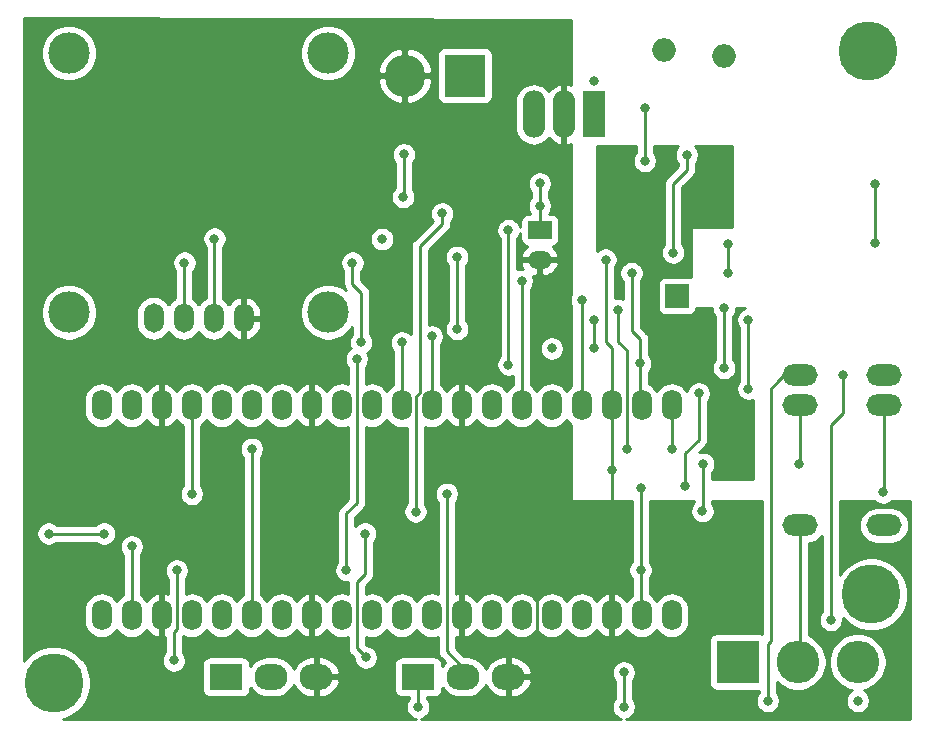
<source format=gbl>
%TF.GenerationSoftware,KiCad,Pcbnew,(5.1.10)-1*%
%TF.CreationDate,2024-09-14T21:02:55+02:00*%
%TF.ProjectId,LightningDetector_V1_0,4c696768-746e-4696-9e67-446574656374,rev?*%
%TF.SameCoordinates,Original*%
%TF.FileFunction,Copper,L2,Bot*%
%TF.FilePolarity,Positive*%
%FSLAX46Y46*%
G04 Gerber Fmt 4.6, Leading zero omitted, Abs format (unit mm)*
G04 Created by KiCad (PCBNEW (5.1.10)-1) date 2024-09-14 21:02:55*
%MOMM*%
%LPD*%
G01*
G04 APERTURE LIST*
%TA.AperFunction,ComponentPad*%
%ADD10C,3.500000*%
%TD*%
%TA.AperFunction,ComponentPad*%
%ADD11O,1.700000X2.500000*%
%TD*%
%TA.AperFunction,ComponentPad*%
%ADD12R,1.905000X4.000000*%
%TD*%
%TA.AperFunction,ComponentPad*%
%ADD13O,1.905000X4.000000*%
%TD*%
%TA.AperFunction,ComponentPad*%
%ADD14O,2.000000X1.524000*%
%TD*%
%TA.AperFunction,ComponentPad*%
%ADD15R,2.000000X1.500000*%
%TD*%
%TA.AperFunction,ComponentPad*%
%ADD16O,2.000000X2.000000*%
%TD*%
%TA.AperFunction,ComponentPad*%
%ADD17R,3.400000X3.600000*%
%TD*%
%TA.AperFunction,ComponentPad*%
%ADD18O,3.400000X3.600000*%
%TD*%
%TA.AperFunction,ComponentPad*%
%ADD19R,2.000000X2.000000*%
%TD*%
%TA.AperFunction,ComponentPad*%
%ADD20R,2.800000X2.200000*%
%TD*%
%TA.AperFunction,ComponentPad*%
%ADD21O,2.800000X2.200000*%
%TD*%
%TA.AperFunction,ComponentPad*%
%ADD22O,1.700000X2.600000*%
%TD*%
%TA.AperFunction,ComponentPad*%
%ADD23O,3.600000X3.600000*%
%TD*%
%TA.AperFunction,ComponentPad*%
%ADD24R,3.600000X3.600000*%
%TD*%
%TA.AperFunction,ComponentPad*%
%ADD25O,3.000000X1.800000*%
%TD*%
%TA.AperFunction,ViaPad*%
%ADD26C,5.000000*%
%TD*%
%TA.AperFunction,ViaPad*%
%ADD27C,0.800000*%
%TD*%
%TA.AperFunction,Conductor*%
%ADD28C,0.250000*%
%TD*%
%TA.AperFunction,Conductor*%
%ADD29C,0.254000*%
%TD*%
%TA.AperFunction,Conductor*%
%ADD30C,0.100000*%
%TD*%
G04 APERTURE END LIST*
D10*
%TO.P,U5,5*%
%TO.N,N/C*%
X139319000Y-76454000D03*
%TO.P,U5,6*%
X117348000Y-76454000D03*
%TO.P,U5,8*%
X117348000Y-54483000D03*
%TO.P,U5,7*%
X139319000Y-54483000D03*
D11*
%TO.P,U5,1*%
%TO.N,GND*%
X132161000Y-76951000D03*
%TO.P,U5,2*%
%TO.N,+3V3*%
X129621000Y-76951000D03*
%TO.P,U5,3*%
%TO.N,SCL*%
X127081000Y-76951000D03*
%TO.P,U5,4*%
%TO.N,SDA*%
X124541000Y-76951000D03*
%TD*%
D12*
%TO.P,U4,1*%
%TO.N,Net-(D3-Pad1)*%
X161798000Y-59690000D03*
D13*
%TO.P,U4,2*%
%TO.N,GND*%
X159258000Y-59690000D03*
%TO.P,U4,3*%
%TO.N,Net-(C11-Pad1)*%
X156718000Y-59690000D03*
%TD*%
D14*
%TO.P,C8,2*%
%TO.N,GND*%
X157226000Y-71989000D03*
D15*
%TO.P,C8,1*%
%TO.N,+3V3*%
X157226000Y-69489000D03*
%TD*%
D16*
%TO.P,U3,1*%
%TO.N,Net-(D2-Pad1)*%
X167767000Y-54229000D03*
%TO.P,U3,2*%
%TO.N,Net-(D3-Pad1)*%
X172867000Y-54729000D03*
%TD*%
D17*
%TO.P,CON2,1*%
%TO.N,Net-(CON2-Pad1)*%
X150891240Y-56410860D03*
D18*
%TO.P,CON2,2*%
%TO.N,GND*%
X145811240Y-56410860D03*
%TD*%
D19*
%TO.P,U2,17*%
%TO.N,GNDA*%
X168846500Y-75057000D03*
%TD*%
D20*
%TO.P,CON1,1*%
%TO.N,+3V3*%
X146939000Y-107315000D03*
D21*
%TO.P,CON1,2*%
%TO.N,Net-(CON1-Pad2)*%
X150749000Y-107315000D03*
%TO.P,CON1,3*%
%TO.N,GND*%
X154559000Y-107315000D03*
%TD*%
%TO.P,CON3,3*%
%TO.N,GND*%
X138303000Y-107315000D03*
%TO.P,CON3,2*%
%TO.N,UART_RX*%
X134493000Y-107315000D03*
D20*
%TO.P,CON3,1*%
%TO.N,UART_TX*%
X130683000Y-107315000D03*
%TD*%
D22*
%TO.P,U1,40*%
%TO.N,Net-(U1-Pad40)*%
X168402000Y-102108000D03*
%TO.P,U1,1*%
%TO.N,MISO*%
X168402000Y-84328000D03*
%TO.P,U1,39*%
%TO.N,+3V3*%
X165862000Y-102108000D03*
%TO.P,U1,2*%
%TO.N,~CS*%
X165862000Y-84328000D03*
%TO.P,U1,38*%
%TO.N,GND*%
X163322000Y-102108000D03*
%TO.P,U1,3*%
X163322000Y-84328000D03*
%TO.P,U1,37*%
%TO.N,Net-(U1-Pad37)*%
X160782000Y-102108000D03*
%TO.P,U1,4*%
%TO.N,SCLK*%
X160782000Y-84328000D03*
%TO.P,U1,36*%
%TO.N,Net-(U1-Pad36)*%
X158242000Y-102108000D03*
%TO.P,U1,5*%
%TO.N,MOSI*%
X158242000Y-84328000D03*
%TO.P,U1,35*%
%TO.N,Net-(U1-Pad35)*%
X155702000Y-102108000D03*
%TO.P,U1,6*%
%TO.N,IRQ*%
X155702000Y-84328000D03*
%TO.P,U1,34*%
%TO.N,Net-(U1-Pad34)*%
X153162000Y-102108000D03*
%TO.P,U1,7*%
%TO.N,Net-(U1-Pad7)*%
X153162000Y-84328000D03*
%TO.P,U1,33*%
%TO.N,GND*%
X150622000Y-102108000D03*
%TO.P,U1,8*%
X150622000Y-84328000D03*
%TO.P,U1,32*%
%TO.N,Net-(U1-Pad32)*%
X148082000Y-102108000D03*
%TO.P,U1,9*%
%TO.N,SDA*%
X148082000Y-84328000D03*
%TO.P,U1,31*%
%TO.N,Net-(U1-Pad31)*%
X145542000Y-102108000D03*
%TO.P,U1,10*%
%TO.N,SCL*%
X145542000Y-84328000D03*
%TO.P,U1,30*%
%TO.N,Net-(U1-Pad30)*%
X143002000Y-102108000D03*
%TO.P,U1,11*%
%TO.N,Net-(U1-Pad11)*%
X143002000Y-84328000D03*
%TO.P,U1,29*%
%TO.N,Net-(Q3-Pad1)*%
X140462000Y-102108000D03*
%TO.P,U1,12*%
%TO.N,Net-(U1-Pad12)*%
X140462000Y-84328000D03*
%TO.P,U1,28*%
%TO.N,GND*%
X137922000Y-102108000D03*
%TO.P,U1,13*%
X137922000Y-84328000D03*
%TO.P,U1,27*%
%TO.N,Net-(U1-Pad27)*%
X135382000Y-102108000D03*
%TO.P,U1,14*%
%TO.N,Net-(U1-Pad14)*%
X135382000Y-84328000D03*
%TO.P,U1,26*%
%TO.N,Net-(R2-Pad1)*%
X132842000Y-102108000D03*
%TO.P,U1,15*%
%TO.N,Net-(U1-Pad15)*%
X132842000Y-84328000D03*
%TO.P,U1,25*%
%TO.N,Net-(U1-Pad25)*%
X130302000Y-102108000D03*
%TO.P,U1,16*%
%TO.N,Net-(U1-Pad16)*%
X130302000Y-84328000D03*
%TO.P,U1,24*%
%TO.N,Net-(U1-Pad24)*%
X127762000Y-102108000D03*
%TO.P,U1,17*%
%TO.N,Net-(CON1-Pad2)*%
X127762000Y-84328000D03*
%TO.P,U1,23*%
%TO.N,GND*%
X125222000Y-102108000D03*
%TO.P,U1,18*%
X125222000Y-84328000D03*
%TO.P,U1,22*%
%TO.N,PIPICO_UART_RX*%
X122682000Y-102108000D03*
%TO.P,U1,19*%
%TO.N,Net-(U1-Pad19)*%
X122682000Y-84328000D03*
%TO.P,U1,21*%
%TO.N,PIPICO_UART_TX*%
X120142000Y-102108000D03*
%TO.P,U1,20*%
%TO.N,Net-(U1-Pad20)*%
X120142000Y-84328000D03*
%TD*%
D23*
%TO.P,CON4,3*%
%TO.N,Net-(CON4-Pad3)*%
X184150000Y-106045000D03*
%TO.P,CON4,2*%
%TO.N,Net-(CON4-Pad2)*%
X179070000Y-106045000D03*
D24*
%TO.P,CON4,1*%
%TO.N,Net-(CON4-Pad1)*%
X173990000Y-106045000D03*
%TD*%
D25*
%TO.P,REL1,4*%
%TO.N,Net-(CON4-Pad2)*%
X186372500Y-94488000D03*
%TO.P,REL1,2*%
%TO.N,Net-(D4-Pad2)*%
X186372500Y-84328000D03*
%TO.P,REL1,6*%
%TO.N,Net-(CON4-Pad1)*%
X186372500Y-81788000D03*
%TO.P,REL1,3*%
%TO.N,Net-(CON4-Pad2)*%
X179252500Y-94488000D03*
%TO.P,REL1,5*%
%TO.N,Net-(CON4-Pad3)*%
X179252500Y-81788000D03*
%TO.P,REL1,1*%
%TO.N,+5V*%
X179252500Y-84328000D03*
%TD*%
D26*
%TO.N,*%
X185039000Y-54356000D03*
X116078000Y-107823000D03*
X185293000Y-100330000D03*
D27*
%TO.N,GND*%
X163322000Y-89789000D03*
X125231010Y-89925010D03*
X150612990Y-89925010D03*
X137912990Y-89925010D03*
X125222000Y-91567000D03*
X170434000Y-106934000D03*
X170434000Y-96774000D03*
X163322000Y-96774000D03*
X157861000Y-106807000D03*
X138303000Y-105410000D03*
X156972000Y-96774000D03*
X124460000Y-107061000D03*
X166116000Y-63627000D03*
X166116000Y-59182000D03*
X162794000Y-71989000D03*
X152547000Y-71989000D03*
X152547000Y-59182000D03*
X152527000Y-63627000D03*
X145811240Y-59166760D03*
X159258000Y-63627000D03*
X170434000Y-100965000D03*
X137922000Y-84328000D03*
X135890000Y-76962000D03*
%TO.N,+3V3*%
X143875000Y-70247000D03*
X165767010Y-91280990D03*
X165767010Y-98265990D03*
X146939000Y-109855000D03*
X164338000Y-109855000D03*
X164338000Y-106934000D03*
X126238000Y-105918000D03*
X126492000Y-98298000D03*
X157226000Y-67437000D03*
X157226000Y-65532000D03*
X129687000Y-70211000D03*
X157226000Y-69489000D03*
X154579000Y-69489000D03*
X154579000Y-80879000D03*
X170688000Y-83312000D03*
X169545000Y-91186000D03*
X141732000Y-80391000D03*
X140859000Y-98282000D03*
%TO.N,Net-(C5-Pad1)*%
X172847000Y-76073000D03*
X172847000Y-81153000D03*
%TO.N,Net-(CON1-Pad2)*%
X149352000Y-91821000D03*
X127762000Y-91821000D03*
%TO.N,Net-(D3-Pad1)*%
X161798000Y-56896000D03*
%TO.N,PIPICO_UART_RX*%
X122682000Y-96266000D03*
%TO.N,Net-(Q2-Pad1)*%
X115636000Y-95184000D03*
X120335000Y-95184000D03*
X142433000Y-95184000D03*
X142494000Y-105664000D03*
%TO.N,Net-(R2-Pad1)*%
X132842000Y-88011000D03*
%TO.N,SCL*%
X127143000Y-72247000D03*
X141367000Y-72247000D03*
X145542000Y-78994000D03*
X142113000Y-78994000D03*
%TO.N,SDA*%
X148082000Y-78486000D03*
%TO.N,MISO*%
X163893500Y-76263500D03*
X164592000Y-88011000D03*
X168402000Y-88011000D03*
%TO.N,~CS*%
X165002000Y-73123000D03*
X165735000Y-80772000D03*
%TO.N,SCLK*%
X160797000Y-75423000D03*
%TO.N,MOSI*%
X161798000Y-77089000D03*
X161798000Y-79502000D03*
X158242000Y-79502000D03*
%TO.N,IRQ*%
X155702000Y-73787000D03*
%TO.N,Net-(LK1-Pad1)*%
X150241000Y-71755000D03*
X150241000Y-77851000D03*
%TO.N,GNDA*%
X168515000Y-71388000D03*
X169672000Y-63119000D03*
X174895000Y-77073000D03*
X174895000Y-82915000D03*
%TO.N,Net-(C10-Pad2)*%
X173124590Y-73152000D03*
X173124590Y-70635590D03*
X185652500Y-70590500D03*
X185652500Y-65553500D03*
%TO.N,Net-(C11-Pad1)*%
X145720000Y-63068000D03*
X145669000Y-66675000D03*
%TO.N,Net-(CON4-Pad3)*%
X176530000Y-109347000D03*
X184150000Y-109347000D03*
%TO.N,Net-(CON4-Pad1)*%
X181864000Y-102489000D03*
X182880000Y-81788000D03*
%TO.N,+5V*%
X148971000Y-68072000D03*
X146717010Y-93312990D03*
X171005500Y-93281500D03*
X171069000Y-89281000D03*
X179197000Y-89281000D03*
%TO.N,Net-(D4-Pad2)*%
X186309000Y-91694000D03*
%TO.N,+3.3VA*%
X171675000Y-67466000D03*
%TD*%
D28*
%TO.N,GND*%
X163322000Y-84328000D02*
X163322000Y-89789000D01*
X125222000Y-89916000D02*
X125231010Y-89925010D01*
X125222000Y-84328000D02*
X125222000Y-89916000D01*
X137922000Y-84328000D02*
X137922000Y-84328000D01*
X150622000Y-84328000D02*
X150622000Y-89916000D01*
X163322000Y-89789000D02*
X163322000Y-102108000D01*
X150622000Y-89934020D02*
X150612990Y-89925010D01*
X150622000Y-102108000D02*
X150622000Y-89934020D01*
X137922000Y-89934020D02*
X137912990Y-89925010D01*
X137922000Y-102108000D02*
X137922000Y-89934020D01*
X125222000Y-89934020D02*
X125231010Y-89925010D01*
X125222000Y-102108000D02*
X125222000Y-89934020D01*
X170434000Y-106934000D02*
X170434000Y-100965000D01*
X137922000Y-106934000D02*
X138303000Y-107315000D01*
X157861000Y-106807000D02*
X156972000Y-106807000D01*
X156464000Y-107315000D02*
X154559000Y-107315000D01*
X156972000Y-106807000D02*
X156464000Y-107315000D01*
X137922000Y-102108000D02*
X137922000Y-104394000D01*
X138303000Y-104775000D02*
X138303000Y-105410000D01*
X137922000Y-104394000D02*
X138303000Y-104775000D01*
X138303000Y-105410000D02*
X138303000Y-107315000D01*
X157861000Y-106807000D02*
X157861000Y-105410000D01*
X157861000Y-105410000D02*
X156972000Y-104521000D01*
X156972000Y-104521000D02*
X156972000Y-102870000D01*
X156972000Y-102870000D02*
X156972000Y-96774000D01*
X125222000Y-102108000D02*
X125222000Y-104140000D01*
X124460000Y-104902000D02*
X124460000Y-107061000D01*
X125222000Y-104140000D02*
X124460000Y-104902000D01*
X166116000Y-63627000D02*
X166116000Y-59690000D01*
X166116000Y-59690000D02*
X166116000Y-59563000D01*
X166116000Y-59563000D02*
X166116000Y-59309000D01*
X166116000Y-59309000D02*
X166116000Y-59182000D01*
X152547000Y-63607000D02*
X152527000Y-63627000D01*
X152547000Y-59182000D02*
X152547000Y-63607000D01*
X152527000Y-71969000D02*
X152547000Y-71989000D01*
X152527000Y-63627000D02*
X152527000Y-71969000D01*
X145811240Y-56410860D02*
X145811240Y-59166760D01*
X159258000Y-59690000D02*
X159258000Y-63627000D01*
X170434000Y-100965000D02*
X170434000Y-96774000D01*
X137922000Y-84328000D02*
X137922000Y-89916000D01*
X137922000Y-84328000D02*
X137922000Y-80391000D01*
X137922000Y-80391000D02*
X135890000Y-78359000D01*
X135890000Y-78359000D02*
X135890000Y-76962000D01*
X135890000Y-76962000D02*
X135890000Y-76962000D01*
X163322000Y-84328000D02*
X163322000Y-79502000D01*
X163322000Y-79502000D02*
X162814000Y-78994000D01*
X162814000Y-72009000D02*
X162794000Y-71989000D01*
X162814000Y-78994000D02*
X162814000Y-72009000D01*
%TO.N,+3V3*%
X129687000Y-76885000D02*
X129621000Y-76951000D01*
X165767010Y-102013010D02*
X165862000Y-102108000D01*
X165767010Y-91280990D02*
X165767010Y-98265990D01*
X165767010Y-98265990D02*
X165767010Y-102013010D01*
X146939000Y-107315000D02*
X146939000Y-109855000D01*
X164338000Y-109855000D02*
X164338000Y-106934000D01*
X126238000Y-105918000D02*
X126238000Y-103505000D01*
X126238000Y-103505000D02*
X126492000Y-103251000D01*
X126492000Y-103251000D02*
X126492000Y-98298000D01*
X157226000Y-67437000D02*
X157226000Y-69489000D01*
X157226000Y-67437000D02*
X157226000Y-65532000D01*
X129687000Y-70211000D02*
X129687000Y-76885000D01*
X154579000Y-69489000D02*
X154579000Y-80879000D01*
X170688000Y-83312000D02*
X170688000Y-87249000D01*
X170688000Y-87249000D02*
X169545000Y-88392000D01*
X169545000Y-88392000D02*
X169545000Y-91186000D01*
X169545000Y-91186000D02*
X169545000Y-91186000D01*
X141732000Y-80391000D02*
X141732000Y-85852000D01*
X141732000Y-85852000D02*
X141732000Y-92583000D01*
X141732000Y-92583000D02*
X140843000Y-93472000D01*
X140843000Y-93472000D02*
X140843000Y-98298000D01*
%TO.N,Net-(C5-Pad1)*%
X172847000Y-76073000D02*
X172847000Y-81153000D01*
%TO.N,Net-(CON1-Pad2)*%
X150749000Y-107315000D02*
X150749000Y-106553000D01*
X150749000Y-106553000D02*
X149352000Y-105156000D01*
X149352000Y-105156000D02*
X149352000Y-91821000D01*
X127762000Y-91821000D02*
X127762000Y-84328000D01*
%TO.N,PIPICO_UART_RX*%
X122682000Y-102108000D02*
X122682000Y-96266000D01*
%TO.N,Net-(Q2-Pad1)*%
X115636000Y-95184000D02*
X120335000Y-95184000D01*
X142433000Y-95184000D02*
X142433000Y-98613000D01*
X142433000Y-98613000D02*
X141732000Y-99314000D01*
X141732000Y-99314000D02*
X141732000Y-101600000D01*
X141732000Y-101600000D02*
X141732000Y-104902000D01*
X141732000Y-104902000D02*
X142494000Y-105664000D01*
%TO.N,Net-(R2-Pad1)*%
X132842000Y-88011000D02*
X132842000Y-102108000D01*
%TO.N,SCL*%
X127143000Y-76889000D02*
X127081000Y-76951000D01*
X127143000Y-72247000D02*
X127143000Y-76889000D01*
X141367000Y-72247000D02*
X141367000Y-74057000D01*
X145542000Y-84328000D02*
X145542000Y-78994000D01*
X145542000Y-78994000D02*
X145542000Y-78994000D01*
X142113000Y-78994000D02*
X142113000Y-74803000D01*
X142113000Y-74803000D02*
X141367000Y-74057000D01*
%TO.N,SDA*%
X148082000Y-84328000D02*
X148082000Y-78486000D01*
X148082000Y-78486000D02*
X148082000Y-78486000D01*
%TO.N,MISO*%
X163893500Y-76263500D02*
X163893500Y-78930500D01*
X163893500Y-78930500D02*
X164592000Y-79629000D01*
X164592000Y-79629000D02*
X164592000Y-84074000D01*
X164592000Y-84074000D02*
X164592000Y-88011000D01*
X168402000Y-88011000D02*
X168402000Y-84328000D01*
%TO.N,~CS*%
X165002000Y-73123000D02*
X165002000Y-78007000D01*
X165002000Y-78007000D02*
X165735000Y-78740000D01*
X165735000Y-84201000D02*
X165862000Y-84328000D01*
X165735000Y-78740000D02*
X165735000Y-84201000D01*
%TO.N,SCLK*%
X160797000Y-84313000D02*
X160782000Y-84328000D01*
X160797000Y-75423000D02*
X160797000Y-84313000D01*
%TO.N,MOSI*%
X161798000Y-77089000D02*
X161798000Y-79502000D01*
%TO.N,IRQ*%
X155702000Y-73787000D02*
X155702000Y-84328000D01*
%TO.N,Net-(LK1-Pad1)*%
X150241000Y-71755000D02*
X150241000Y-77851000D01*
%TO.N,GNDA*%
X168515000Y-71388000D02*
X168515000Y-65546000D01*
X168515000Y-65546000D02*
X169672000Y-64389000D01*
X169672000Y-64389000D02*
X169672000Y-63119000D01*
X174895000Y-77073000D02*
X174895000Y-82915000D01*
X174879000Y-82931000D02*
X174895000Y-82915000D01*
X174895000Y-82915000D02*
X174895000Y-82915000D01*
%TO.N,Net-(C10-Pad2)*%
X173124590Y-73152000D02*
X173124590Y-70635590D01*
X185652500Y-70590500D02*
X185652500Y-65553500D01*
%TO.N,Net-(C11-Pad1)*%
X145720000Y-66624000D02*
X145669000Y-66675000D01*
X145720000Y-63068000D02*
X145720000Y-66624000D01*
%TO.N,Net-(CON4-Pad3)*%
X179252500Y-81788000D02*
X177927000Y-81788000D01*
X177927000Y-81788000D02*
X177427490Y-82287510D01*
X177427490Y-82287510D02*
X176784000Y-82931000D01*
X176784000Y-82931000D02*
X176784000Y-102235000D01*
X176784000Y-102235000D02*
X176784000Y-104267000D01*
X176784000Y-104267000D02*
X176530000Y-104521000D01*
X176530000Y-104521000D02*
X176530000Y-109347000D01*
X176530000Y-109347000D02*
X176530000Y-109347000D01*
%TO.N,Net-(CON4-Pad2)*%
X179252500Y-105862500D02*
X179070000Y-106045000D01*
X179252500Y-94488000D02*
X179252500Y-105862500D01*
%TO.N,Net-(CON4-Pad1)*%
X181864000Y-102489000D02*
X181864000Y-85979000D01*
X181864000Y-85979000D02*
X182880000Y-84963000D01*
X182880000Y-84963000D02*
X182880000Y-81788000D01*
X182880000Y-81788000D02*
X182880000Y-81788000D01*
%TO.N,+5V*%
X148971000Y-68072000D02*
X148971000Y-68961000D01*
X148971000Y-68961000D02*
X147066000Y-70866000D01*
X146717010Y-83581275D02*
X146717010Y-88613990D01*
X147066000Y-83232285D02*
X146717010Y-83581275D01*
X147066000Y-70866000D02*
X147066000Y-83232285D01*
X146717010Y-88613990D02*
X146717010Y-93312990D01*
X171069000Y-93218000D02*
X171005500Y-93281500D01*
X171069000Y-89281000D02*
X171069000Y-93218000D01*
X179252500Y-89225500D02*
X179197000Y-89281000D01*
X179252500Y-84328000D02*
X179252500Y-89225500D01*
%TO.N,Net-(D4-Pad2)*%
X186372500Y-91630500D02*
X186309000Y-91694000D01*
X186372500Y-84328000D02*
X186372500Y-91630500D01*
%TD*%
D29*
%TO.N,+3.3VA*%
X165356000Y-62923289D02*
X165312063Y-62967226D01*
X165198795Y-63136744D01*
X165120774Y-63325102D01*
X165081000Y-63525061D01*
X165081000Y-63728939D01*
X165120774Y-63928898D01*
X165198795Y-64117256D01*
X165312063Y-64286774D01*
X165456226Y-64430937D01*
X165625744Y-64544205D01*
X165814102Y-64622226D01*
X166014061Y-64662000D01*
X166217939Y-64662000D01*
X166417898Y-64622226D01*
X166606256Y-64544205D01*
X166775774Y-64430937D01*
X166919937Y-64286774D01*
X167033205Y-64117256D01*
X167111226Y-63928898D01*
X167151000Y-63728939D01*
X167151000Y-63525061D01*
X167111226Y-63325102D01*
X167033205Y-63136744D01*
X166919937Y-62967226D01*
X166876000Y-62923289D01*
X166876000Y-62357000D01*
X168970289Y-62357000D01*
X168868063Y-62459226D01*
X168754795Y-62628744D01*
X168676774Y-62817102D01*
X168637000Y-63017061D01*
X168637000Y-63220939D01*
X168676774Y-63420898D01*
X168754795Y-63609256D01*
X168868063Y-63778774D01*
X168912000Y-63822711D01*
X168912000Y-64074198D01*
X168003998Y-64982201D01*
X167975000Y-65005999D01*
X167951202Y-65034997D01*
X167951201Y-65034998D01*
X167880026Y-65121724D01*
X167809454Y-65253754D01*
X167765998Y-65397015D01*
X167751324Y-65546000D01*
X167755001Y-65583332D01*
X167755000Y-70684289D01*
X167711063Y-70728226D01*
X167597795Y-70897744D01*
X167519774Y-71086102D01*
X167480000Y-71286061D01*
X167480000Y-71489939D01*
X167519774Y-71689898D01*
X167597795Y-71878256D01*
X167711063Y-72047774D01*
X167855226Y-72191937D01*
X168024744Y-72305205D01*
X168213102Y-72383226D01*
X168413061Y-72423000D01*
X168616939Y-72423000D01*
X168816898Y-72383226D01*
X169005256Y-72305205D01*
X169174774Y-72191937D01*
X169318937Y-72047774D01*
X169432205Y-71878256D01*
X169510226Y-71689898D01*
X169550000Y-71489939D01*
X169550000Y-71286061D01*
X169510226Y-71086102D01*
X169432205Y-70897744D01*
X169318937Y-70728226D01*
X169275000Y-70684289D01*
X169275000Y-65860801D01*
X170183004Y-64952798D01*
X170212001Y-64929001D01*
X170284670Y-64840454D01*
X170306974Y-64813277D01*
X170377546Y-64681247D01*
X170383384Y-64662000D01*
X170421003Y-64537986D01*
X170432000Y-64426333D01*
X170432000Y-64426324D01*
X170435676Y-64389001D01*
X170432000Y-64351678D01*
X170432000Y-63822711D01*
X170475937Y-63778774D01*
X170589205Y-63609256D01*
X170667226Y-63420898D01*
X170707000Y-63220939D01*
X170707000Y-63017061D01*
X170667226Y-62817102D01*
X170589205Y-62628744D01*
X170475937Y-62459226D01*
X170373711Y-62357000D01*
X173482000Y-62357000D01*
X173482000Y-69215000D01*
X170180000Y-69215000D01*
X170155224Y-69217440D01*
X170131399Y-69224667D01*
X170109443Y-69236403D01*
X170090197Y-69252197D01*
X170074403Y-69271443D01*
X170062667Y-69293399D01*
X170055440Y-69317224D01*
X170053000Y-69342000D01*
X170053000Y-73456068D01*
X169970982Y-73431188D01*
X169846500Y-73418928D01*
X167846500Y-73418928D01*
X167722018Y-73431188D01*
X167602320Y-73467498D01*
X167492006Y-73526463D01*
X167395315Y-73605815D01*
X167315963Y-73702506D01*
X167256998Y-73812820D01*
X167220688Y-73932518D01*
X167208428Y-74057000D01*
X167208428Y-76057000D01*
X167220688Y-76181482D01*
X167256998Y-76301180D01*
X167315963Y-76411494D01*
X167395315Y-76508185D01*
X167492006Y-76587537D01*
X167602320Y-76646502D01*
X167722018Y-76682812D01*
X167846500Y-76695072D01*
X169846500Y-76695072D01*
X169970982Y-76682812D01*
X170090680Y-76646502D01*
X170200994Y-76587537D01*
X170297685Y-76508185D01*
X170377037Y-76411494D01*
X170436002Y-76301180D01*
X170472312Y-76181482D01*
X170482996Y-76073000D01*
X171812000Y-76073000D01*
X171812000Y-76174939D01*
X171851774Y-76374898D01*
X171929795Y-76563256D01*
X172043063Y-76732774D01*
X172087000Y-76776711D01*
X172087001Y-80449288D01*
X172043063Y-80493226D01*
X171929795Y-80662744D01*
X171851774Y-80851102D01*
X171812000Y-81051061D01*
X171812000Y-81254939D01*
X171851774Y-81454898D01*
X171929795Y-81643256D01*
X172043063Y-81812774D01*
X172187226Y-81956937D01*
X172356744Y-82070205D01*
X172545102Y-82148226D01*
X172745061Y-82188000D01*
X172948939Y-82188000D01*
X173148898Y-82148226D01*
X173337256Y-82070205D01*
X173506774Y-81956937D01*
X173650937Y-81812774D01*
X173764205Y-81643256D01*
X173842226Y-81454898D01*
X173882000Y-81254939D01*
X173882000Y-81051061D01*
X173842226Y-80851102D01*
X173764205Y-80662744D01*
X173650937Y-80493226D01*
X173607000Y-80449289D01*
X173607000Y-76776711D01*
X173650937Y-76732774D01*
X173764205Y-76563256D01*
X173842226Y-76374898D01*
X173882000Y-76174939D01*
X173882000Y-76073000D01*
X174617103Y-76073000D01*
X174593102Y-76077774D01*
X174404744Y-76155795D01*
X174235226Y-76269063D01*
X174091063Y-76413226D01*
X173977795Y-76582744D01*
X173899774Y-76771102D01*
X173860000Y-76971061D01*
X173860000Y-77174939D01*
X173899774Y-77374898D01*
X173977795Y-77563256D01*
X174091063Y-77732774D01*
X174135000Y-77776711D01*
X174135001Y-82211288D01*
X174091063Y-82255226D01*
X173977795Y-82424744D01*
X173899774Y-82613102D01*
X173860000Y-82813061D01*
X173860000Y-83016939D01*
X173899774Y-83216898D01*
X173977795Y-83405256D01*
X174091063Y-83574774D01*
X174235226Y-83718937D01*
X174404744Y-83832205D01*
X174593102Y-83910226D01*
X174793061Y-83950000D01*
X174996939Y-83950000D01*
X175196898Y-83910226D01*
X175260000Y-83884088D01*
X175260000Y-90551000D01*
X171829000Y-90551000D01*
X171829000Y-89984711D01*
X171872937Y-89940774D01*
X171986205Y-89771256D01*
X172064226Y-89582898D01*
X172104000Y-89382939D01*
X172104000Y-89179061D01*
X172064226Y-88979102D01*
X171986205Y-88790744D01*
X171872937Y-88621226D01*
X171728774Y-88477063D01*
X171559256Y-88363795D01*
X171370898Y-88285774D01*
X171170939Y-88246000D01*
X170967061Y-88246000D01*
X170767102Y-88285774D01*
X170696983Y-88314818D01*
X171199003Y-87812799D01*
X171228001Y-87789001D01*
X171254332Y-87756917D01*
X171322974Y-87673277D01*
X171393546Y-87541247D01*
X171399765Y-87520744D01*
X171437003Y-87397986D01*
X171448000Y-87286333D01*
X171448000Y-87286324D01*
X171451676Y-87249001D01*
X171448000Y-87211678D01*
X171448000Y-84015711D01*
X171491937Y-83971774D01*
X171605205Y-83802256D01*
X171683226Y-83613898D01*
X171723000Y-83413939D01*
X171723000Y-83210061D01*
X171683226Y-83010102D01*
X171605205Y-82821744D01*
X171491937Y-82652226D01*
X171347774Y-82508063D01*
X171178256Y-82394795D01*
X170989898Y-82316774D01*
X170789939Y-82277000D01*
X170586061Y-82277000D01*
X170386102Y-82316774D01*
X170197744Y-82394795D01*
X170028226Y-82508063D01*
X169884063Y-82652226D01*
X169770795Y-82821744D01*
X169692774Y-83010102D01*
X169673558Y-83106707D01*
X169642706Y-83048986D01*
X169457134Y-82822866D01*
X169231014Y-82637294D01*
X168973034Y-82499401D01*
X168693111Y-82414487D01*
X168402000Y-82385815D01*
X168110890Y-82414487D01*
X167830967Y-82499401D01*
X167572987Y-82637294D01*
X167346867Y-82822866D01*
X167161294Y-83048986D01*
X167132000Y-83103791D01*
X167102706Y-83048986D01*
X166917134Y-82822866D01*
X166691014Y-82637294D01*
X166495000Y-82532522D01*
X166495000Y-81475711D01*
X166538937Y-81431774D01*
X166652205Y-81262256D01*
X166730226Y-81073898D01*
X166770000Y-80873939D01*
X166770000Y-80670061D01*
X166730226Y-80470102D01*
X166652205Y-80281744D01*
X166538937Y-80112226D01*
X166495000Y-80068289D01*
X166495000Y-78777333D01*
X166498677Y-78740000D01*
X166484003Y-78591014D01*
X166440546Y-78447753D01*
X166369974Y-78315724D01*
X166298799Y-78228997D01*
X166275001Y-78199999D01*
X166246004Y-78176202D01*
X165762000Y-77692199D01*
X165762000Y-73826711D01*
X165805937Y-73782774D01*
X165919205Y-73613256D01*
X165997226Y-73424898D01*
X166037000Y-73224939D01*
X166037000Y-73021061D01*
X165997226Y-72821102D01*
X165919205Y-72632744D01*
X165805937Y-72463226D01*
X165661774Y-72319063D01*
X165492256Y-72205795D01*
X165303898Y-72127774D01*
X165103939Y-72088000D01*
X164900061Y-72088000D01*
X164700102Y-72127774D01*
X164511744Y-72205795D01*
X164342226Y-72319063D01*
X164198063Y-72463226D01*
X164084795Y-72632744D01*
X164006774Y-72821102D01*
X163967000Y-73021061D01*
X163967000Y-73224939D01*
X164006774Y-73424898D01*
X164084795Y-73613256D01*
X164198063Y-73782774D01*
X164242000Y-73826711D01*
X164242000Y-75287578D01*
X164195398Y-75268274D01*
X163995439Y-75228500D01*
X163791561Y-75228500D01*
X163591602Y-75268274D01*
X163574000Y-75275565D01*
X163574000Y-72672711D01*
X163597937Y-72648774D01*
X163711205Y-72479256D01*
X163789226Y-72290898D01*
X163829000Y-72090939D01*
X163829000Y-71887061D01*
X163789226Y-71687102D01*
X163711205Y-71498744D01*
X163597937Y-71329226D01*
X163453774Y-71185063D01*
X163284256Y-71071795D01*
X163095898Y-70993774D01*
X162895939Y-70954000D01*
X162692061Y-70954000D01*
X162492102Y-70993774D01*
X162303744Y-71071795D01*
X162134226Y-71185063D01*
X162052000Y-71267289D01*
X162052000Y-62357000D01*
X165356000Y-62357000D01*
X165356000Y-62923289D01*
%TA.AperFunction,Conductor*%
D30*
G36*
X165356000Y-62923289D02*
G01*
X165312063Y-62967226D01*
X165198795Y-63136744D01*
X165120774Y-63325102D01*
X165081000Y-63525061D01*
X165081000Y-63728939D01*
X165120774Y-63928898D01*
X165198795Y-64117256D01*
X165312063Y-64286774D01*
X165456226Y-64430937D01*
X165625744Y-64544205D01*
X165814102Y-64622226D01*
X166014061Y-64662000D01*
X166217939Y-64662000D01*
X166417898Y-64622226D01*
X166606256Y-64544205D01*
X166775774Y-64430937D01*
X166919937Y-64286774D01*
X167033205Y-64117256D01*
X167111226Y-63928898D01*
X167151000Y-63728939D01*
X167151000Y-63525061D01*
X167111226Y-63325102D01*
X167033205Y-63136744D01*
X166919937Y-62967226D01*
X166876000Y-62923289D01*
X166876000Y-62357000D01*
X168970289Y-62357000D01*
X168868063Y-62459226D01*
X168754795Y-62628744D01*
X168676774Y-62817102D01*
X168637000Y-63017061D01*
X168637000Y-63220939D01*
X168676774Y-63420898D01*
X168754795Y-63609256D01*
X168868063Y-63778774D01*
X168912000Y-63822711D01*
X168912000Y-64074198D01*
X168003998Y-64982201D01*
X167975000Y-65005999D01*
X167951202Y-65034997D01*
X167951201Y-65034998D01*
X167880026Y-65121724D01*
X167809454Y-65253754D01*
X167765998Y-65397015D01*
X167751324Y-65546000D01*
X167755001Y-65583332D01*
X167755000Y-70684289D01*
X167711063Y-70728226D01*
X167597795Y-70897744D01*
X167519774Y-71086102D01*
X167480000Y-71286061D01*
X167480000Y-71489939D01*
X167519774Y-71689898D01*
X167597795Y-71878256D01*
X167711063Y-72047774D01*
X167855226Y-72191937D01*
X168024744Y-72305205D01*
X168213102Y-72383226D01*
X168413061Y-72423000D01*
X168616939Y-72423000D01*
X168816898Y-72383226D01*
X169005256Y-72305205D01*
X169174774Y-72191937D01*
X169318937Y-72047774D01*
X169432205Y-71878256D01*
X169510226Y-71689898D01*
X169550000Y-71489939D01*
X169550000Y-71286061D01*
X169510226Y-71086102D01*
X169432205Y-70897744D01*
X169318937Y-70728226D01*
X169275000Y-70684289D01*
X169275000Y-65860801D01*
X170183004Y-64952798D01*
X170212001Y-64929001D01*
X170284670Y-64840454D01*
X170306974Y-64813277D01*
X170377546Y-64681247D01*
X170383384Y-64662000D01*
X170421003Y-64537986D01*
X170432000Y-64426333D01*
X170432000Y-64426324D01*
X170435676Y-64389001D01*
X170432000Y-64351678D01*
X170432000Y-63822711D01*
X170475937Y-63778774D01*
X170589205Y-63609256D01*
X170667226Y-63420898D01*
X170707000Y-63220939D01*
X170707000Y-63017061D01*
X170667226Y-62817102D01*
X170589205Y-62628744D01*
X170475937Y-62459226D01*
X170373711Y-62357000D01*
X173482000Y-62357000D01*
X173482000Y-69215000D01*
X170180000Y-69215000D01*
X170155224Y-69217440D01*
X170131399Y-69224667D01*
X170109443Y-69236403D01*
X170090197Y-69252197D01*
X170074403Y-69271443D01*
X170062667Y-69293399D01*
X170055440Y-69317224D01*
X170053000Y-69342000D01*
X170053000Y-73456068D01*
X169970982Y-73431188D01*
X169846500Y-73418928D01*
X167846500Y-73418928D01*
X167722018Y-73431188D01*
X167602320Y-73467498D01*
X167492006Y-73526463D01*
X167395315Y-73605815D01*
X167315963Y-73702506D01*
X167256998Y-73812820D01*
X167220688Y-73932518D01*
X167208428Y-74057000D01*
X167208428Y-76057000D01*
X167220688Y-76181482D01*
X167256998Y-76301180D01*
X167315963Y-76411494D01*
X167395315Y-76508185D01*
X167492006Y-76587537D01*
X167602320Y-76646502D01*
X167722018Y-76682812D01*
X167846500Y-76695072D01*
X169846500Y-76695072D01*
X169970982Y-76682812D01*
X170090680Y-76646502D01*
X170200994Y-76587537D01*
X170297685Y-76508185D01*
X170377037Y-76411494D01*
X170436002Y-76301180D01*
X170472312Y-76181482D01*
X170482996Y-76073000D01*
X171812000Y-76073000D01*
X171812000Y-76174939D01*
X171851774Y-76374898D01*
X171929795Y-76563256D01*
X172043063Y-76732774D01*
X172087000Y-76776711D01*
X172087001Y-80449288D01*
X172043063Y-80493226D01*
X171929795Y-80662744D01*
X171851774Y-80851102D01*
X171812000Y-81051061D01*
X171812000Y-81254939D01*
X171851774Y-81454898D01*
X171929795Y-81643256D01*
X172043063Y-81812774D01*
X172187226Y-81956937D01*
X172356744Y-82070205D01*
X172545102Y-82148226D01*
X172745061Y-82188000D01*
X172948939Y-82188000D01*
X173148898Y-82148226D01*
X173337256Y-82070205D01*
X173506774Y-81956937D01*
X173650937Y-81812774D01*
X173764205Y-81643256D01*
X173842226Y-81454898D01*
X173882000Y-81254939D01*
X173882000Y-81051061D01*
X173842226Y-80851102D01*
X173764205Y-80662744D01*
X173650937Y-80493226D01*
X173607000Y-80449289D01*
X173607000Y-76776711D01*
X173650937Y-76732774D01*
X173764205Y-76563256D01*
X173842226Y-76374898D01*
X173882000Y-76174939D01*
X173882000Y-76073000D01*
X174617103Y-76073000D01*
X174593102Y-76077774D01*
X174404744Y-76155795D01*
X174235226Y-76269063D01*
X174091063Y-76413226D01*
X173977795Y-76582744D01*
X173899774Y-76771102D01*
X173860000Y-76971061D01*
X173860000Y-77174939D01*
X173899774Y-77374898D01*
X173977795Y-77563256D01*
X174091063Y-77732774D01*
X174135000Y-77776711D01*
X174135001Y-82211288D01*
X174091063Y-82255226D01*
X173977795Y-82424744D01*
X173899774Y-82613102D01*
X173860000Y-82813061D01*
X173860000Y-83016939D01*
X173899774Y-83216898D01*
X173977795Y-83405256D01*
X174091063Y-83574774D01*
X174235226Y-83718937D01*
X174404744Y-83832205D01*
X174593102Y-83910226D01*
X174793061Y-83950000D01*
X174996939Y-83950000D01*
X175196898Y-83910226D01*
X175260000Y-83884088D01*
X175260000Y-90551000D01*
X171829000Y-90551000D01*
X171829000Y-89984711D01*
X171872937Y-89940774D01*
X171986205Y-89771256D01*
X172064226Y-89582898D01*
X172104000Y-89382939D01*
X172104000Y-89179061D01*
X172064226Y-88979102D01*
X171986205Y-88790744D01*
X171872937Y-88621226D01*
X171728774Y-88477063D01*
X171559256Y-88363795D01*
X171370898Y-88285774D01*
X171170939Y-88246000D01*
X170967061Y-88246000D01*
X170767102Y-88285774D01*
X170696983Y-88314818D01*
X171199003Y-87812799D01*
X171228001Y-87789001D01*
X171254332Y-87756917D01*
X171322974Y-87673277D01*
X171393546Y-87541247D01*
X171399765Y-87520744D01*
X171437003Y-87397986D01*
X171448000Y-87286333D01*
X171448000Y-87286324D01*
X171451676Y-87249001D01*
X171448000Y-87211678D01*
X171448000Y-84015711D01*
X171491937Y-83971774D01*
X171605205Y-83802256D01*
X171683226Y-83613898D01*
X171723000Y-83413939D01*
X171723000Y-83210061D01*
X171683226Y-83010102D01*
X171605205Y-82821744D01*
X171491937Y-82652226D01*
X171347774Y-82508063D01*
X171178256Y-82394795D01*
X170989898Y-82316774D01*
X170789939Y-82277000D01*
X170586061Y-82277000D01*
X170386102Y-82316774D01*
X170197744Y-82394795D01*
X170028226Y-82508063D01*
X169884063Y-82652226D01*
X169770795Y-82821744D01*
X169692774Y-83010102D01*
X169673558Y-83106707D01*
X169642706Y-83048986D01*
X169457134Y-82822866D01*
X169231014Y-82637294D01*
X168973034Y-82499401D01*
X168693111Y-82414487D01*
X168402000Y-82385815D01*
X168110890Y-82414487D01*
X167830967Y-82499401D01*
X167572987Y-82637294D01*
X167346867Y-82822866D01*
X167161294Y-83048986D01*
X167132000Y-83103791D01*
X167102706Y-83048986D01*
X166917134Y-82822866D01*
X166691014Y-82637294D01*
X166495000Y-82532522D01*
X166495000Y-81475711D01*
X166538937Y-81431774D01*
X166652205Y-81262256D01*
X166730226Y-81073898D01*
X166770000Y-80873939D01*
X166770000Y-80670061D01*
X166730226Y-80470102D01*
X166652205Y-80281744D01*
X166538937Y-80112226D01*
X166495000Y-80068289D01*
X166495000Y-78777333D01*
X166498677Y-78740000D01*
X166484003Y-78591014D01*
X166440546Y-78447753D01*
X166369974Y-78315724D01*
X166298799Y-78228997D01*
X166275001Y-78199999D01*
X166246004Y-78176202D01*
X165762000Y-77692199D01*
X165762000Y-73826711D01*
X165805937Y-73782774D01*
X165919205Y-73613256D01*
X165997226Y-73424898D01*
X166037000Y-73224939D01*
X166037000Y-73021061D01*
X165997226Y-72821102D01*
X165919205Y-72632744D01*
X165805937Y-72463226D01*
X165661774Y-72319063D01*
X165492256Y-72205795D01*
X165303898Y-72127774D01*
X165103939Y-72088000D01*
X164900061Y-72088000D01*
X164700102Y-72127774D01*
X164511744Y-72205795D01*
X164342226Y-72319063D01*
X164198063Y-72463226D01*
X164084795Y-72632744D01*
X164006774Y-72821102D01*
X163967000Y-73021061D01*
X163967000Y-73224939D01*
X164006774Y-73424898D01*
X164084795Y-73613256D01*
X164198063Y-73782774D01*
X164242000Y-73826711D01*
X164242000Y-75287578D01*
X164195398Y-75268274D01*
X163995439Y-75228500D01*
X163791561Y-75228500D01*
X163591602Y-75268274D01*
X163574000Y-75275565D01*
X163574000Y-72672711D01*
X163597937Y-72648774D01*
X163711205Y-72479256D01*
X163789226Y-72290898D01*
X163829000Y-72090939D01*
X163829000Y-71887061D01*
X163789226Y-71687102D01*
X163711205Y-71498744D01*
X163597937Y-71329226D01*
X163453774Y-71185063D01*
X163284256Y-71071795D01*
X163095898Y-70993774D01*
X162895939Y-70954000D01*
X162692061Y-70954000D01*
X162492102Y-70993774D01*
X162303744Y-71071795D01*
X162134226Y-71185063D01*
X162052000Y-71267289D01*
X162052000Y-62357000D01*
X165356000Y-62357000D01*
X165356000Y-62923289D01*
G37*
%TD.AperFunction*%
%TD*%
D29*
%TO.N,GND*%
X159893000Y-51688655D02*
X159893000Y-57190364D01*
X159748178Y-57127240D01*
X159630980Y-57099437D01*
X159385000Y-57219406D01*
X159385000Y-59563000D01*
X159405000Y-59563000D01*
X159405000Y-59817000D01*
X159385000Y-59817000D01*
X159385000Y-62160594D01*
X159630980Y-62280563D01*
X159748178Y-62252760D01*
X159893000Y-62189636D01*
X159893000Y-74912981D01*
X159879795Y-74932744D01*
X159801774Y-75121102D01*
X159762000Y-75321061D01*
X159762000Y-75524939D01*
X159801774Y-75724898D01*
X159879795Y-75913256D01*
X159893000Y-75933019D01*
X159893000Y-82686524D01*
X159726867Y-82822866D01*
X159541294Y-83048986D01*
X159512000Y-83103791D01*
X159482706Y-83048986D01*
X159297134Y-82822866D01*
X159071014Y-82637294D01*
X158813034Y-82499401D01*
X158533111Y-82414487D01*
X158242000Y-82385815D01*
X157950890Y-82414487D01*
X157670967Y-82499401D01*
X157412987Y-82637294D01*
X157186867Y-82822866D01*
X157001294Y-83048986D01*
X156972000Y-83103791D01*
X156942706Y-83048986D01*
X156757134Y-82822866D01*
X156531014Y-82637294D01*
X156462000Y-82600405D01*
X156462000Y-79400061D01*
X157207000Y-79400061D01*
X157207000Y-79603939D01*
X157246774Y-79803898D01*
X157324795Y-79992256D01*
X157438063Y-80161774D01*
X157582226Y-80305937D01*
X157751744Y-80419205D01*
X157940102Y-80497226D01*
X158140061Y-80537000D01*
X158343939Y-80537000D01*
X158543898Y-80497226D01*
X158732256Y-80419205D01*
X158901774Y-80305937D01*
X159045937Y-80161774D01*
X159159205Y-79992256D01*
X159237226Y-79803898D01*
X159277000Y-79603939D01*
X159277000Y-79400061D01*
X159237226Y-79200102D01*
X159159205Y-79011744D01*
X159045937Y-78842226D01*
X158901774Y-78698063D01*
X158732256Y-78584795D01*
X158543898Y-78506774D01*
X158343939Y-78467000D01*
X158140061Y-78467000D01*
X157940102Y-78506774D01*
X157751744Y-78584795D01*
X157582226Y-78698063D01*
X157438063Y-78842226D01*
X157324795Y-79011744D01*
X157246774Y-79200102D01*
X157207000Y-79400061D01*
X156462000Y-79400061D01*
X156462000Y-74490711D01*
X156505937Y-74446774D01*
X156619205Y-74277256D01*
X156697226Y-74088898D01*
X156737000Y-73888939D01*
X156737000Y-73685061D01*
X156697226Y-73485102D01*
X156640781Y-73348832D01*
X156878307Y-73391135D01*
X157099000Y-73232282D01*
X157099000Y-72116000D01*
X157353000Y-72116000D01*
X157353000Y-73232282D01*
X157573693Y-73391135D01*
X157845128Y-73342793D01*
X158101917Y-73242426D01*
X158334191Y-73093890D01*
X158533024Y-72902894D01*
X158690775Y-72676778D01*
X158801382Y-72424231D01*
X158818220Y-72332070D01*
X158695720Y-72116000D01*
X157353000Y-72116000D01*
X157099000Y-72116000D01*
X155756280Y-72116000D01*
X155633780Y-72332070D01*
X155650618Y-72424231D01*
X155761225Y-72676778D01*
X155815277Y-72754255D01*
X155803939Y-72752000D01*
X155600061Y-72752000D01*
X155400102Y-72791774D01*
X155339000Y-72817083D01*
X155339000Y-70192711D01*
X155382937Y-70148774D01*
X155496205Y-69979256D01*
X155574226Y-69790898D01*
X155587928Y-69722013D01*
X155587928Y-70239000D01*
X155600188Y-70363482D01*
X155636498Y-70483180D01*
X155695463Y-70593494D01*
X155774815Y-70690185D01*
X155871506Y-70769537D01*
X155981820Y-70828502D01*
X156101518Y-70864812D01*
X156141785Y-70868778D01*
X156117809Y-70884110D01*
X155918976Y-71075106D01*
X155761225Y-71301222D01*
X155650618Y-71553769D01*
X155633780Y-71645930D01*
X155756280Y-71862000D01*
X157099000Y-71862000D01*
X157099000Y-71842000D01*
X157353000Y-71842000D01*
X157353000Y-71862000D01*
X158695720Y-71862000D01*
X158818220Y-71645930D01*
X158801382Y-71553769D01*
X158690775Y-71301222D01*
X158533024Y-71075106D01*
X158334191Y-70884110D01*
X158310215Y-70868778D01*
X158350482Y-70864812D01*
X158470180Y-70828502D01*
X158580494Y-70769537D01*
X158677185Y-70690185D01*
X158756537Y-70593494D01*
X158815502Y-70483180D01*
X158851812Y-70363482D01*
X158864072Y-70239000D01*
X158864072Y-68739000D01*
X158851812Y-68614518D01*
X158815502Y-68494820D01*
X158756537Y-68384506D01*
X158677185Y-68287815D01*
X158580494Y-68208463D01*
X158470180Y-68149498D01*
X158350482Y-68113188D01*
X158226000Y-68100928D01*
X158025783Y-68100928D01*
X158029937Y-68096774D01*
X158143205Y-67927256D01*
X158221226Y-67738898D01*
X158261000Y-67538939D01*
X158261000Y-67335061D01*
X158221226Y-67135102D01*
X158143205Y-66946744D01*
X158029937Y-66777226D01*
X157986000Y-66733289D01*
X157986000Y-66235711D01*
X158029937Y-66191774D01*
X158143205Y-66022256D01*
X158221226Y-65833898D01*
X158261000Y-65633939D01*
X158261000Y-65430061D01*
X158221226Y-65230102D01*
X158143205Y-65041744D01*
X158029937Y-64872226D01*
X157885774Y-64728063D01*
X157716256Y-64614795D01*
X157527898Y-64536774D01*
X157327939Y-64497000D01*
X157124061Y-64497000D01*
X156924102Y-64536774D01*
X156735744Y-64614795D01*
X156566226Y-64728063D01*
X156422063Y-64872226D01*
X156308795Y-65041744D01*
X156230774Y-65230102D01*
X156191000Y-65430061D01*
X156191000Y-65633939D01*
X156230774Y-65833898D01*
X156308795Y-66022256D01*
X156422063Y-66191774D01*
X156466001Y-66235712D01*
X156466000Y-66733289D01*
X156422063Y-66777226D01*
X156308795Y-66946744D01*
X156230774Y-67135102D01*
X156191000Y-67335061D01*
X156191000Y-67538939D01*
X156230774Y-67738898D01*
X156308795Y-67927256D01*
X156422063Y-68096774D01*
X156426217Y-68100928D01*
X156226000Y-68100928D01*
X156101518Y-68113188D01*
X155981820Y-68149498D01*
X155871506Y-68208463D01*
X155774815Y-68287815D01*
X155695463Y-68384506D01*
X155636498Y-68494820D01*
X155600188Y-68614518D01*
X155587928Y-68739000D01*
X155587928Y-69255987D01*
X155574226Y-69187102D01*
X155496205Y-68998744D01*
X155382937Y-68829226D01*
X155238774Y-68685063D01*
X155069256Y-68571795D01*
X154880898Y-68493774D01*
X154680939Y-68454000D01*
X154477061Y-68454000D01*
X154277102Y-68493774D01*
X154088744Y-68571795D01*
X153919226Y-68685063D01*
X153775063Y-68829226D01*
X153661795Y-68998744D01*
X153583774Y-69187102D01*
X153544000Y-69387061D01*
X153544000Y-69590939D01*
X153583774Y-69790898D01*
X153661795Y-69979256D01*
X153775063Y-70148774D01*
X153819000Y-70192711D01*
X153819001Y-80175288D01*
X153775063Y-80219226D01*
X153661795Y-80388744D01*
X153583774Y-80577102D01*
X153544000Y-80777061D01*
X153544000Y-80980939D01*
X153583774Y-81180898D01*
X153661795Y-81369256D01*
X153775063Y-81538774D01*
X153919226Y-81682937D01*
X154088744Y-81796205D01*
X154277102Y-81874226D01*
X154477061Y-81914000D01*
X154680939Y-81914000D01*
X154880898Y-81874226D01*
X154942001Y-81848916D01*
X154942001Y-82600405D01*
X154872987Y-82637294D01*
X154646867Y-82822866D01*
X154461294Y-83048986D01*
X154432000Y-83103791D01*
X154402706Y-83048986D01*
X154217134Y-82822866D01*
X153991014Y-82637294D01*
X153733034Y-82499401D01*
X153453111Y-82414487D01*
X153162000Y-82385815D01*
X152870890Y-82414487D01*
X152590967Y-82499401D01*
X152332987Y-82637294D01*
X152106867Y-82822866D01*
X151921294Y-83048986D01*
X151890105Y-83107337D01*
X151786176Y-82947381D01*
X151582252Y-82738143D01*
X151341426Y-82572709D01*
X151072953Y-82457437D01*
X150978890Y-82436524D01*
X150749000Y-82557845D01*
X150749000Y-84201000D01*
X150769000Y-84201000D01*
X150769000Y-84455000D01*
X150749000Y-84455000D01*
X150749000Y-86098155D01*
X150978890Y-86219476D01*
X151072953Y-86198563D01*
X151341426Y-86083291D01*
X151582252Y-85917857D01*
X151786176Y-85708619D01*
X151890105Y-85548662D01*
X151921294Y-85607013D01*
X152106866Y-85833134D01*
X152332986Y-86018706D01*
X152590966Y-86156599D01*
X152870889Y-86241513D01*
X153162000Y-86270185D01*
X153453110Y-86241513D01*
X153733033Y-86156599D01*
X153991013Y-86018706D01*
X154217134Y-85833134D01*
X154402706Y-85607014D01*
X154432000Y-85552208D01*
X154461294Y-85607013D01*
X154646866Y-85833134D01*
X154872986Y-86018706D01*
X155130966Y-86156599D01*
X155410889Y-86241513D01*
X155702000Y-86270185D01*
X155993110Y-86241513D01*
X156273033Y-86156599D01*
X156531013Y-86018706D01*
X156757134Y-85833134D01*
X156942706Y-85607014D01*
X156972000Y-85552208D01*
X157001294Y-85607013D01*
X157186866Y-85833134D01*
X157412986Y-86018706D01*
X157670966Y-86156599D01*
X157950889Y-86241513D01*
X158242000Y-86270185D01*
X158533110Y-86241513D01*
X158813033Y-86156599D01*
X159071013Y-86018706D01*
X159297134Y-85833134D01*
X159482706Y-85607014D01*
X159512000Y-85552208D01*
X159541294Y-85607013D01*
X159726866Y-85833134D01*
X159893000Y-85969477D01*
X159893000Y-92329000D01*
X159895440Y-92353776D01*
X159902667Y-92377601D01*
X159914403Y-92399557D01*
X159930197Y-92418803D01*
X159949443Y-92434597D01*
X159971399Y-92446333D01*
X159995224Y-92453560D01*
X160020000Y-92456000D01*
X165007010Y-92456000D01*
X165007011Y-97562278D01*
X164963073Y-97606216D01*
X164849805Y-97775734D01*
X164771784Y-97964092D01*
X164732010Y-98164051D01*
X164732010Y-98367929D01*
X164771784Y-98567888D01*
X164849805Y-98756246D01*
X164963073Y-98925764D01*
X165007010Y-98969701D01*
X165007011Y-100438612D01*
X164806867Y-100602866D01*
X164621294Y-100828986D01*
X164590105Y-100887337D01*
X164486176Y-100727381D01*
X164282252Y-100518143D01*
X164041426Y-100352709D01*
X163772953Y-100237437D01*
X163678890Y-100216524D01*
X163449000Y-100337845D01*
X163449000Y-101981000D01*
X163469000Y-101981000D01*
X163469000Y-102235000D01*
X163449000Y-102235000D01*
X163449000Y-103878155D01*
X163678890Y-103999476D01*
X163772953Y-103978563D01*
X164041426Y-103863291D01*
X164282252Y-103697857D01*
X164486176Y-103488619D01*
X164590105Y-103328662D01*
X164621294Y-103387013D01*
X164806866Y-103613134D01*
X165032986Y-103798706D01*
X165290966Y-103936599D01*
X165570889Y-104021513D01*
X165862000Y-104050185D01*
X166153110Y-104021513D01*
X166433033Y-103936599D01*
X166691013Y-103798706D01*
X166917134Y-103613134D01*
X167102706Y-103387014D01*
X167132000Y-103332208D01*
X167161294Y-103387013D01*
X167346866Y-103613134D01*
X167572986Y-103798706D01*
X167830966Y-103936599D01*
X168110889Y-104021513D01*
X168402000Y-104050185D01*
X168693110Y-104021513D01*
X168973033Y-103936599D01*
X169231013Y-103798706D01*
X169457134Y-103613134D01*
X169642706Y-103387014D01*
X169780599Y-103129034D01*
X169865513Y-102849111D01*
X169887000Y-102630950D01*
X169887000Y-101585051D01*
X169865513Y-101366889D01*
X169780599Y-101086966D01*
X169642706Y-100828986D01*
X169457134Y-100602866D01*
X169231014Y-100417294D01*
X168973034Y-100279401D01*
X168693111Y-100194487D01*
X168402000Y-100165815D01*
X168110890Y-100194487D01*
X167830967Y-100279401D01*
X167572987Y-100417294D01*
X167346867Y-100602866D01*
X167161294Y-100828986D01*
X167132000Y-100883791D01*
X167102706Y-100828986D01*
X166917134Y-100602866D01*
X166691014Y-100417294D01*
X166527010Y-100329632D01*
X166527010Y-98969701D01*
X166570947Y-98925764D01*
X166684215Y-98756246D01*
X166762236Y-98567888D01*
X166802010Y-98367929D01*
X166802010Y-98164051D01*
X166762236Y-97964092D01*
X166684215Y-97775734D01*
X166570947Y-97606216D01*
X166527010Y-97562279D01*
X166527010Y-92456000D01*
X170309001Y-92456000D01*
X170309001Y-92514288D01*
X170201563Y-92621726D01*
X170088295Y-92791244D01*
X170010274Y-92979602D01*
X169970500Y-93179561D01*
X169970500Y-93383439D01*
X170010274Y-93583398D01*
X170088295Y-93771756D01*
X170201563Y-93941274D01*
X170345726Y-94085437D01*
X170515244Y-94198705D01*
X170703602Y-94276726D01*
X170903561Y-94316500D01*
X171107439Y-94316500D01*
X171307398Y-94276726D01*
X171495756Y-94198705D01*
X171665274Y-94085437D01*
X171809437Y-93941274D01*
X171922705Y-93771756D01*
X172000726Y-93583398D01*
X172040500Y-93383439D01*
X172040500Y-93179561D01*
X172000726Y-92979602D01*
X171922705Y-92791244D01*
X171829000Y-92651004D01*
X171829000Y-92456000D01*
X176024000Y-92456000D01*
X176024001Y-102197658D01*
X176024000Y-102197668D01*
X176024001Y-103652410D01*
X175914482Y-103619188D01*
X175790000Y-103606928D01*
X172190000Y-103606928D01*
X172065518Y-103619188D01*
X171945820Y-103655498D01*
X171835506Y-103714463D01*
X171738815Y-103793815D01*
X171659463Y-103890506D01*
X171600498Y-104000820D01*
X171564188Y-104120518D01*
X171551928Y-104245000D01*
X171551928Y-107845000D01*
X171564188Y-107969482D01*
X171600498Y-108089180D01*
X171659463Y-108199494D01*
X171738815Y-108296185D01*
X171835506Y-108375537D01*
X171945820Y-108434502D01*
X172065518Y-108470812D01*
X172190000Y-108483072D01*
X175770001Y-108483072D01*
X175770001Y-108643288D01*
X175726063Y-108687226D01*
X175612795Y-108856744D01*
X175534774Y-109045102D01*
X175495000Y-109245061D01*
X175495000Y-109448939D01*
X175534774Y-109648898D01*
X175612795Y-109837256D01*
X175726063Y-110006774D01*
X175870226Y-110150937D01*
X176039744Y-110264205D01*
X176228102Y-110342226D01*
X176428061Y-110382000D01*
X176631939Y-110382000D01*
X176831898Y-110342226D01*
X177020256Y-110264205D01*
X177189774Y-110150937D01*
X177333937Y-110006774D01*
X177447205Y-109837256D01*
X177525226Y-109648898D01*
X177565000Y-109448939D01*
X177565000Y-109245061D01*
X177525226Y-109045102D01*
X177447205Y-108856744D01*
X177333937Y-108687226D01*
X177290000Y-108643289D01*
X177290000Y-107708610D01*
X177517778Y-107936388D01*
X177916595Y-108202869D01*
X178359737Y-108386424D01*
X178830173Y-108480000D01*
X179309827Y-108480000D01*
X179780263Y-108386424D01*
X180223405Y-108202869D01*
X180622222Y-107936388D01*
X180961388Y-107597222D01*
X181227869Y-107198405D01*
X181411424Y-106755263D01*
X181505000Y-106284827D01*
X181505000Y-105805173D01*
X181715000Y-105805173D01*
X181715000Y-106284827D01*
X181808576Y-106755263D01*
X181992131Y-107198405D01*
X182258612Y-107597222D01*
X182597778Y-107936388D01*
X182996595Y-108202869D01*
X183439737Y-108386424D01*
X183659293Y-108430097D01*
X183490226Y-108543063D01*
X183346063Y-108687226D01*
X183232795Y-108856744D01*
X183154774Y-109045102D01*
X183115000Y-109245061D01*
X183115000Y-109448939D01*
X183154774Y-109648898D01*
X183232795Y-109837256D01*
X183346063Y-110006774D01*
X183490226Y-110150937D01*
X183659744Y-110264205D01*
X183848102Y-110342226D01*
X184048061Y-110382000D01*
X184251939Y-110382000D01*
X184451898Y-110342226D01*
X184640256Y-110264205D01*
X184809774Y-110150937D01*
X184953937Y-110006774D01*
X185067205Y-109837256D01*
X185145226Y-109648898D01*
X185185000Y-109448939D01*
X185185000Y-109245061D01*
X185145226Y-109045102D01*
X185067205Y-108856744D01*
X184953937Y-108687226D01*
X184809774Y-108543063D01*
X184640707Y-108430097D01*
X184860263Y-108386424D01*
X185303405Y-108202869D01*
X185702222Y-107936388D01*
X186041388Y-107597222D01*
X186307869Y-107198405D01*
X186491424Y-106755263D01*
X186585000Y-106284827D01*
X186585000Y-105805173D01*
X186491424Y-105334737D01*
X186307869Y-104891595D01*
X186041388Y-104492778D01*
X185702222Y-104153612D01*
X185303405Y-103887131D01*
X184860263Y-103703576D01*
X184389827Y-103610000D01*
X183910173Y-103610000D01*
X183439737Y-103703576D01*
X182996595Y-103887131D01*
X182597778Y-104153612D01*
X182258612Y-104492778D01*
X181992131Y-104891595D01*
X181808576Y-105334737D01*
X181715000Y-105805173D01*
X181505000Y-105805173D01*
X181411424Y-105334737D01*
X181227869Y-104891595D01*
X180961388Y-104492778D01*
X180622222Y-104153612D01*
X180223405Y-103887131D01*
X180012500Y-103799771D01*
X180012500Y-96014669D01*
X180153413Y-96000790D01*
X180442761Y-95913017D01*
X180709427Y-95770481D01*
X180943161Y-95578661D01*
X181104000Y-95382677D01*
X181104000Y-101785289D01*
X181060063Y-101829226D01*
X180946795Y-101998744D01*
X180868774Y-102187102D01*
X180829000Y-102387061D01*
X180829000Y-102590939D01*
X180868774Y-102790898D01*
X180946795Y-102979256D01*
X181060063Y-103148774D01*
X181204226Y-103292937D01*
X181373744Y-103406205D01*
X181562102Y-103484226D01*
X181762061Y-103524000D01*
X181965939Y-103524000D01*
X182165898Y-103484226D01*
X182354256Y-103406205D01*
X182523774Y-103292937D01*
X182667937Y-103148774D01*
X182781205Y-102979256D01*
X182859226Y-102790898D01*
X182899000Y-102590939D01*
X182899000Y-102387061D01*
X182894654Y-102365214D01*
X183294554Y-102765114D01*
X183808021Y-103108201D01*
X184378554Y-103344524D01*
X184984229Y-103465000D01*
X185601771Y-103465000D01*
X186207446Y-103344524D01*
X186777979Y-103108201D01*
X187291446Y-102765114D01*
X187728114Y-102328446D01*
X188071201Y-101814979D01*
X188307524Y-101244446D01*
X188428000Y-100638771D01*
X188428000Y-100021229D01*
X188307524Y-99415554D01*
X188071201Y-98845021D01*
X187728114Y-98331554D01*
X187291446Y-97894886D01*
X186777979Y-97551799D01*
X186207446Y-97315476D01*
X185601771Y-97195000D01*
X184984229Y-97195000D01*
X184378554Y-97315476D01*
X183808021Y-97551799D01*
X183294554Y-97894886D01*
X182857886Y-98331554D01*
X182624000Y-98681590D01*
X182624000Y-94488000D01*
X184230073Y-94488000D01*
X184259710Y-94788913D01*
X184347483Y-95078261D01*
X184490019Y-95344927D01*
X184681839Y-95578661D01*
X184915573Y-95770481D01*
X185182239Y-95913017D01*
X185471587Y-96000790D01*
X185697092Y-96023000D01*
X187047908Y-96023000D01*
X187273413Y-96000790D01*
X187562761Y-95913017D01*
X187829427Y-95770481D01*
X188063161Y-95578661D01*
X188254981Y-95344927D01*
X188397517Y-95078261D01*
X188485290Y-94788913D01*
X188514927Y-94488000D01*
X188485290Y-94187087D01*
X188397517Y-93897739D01*
X188254981Y-93631073D01*
X188063161Y-93397339D01*
X187829427Y-93205519D01*
X187562761Y-93062983D01*
X187273413Y-92975210D01*
X187047908Y-92953000D01*
X185697092Y-92953000D01*
X185471587Y-92975210D01*
X185182239Y-93062983D01*
X184915573Y-93205519D01*
X184681839Y-93397339D01*
X184490019Y-93631073D01*
X184347483Y-93897739D01*
X184259710Y-94187087D01*
X184230073Y-94488000D01*
X182624000Y-94488000D01*
X182624000Y-92456000D01*
X185607289Y-92456000D01*
X185649226Y-92497937D01*
X185818744Y-92611205D01*
X186007102Y-92689226D01*
X186207061Y-92729000D01*
X186410939Y-92729000D01*
X186610898Y-92689226D01*
X186799256Y-92611205D01*
X186968774Y-92497937D01*
X187010711Y-92456000D01*
X188595000Y-92456000D01*
X188595000Y-110871000D01*
X164535459Y-110871000D01*
X164639898Y-110850226D01*
X164828256Y-110772205D01*
X164997774Y-110658937D01*
X165141937Y-110514774D01*
X165255205Y-110345256D01*
X165333226Y-110156898D01*
X165373000Y-109956939D01*
X165373000Y-109753061D01*
X165333226Y-109553102D01*
X165255205Y-109364744D01*
X165141937Y-109195226D01*
X165098000Y-109151289D01*
X165098000Y-107637711D01*
X165141937Y-107593774D01*
X165255205Y-107424256D01*
X165333226Y-107235898D01*
X165373000Y-107035939D01*
X165373000Y-106832061D01*
X165333226Y-106632102D01*
X165255205Y-106443744D01*
X165141937Y-106274226D01*
X164997774Y-106130063D01*
X164828256Y-106016795D01*
X164639898Y-105938774D01*
X164439939Y-105899000D01*
X164236061Y-105899000D01*
X164036102Y-105938774D01*
X163847744Y-106016795D01*
X163678226Y-106130063D01*
X163534063Y-106274226D01*
X163420795Y-106443744D01*
X163342774Y-106632102D01*
X163303000Y-106832061D01*
X163303000Y-107035939D01*
X163342774Y-107235898D01*
X163420795Y-107424256D01*
X163534063Y-107593774D01*
X163578001Y-107637712D01*
X163578000Y-109151289D01*
X163534063Y-109195226D01*
X163420795Y-109364744D01*
X163342774Y-109553102D01*
X163303000Y-109753061D01*
X163303000Y-109956939D01*
X163342774Y-110156898D01*
X163420795Y-110345256D01*
X163534063Y-110514774D01*
X163678226Y-110658937D01*
X163847744Y-110772205D01*
X164036102Y-110850226D01*
X164140541Y-110871000D01*
X147136459Y-110871000D01*
X147240898Y-110850226D01*
X147429256Y-110772205D01*
X147598774Y-110658937D01*
X147742937Y-110514774D01*
X147856205Y-110345256D01*
X147934226Y-110156898D01*
X147974000Y-109956939D01*
X147974000Y-109753061D01*
X147934226Y-109553102D01*
X147856205Y-109364744D01*
X147742937Y-109195226D01*
X147699000Y-109151289D01*
X147699000Y-109053072D01*
X148339000Y-109053072D01*
X148463482Y-109040812D01*
X148583180Y-109004502D01*
X148693494Y-108945537D01*
X148790185Y-108866185D01*
X148869537Y-108769494D01*
X148928502Y-108659180D01*
X148964812Y-108539482D01*
X148977072Y-108415000D01*
X148977072Y-108241766D01*
X148999421Y-108283578D01*
X149216234Y-108547766D01*
X149480422Y-108764579D01*
X149781832Y-108925686D01*
X150108881Y-109024895D01*
X150363775Y-109050000D01*
X151134225Y-109050000D01*
X151389119Y-109024895D01*
X151716168Y-108925686D01*
X152017578Y-108764579D01*
X152281766Y-108547766D01*
X152498579Y-108283578D01*
X152659686Y-107982168D01*
X152660213Y-107980431D01*
X152745843Y-108173317D01*
X152942367Y-108452027D01*
X153189489Y-108687042D01*
X153477712Y-108869330D01*
X153795959Y-108991886D01*
X154132000Y-109050000D01*
X154432000Y-109050000D01*
X154432000Y-107442000D01*
X154686000Y-107442000D01*
X154686000Y-109050000D01*
X154986000Y-109050000D01*
X155322041Y-108991886D01*
X155640288Y-108869330D01*
X155928511Y-108687042D01*
X156175633Y-108452027D01*
X156372157Y-108173317D01*
X156510531Y-107861622D01*
X156548175Y-107711122D01*
X156430125Y-107442000D01*
X154686000Y-107442000D01*
X154432000Y-107442000D01*
X154412000Y-107442000D01*
X154412000Y-107188000D01*
X154432000Y-107188000D01*
X154432000Y-105580000D01*
X154686000Y-105580000D01*
X154686000Y-107188000D01*
X156430125Y-107188000D01*
X156548175Y-106918878D01*
X156510531Y-106768378D01*
X156372157Y-106456683D01*
X156175633Y-106177973D01*
X155928511Y-105942958D01*
X155640288Y-105760670D01*
X155322041Y-105638114D01*
X154986000Y-105580000D01*
X154686000Y-105580000D01*
X154432000Y-105580000D01*
X154132000Y-105580000D01*
X153795959Y-105638114D01*
X153477712Y-105760670D01*
X153189489Y-105942958D01*
X152942367Y-106177973D01*
X152745843Y-106456683D01*
X152660213Y-106649569D01*
X152659686Y-106647832D01*
X152498579Y-106346422D01*
X152281766Y-106082234D01*
X152017578Y-105865421D01*
X151716168Y-105704314D01*
X151389119Y-105605105D01*
X151134225Y-105580000D01*
X150850802Y-105580000D01*
X150112000Y-104841199D01*
X150112000Y-103953210D01*
X150171047Y-103978563D01*
X150265110Y-103999476D01*
X150495000Y-103878155D01*
X150495000Y-102235000D01*
X150475000Y-102235000D01*
X150475000Y-101981000D01*
X150495000Y-101981000D01*
X150495000Y-100337845D01*
X150749000Y-100337845D01*
X150749000Y-101981000D01*
X150769000Y-101981000D01*
X150769000Y-102235000D01*
X150749000Y-102235000D01*
X150749000Y-103878155D01*
X150978890Y-103999476D01*
X151072953Y-103978563D01*
X151341426Y-103863291D01*
X151582252Y-103697857D01*
X151786176Y-103488619D01*
X151890105Y-103328662D01*
X151921294Y-103387013D01*
X152106866Y-103613134D01*
X152332986Y-103798706D01*
X152590966Y-103936599D01*
X152870889Y-104021513D01*
X153162000Y-104050185D01*
X153453110Y-104021513D01*
X153733033Y-103936599D01*
X153991013Y-103798706D01*
X154217134Y-103613134D01*
X154402706Y-103387014D01*
X154432000Y-103332208D01*
X154461294Y-103387013D01*
X154646866Y-103613134D01*
X154872986Y-103798706D01*
X155130966Y-103936599D01*
X155410889Y-104021513D01*
X155702000Y-104050185D01*
X155993110Y-104021513D01*
X156273033Y-103936599D01*
X156531013Y-103798706D01*
X156757134Y-103613134D01*
X156942706Y-103387014D01*
X156972000Y-103332208D01*
X157001294Y-103387013D01*
X157186866Y-103613134D01*
X157412986Y-103798706D01*
X157670966Y-103936599D01*
X157950889Y-104021513D01*
X158242000Y-104050185D01*
X158533110Y-104021513D01*
X158813033Y-103936599D01*
X159071013Y-103798706D01*
X159297134Y-103613134D01*
X159482706Y-103387014D01*
X159512000Y-103332208D01*
X159541294Y-103387013D01*
X159726866Y-103613134D01*
X159952986Y-103798706D01*
X160210966Y-103936599D01*
X160490889Y-104021513D01*
X160782000Y-104050185D01*
X161073110Y-104021513D01*
X161353033Y-103936599D01*
X161611013Y-103798706D01*
X161837134Y-103613134D01*
X162022706Y-103387014D01*
X162053895Y-103328663D01*
X162157824Y-103488619D01*
X162361748Y-103697857D01*
X162602574Y-103863291D01*
X162871047Y-103978563D01*
X162965110Y-103999476D01*
X163195000Y-103878155D01*
X163195000Y-102235000D01*
X163175000Y-102235000D01*
X163175000Y-101981000D01*
X163195000Y-101981000D01*
X163195000Y-100337845D01*
X162965110Y-100216524D01*
X162871047Y-100237437D01*
X162602574Y-100352709D01*
X162361748Y-100518143D01*
X162157824Y-100727381D01*
X162053895Y-100887337D01*
X162022706Y-100828986D01*
X161837134Y-100602866D01*
X161611014Y-100417294D01*
X161353034Y-100279401D01*
X161073111Y-100194487D01*
X160782000Y-100165815D01*
X160490890Y-100194487D01*
X160210967Y-100279401D01*
X159952987Y-100417294D01*
X159726867Y-100602866D01*
X159541294Y-100828986D01*
X159512000Y-100883791D01*
X159482706Y-100828986D01*
X159297134Y-100602866D01*
X159071014Y-100417294D01*
X158813034Y-100279401D01*
X158533111Y-100194487D01*
X158242000Y-100165815D01*
X157950890Y-100194487D01*
X157670967Y-100279401D01*
X157412987Y-100417294D01*
X157186867Y-100602866D01*
X157001294Y-100828986D01*
X156972000Y-100883791D01*
X156942706Y-100828986D01*
X156757134Y-100602866D01*
X156531014Y-100417294D01*
X156273034Y-100279401D01*
X155993111Y-100194487D01*
X155702000Y-100165815D01*
X155410890Y-100194487D01*
X155130967Y-100279401D01*
X154872987Y-100417294D01*
X154646867Y-100602866D01*
X154461294Y-100828986D01*
X154432000Y-100883791D01*
X154402706Y-100828986D01*
X154217134Y-100602866D01*
X153991014Y-100417294D01*
X153733034Y-100279401D01*
X153453111Y-100194487D01*
X153162000Y-100165815D01*
X152870890Y-100194487D01*
X152590967Y-100279401D01*
X152332987Y-100417294D01*
X152106867Y-100602866D01*
X151921294Y-100828986D01*
X151890105Y-100887337D01*
X151786176Y-100727381D01*
X151582252Y-100518143D01*
X151341426Y-100352709D01*
X151072953Y-100237437D01*
X150978890Y-100216524D01*
X150749000Y-100337845D01*
X150495000Y-100337845D01*
X150265110Y-100216524D01*
X150171047Y-100237437D01*
X150112000Y-100262790D01*
X150112000Y-92524711D01*
X150155937Y-92480774D01*
X150269205Y-92311256D01*
X150347226Y-92122898D01*
X150387000Y-91922939D01*
X150387000Y-91719061D01*
X150347226Y-91519102D01*
X150269205Y-91330744D01*
X150155937Y-91161226D01*
X150011774Y-91017063D01*
X149842256Y-90903795D01*
X149653898Y-90825774D01*
X149453939Y-90786000D01*
X149250061Y-90786000D01*
X149050102Y-90825774D01*
X148861744Y-90903795D01*
X148692226Y-91017063D01*
X148548063Y-91161226D01*
X148434795Y-91330744D01*
X148356774Y-91519102D01*
X148317000Y-91719061D01*
X148317000Y-91922939D01*
X148356774Y-92122898D01*
X148434795Y-92311256D01*
X148548063Y-92480774D01*
X148592001Y-92524712D01*
X148592000Y-100260887D01*
X148373111Y-100194487D01*
X148082000Y-100165815D01*
X147790890Y-100194487D01*
X147510967Y-100279401D01*
X147252987Y-100417294D01*
X147026867Y-100602866D01*
X146841294Y-100828986D01*
X146812000Y-100883791D01*
X146782706Y-100828986D01*
X146597134Y-100602866D01*
X146371014Y-100417294D01*
X146113034Y-100279401D01*
X145833111Y-100194487D01*
X145542000Y-100165815D01*
X145250890Y-100194487D01*
X144970967Y-100279401D01*
X144712987Y-100417294D01*
X144486867Y-100602866D01*
X144301294Y-100828986D01*
X144272000Y-100883791D01*
X144242706Y-100828986D01*
X144057134Y-100602866D01*
X143831014Y-100417294D01*
X143573034Y-100279401D01*
X143293111Y-100194487D01*
X143002000Y-100165815D01*
X142710890Y-100194487D01*
X142492000Y-100260887D01*
X142492000Y-99628801D01*
X142944002Y-99176799D01*
X142973001Y-99153001D01*
X143067974Y-99037276D01*
X143138546Y-98905247D01*
X143182003Y-98761986D01*
X143193000Y-98650333D01*
X143193000Y-98650325D01*
X143196676Y-98613000D01*
X143193000Y-98575675D01*
X143193000Y-95887711D01*
X143236937Y-95843774D01*
X143350205Y-95674256D01*
X143428226Y-95485898D01*
X143468000Y-95285939D01*
X143468000Y-95082061D01*
X143428226Y-94882102D01*
X143350205Y-94693744D01*
X143236937Y-94524226D01*
X143092774Y-94380063D01*
X142923256Y-94266795D01*
X142734898Y-94188774D01*
X142534939Y-94149000D01*
X142331061Y-94149000D01*
X142131102Y-94188774D01*
X141942744Y-94266795D01*
X141773226Y-94380063D01*
X141629063Y-94524226D01*
X141603000Y-94563232D01*
X141603000Y-93786801D01*
X142243003Y-93146799D01*
X142272001Y-93123001D01*
X142366974Y-93007276D01*
X142437546Y-92875247D01*
X142481003Y-92731986D01*
X142492000Y-92620333D01*
X142492000Y-92620323D01*
X142495676Y-92583000D01*
X142492000Y-92545677D01*
X142492000Y-86175114D01*
X142710889Y-86241513D01*
X143002000Y-86270185D01*
X143293110Y-86241513D01*
X143573033Y-86156599D01*
X143831013Y-86018706D01*
X144057134Y-85833134D01*
X144242706Y-85607014D01*
X144272000Y-85552208D01*
X144301294Y-85607013D01*
X144486866Y-85833134D01*
X144712986Y-86018706D01*
X144970966Y-86156599D01*
X145250889Y-86241513D01*
X145542000Y-86270185D01*
X145833110Y-86241513D01*
X145957011Y-86203928D01*
X145957011Y-88576648D01*
X145957010Y-88576658D01*
X145957011Y-92609278D01*
X145913073Y-92653216D01*
X145799805Y-92822734D01*
X145721784Y-93011092D01*
X145682010Y-93211051D01*
X145682010Y-93414929D01*
X145721784Y-93614888D01*
X145799805Y-93803246D01*
X145913073Y-93972764D01*
X146057236Y-94116927D01*
X146226754Y-94230195D01*
X146415112Y-94308216D01*
X146615071Y-94347990D01*
X146818949Y-94347990D01*
X147018908Y-94308216D01*
X147207266Y-94230195D01*
X147376784Y-94116927D01*
X147520947Y-93972764D01*
X147634215Y-93803246D01*
X147712236Y-93614888D01*
X147752010Y-93414929D01*
X147752010Y-93211051D01*
X147712236Y-93011092D01*
X147634215Y-92822734D01*
X147520947Y-92653216D01*
X147477010Y-92609279D01*
X147477010Y-86138449D01*
X147510966Y-86156599D01*
X147790889Y-86241513D01*
X148082000Y-86270185D01*
X148373110Y-86241513D01*
X148653033Y-86156599D01*
X148911013Y-86018706D01*
X149137134Y-85833134D01*
X149322706Y-85607014D01*
X149353895Y-85548663D01*
X149457824Y-85708619D01*
X149661748Y-85917857D01*
X149902574Y-86083291D01*
X150171047Y-86198563D01*
X150265110Y-86219476D01*
X150495000Y-86098155D01*
X150495000Y-84455000D01*
X150475000Y-84455000D01*
X150475000Y-84201000D01*
X150495000Y-84201000D01*
X150495000Y-82557845D01*
X150265110Y-82436524D01*
X150171047Y-82457437D01*
X149902574Y-82572709D01*
X149661748Y-82738143D01*
X149457824Y-82947381D01*
X149353895Y-83107337D01*
X149322706Y-83048986D01*
X149137134Y-82822866D01*
X148911014Y-82637294D01*
X148842000Y-82600405D01*
X148842000Y-79189711D01*
X148885937Y-79145774D01*
X148999205Y-78976256D01*
X149077226Y-78787898D01*
X149117000Y-78587939D01*
X149117000Y-78384061D01*
X149077226Y-78184102D01*
X148999205Y-77995744D01*
X148885937Y-77826226D01*
X148741774Y-77682063D01*
X148572256Y-77568795D01*
X148383898Y-77490774D01*
X148183939Y-77451000D01*
X147980061Y-77451000D01*
X147826000Y-77481644D01*
X147826000Y-71653061D01*
X149206000Y-71653061D01*
X149206000Y-71856939D01*
X149245774Y-72056898D01*
X149323795Y-72245256D01*
X149437063Y-72414774D01*
X149481000Y-72458711D01*
X149481001Y-77147288D01*
X149437063Y-77191226D01*
X149323795Y-77360744D01*
X149245774Y-77549102D01*
X149206000Y-77749061D01*
X149206000Y-77952939D01*
X149245774Y-78152898D01*
X149323795Y-78341256D01*
X149437063Y-78510774D01*
X149581226Y-78654937D01*
X149750744Y-78768205D01*
X149939102Y-78846226D01*
X150139061Y-78886000D01*
X150342939Y-78886000D01*
X150542898Y-78846226D01*
X150731256Y-78768205D01*
X150900774Y-78654937D01*
X151044937Y-78510774D01*
X151158205Y-78341256D01*
X151236226Y-78152898D01*
X151276000Y-77952939D01*
X151276000Y-77749061D01*
X151236226Y-77549102D01*
X151158205Y-77360744D01*
X151044937Y-77191226D01*
X151001000Y-77147289D01*
X151001000Y-72458711D01*
X151044937Y-72414774D01*
X151158205Y-72245256D01*
X151236226Y-72056898D01*
X151276000Y-71856939D01*
X151276000Y-71653061D01*
X151236226Y-71453102D01*
X151158205Y-71264744D01*
X151044937Y-71095226D01*
X150900774Y-70951063D01*
X150731256Y-70837795D01*
X150542898Y-70759774D01*
X150342939Y-70720000D01*
X150139061Y-70720000D01*
X149939102Y-70759774D01*
X149750744Y-70837795D01*
X149581226Y-70951063D01*
X149437063Y-71095226D01*
X149323795Y-71264744D01*
X149245774Y-71453102D01*
X149206000Y-71653061D01*
X147826000Y-71653061D01*
X147826000Y-71180801D01*
X149482003Y-69524799D01*
X149511001Y-69501001D01*
X149605974Y-69385276D01*
X149676546Y-69253247D01*
X149720003Y-69109986D01*
X149731000Y-68998333D01*
X149731000Y-68998323D01*
X149734676Y-68961000D01*
X149731000Y-68923677D01*
X149731000Y-68775711D01*
X149774937Y-68731774D01*
X149888205Y-68562256D01*
X149966226Y-68373898D01*
X150006000Y-68173939D01*
X150006000Y-67970061D01*
X149966226Y-67770102D01*
X149888205Y-67581744D01*
X149774937Y-67412226D01*
X149630774Y-67268063D01*
X149461256Y-67154795D01*
X149272898Y-67076774D01*
X149072939Y-67037000D01*
X148869061Y-67037000D01*
X148669102Y-67076774D01*
X148480744Y-67154795D01*
X148311226Y-67268063D01*
X148167063Y-67412226D01*
X148053795Y-67581744D01*
X147975774Y-67770102D01*
X147936000Y-67970061D01*
X147936000Y-68173939D01*
X147975774Y-68373898D01*
X148053795Y-68562256D01*
X148150385Y-68706813D01*
X146555003Y-70302196D01*
X146525999Y-70325999D01*
X146495238Y-70363482D01*
X146431026Y-70441724D01*
X146387048Y-70524000D01*
X146360454Y-70573754D01*
X146316997Y-70717015D01*
X146306000Y-70828668D01*
X146306000Y-70828678D01*
X146302324Y-70866000D01*
X146306000Y-70903322D01*
X146306001Y-78294290D01*
X146201774Y-78190063D01*
X146032256Y-78076795D01*
X145843898Y-77998774D01*
X145643939Y-77959000D01*
X145440061Y-77959000D01*
X145240102Y-77998774D01*
X145051744Y-78076795D01*
X144882226Y-78190063D01*
X144738063Y-78334226D01*
X144624795Y-78503744D01*
X144546774Y-78692102D01*
X144507000Y-78892061D01*
X144507000Y-79095939D01*
X144546774Y-79295898D01*
X144624795Y-79484256D01*
X144738063Y-79653774D01*
X144782001Y-79697712D01*
X144782000Y-82600406D01*
X144712987Y-82637294D01*
X144486867Y-82822866D01*
X144301294Y-83048986D01*
X144272000Y-83103791D01*
X144242706Y-83048986D01*
X144057134Y-82822866D01*
X143831014Y-82637294D01*
X143573034Y-82499401D01*
X143293111Y-82414487D01*
X143002000Y-82385815D01*
X142710890Y-82414487D01*
X142492000Y-82480887D01*
X142492000Y-81094711D01*
X142535937Y-81050774D01*
X142649205Y-80881256D01*
X142727226Y-80692898D01*
X142767000Y-80492939D01*
X142767000Y-80289061D01*
X142727226Y-80089102D01*
X142649205Y-79900744D01*
X142639855Y-79886750D01*
X142772774Y-79797937D01*
X142916937Y-79653774D01*
X143030205Y-79484256D01*
X143108226Y-79295898D01*
X143148000Y-79095939D01*
X143148000Y-78892061D01*
X143108226Y-78692102D01*
X143030205Y-78503744D01*
X142916937Y-78334226D01*
X142873000Y-78290289D01*
X142873000Y-74840322D01*
X142876676Y-74802999D01*
X142873000Y-74765676D01*
X142873000Y-74765667D01*
X142862003Y-74654014D01*
X142818546Y-74510753D01*
X142747974Y-74378724D01*
X142653001Y-74262999D01*
X142624002Y-74239201D01*
X142127000Y-73742199D01*
X142127000Y-72950711D01*
X142170937Y-72906774D01*
X142284205Y-72737256D01*
X142362226Y-72548898D01*
X142402000Y-72348939D01*
X142402000Y-72145061D01*
X142362226Y-71945102D01*
X142284205Y-71756744D01*
X142170937Y-71587226D01*
X142026774Y-71443063D01*
X141857256Y-71329795D01*
X141668898Y-71251774D01*
X141468939Y-71212000D01*
X141265061Y-71212000D01*
X141065102Y-71251774D01*
X140876744Y-71329795D01*
X140707226Y-71443063D01*
X140563063Y-71587226D01*
X140449795Y-71756744D01*
X140371774Y-71945102D01*
X140332000Y-72145061D01*
X140332000Y-72348939D01*
X140371774Y-72548898D01*
X140449795Y-72737256D01*
X140563063Y-72906774D01*
X140607000Y-72950711D01*
X140607001Y-74019668D01*
X140603324Y-74057000D01*
X140617998Y-74205985D01*
X140661454Y-74349246D01*
X140732026Y-74481276D01*
X140803201Y-74568002D01*
X140820091Y-74588582D01*
X140448721Y-74340440D01*
X140014679Y-74160654D01*
X139553902Y-74069000D01*
X139084098Y-74069000D01*
X138623321Y-74160654D01*
X138189279Y-74340440D01*
X137798651Y-74601450D01*
X137466450Y-74933651D01*
X137205440Y-75324279D01*
X137025654Y-75758321D01*
X136934000Y-76219098D01*
X136934000Y-76688902D01*
X137025654Y-77149679D01*
X137205440Y-77583721D01*
X137466450Y-77974349D01*
X137798651Y-78306550D01*
X138189279Y-78567560D01*
X138623321Y-78747346D01*
X139084098Y-78839000D01*
X139553902Y-78839000D01*
X140014679Y-78747346D01*
X140448721Y-78567560D01*
X140839349Y-78306550D01*
X141171550Y-77974349D01*
X141353000Y-77702790D01*
X141353000Y-78290289D01*
X141309063Y-78334226D01*
X141195795Y-78503744D01*
X141117774Y-78692102D01*
X141078000Y-78892061D01*
X141078000Y-79095939D01*
X141117774Y-79295898D01*
X141195795Y-79484256D01*
X141205145Y-79498250D01*
X141072226Y-79587063D01*
X140928063Y-79731226D01*
X140814795Y-79900744D01*
X140736774Y-80089102D01*
X140697000Y-80289061D01*
X140697000Y-80492939D01*
X140736774Y-80692898D01*
X140814795Y-80881256D01*
X140928063Y-81050774D01*
X140972000Y-81094711D01*
X140972000Y-82480887D01*
X140753111Y-82414487D01*
X140462000Y-82385815D01*
X140170890Y-82414487D01*
X139890967Y-82499401D01*
X139632987Y-82637294D01*
X139406867Y-82822866D01*
X139221294Y-83048986D01*
X139190105Y-83107337D01*
X139086176Y-82947381D01*
X138882252Y-82738143D01*
X138641426Y-82572709D01*
X138372953Y-82457437D01*
X138278890Y-82436524D01*
X138049000Y-82557845D01*
X138049000Y-84201000D01*
X138069000Y-84201000D01*
X138069000Y-84455000D01*
X138049000Y-84455000D01*
X138049000Y-86098155D01*
X138278890Y-86219476D01*
X138372953Y-86198563D01*
X138641426Y-86083291D01*
X138882252Y-85917857D01*
X139086176Y-85708619D01*
X139190105Y-85548662D01*
X139221294Y-85607013D01*
X139406866Y-85833134D01*
X139632986Y-86018706D01*
X139890966Y-86156599D01*
X140170889Y-86241513D01*
X140462000Y-86270185D01*
X140753110Y-86241513D01*
X140972000Y-86175113D01*
X140972001Y-92268197D01*
X140332002Y-92908197D01*
X140302999Y-92931999D01*
X140247871Y-92999174D01*
X140208026Y-93047724D01*
X140162704Y-93132515D01*
X140137454Y-93179754D01*
X140093997Y-93323015D01*
X140083000Y-93434668D01*
X140083000Y-93434678D01*
X140079324Y-93472000D01*
X140083000Y-93509323D01*
X140083001Y-97594288D01*
X140055063Y-97622226D01*
X139941795Y-97791744D01*
X139863774Y-97980102D01*
X139824000Y-98180061D01*
X139824000Y-98383939D01*
X139863774Y-98583898D01*
X139941795Y-98772256D01*
X140055063Y-98941774D01*
X140199226Y-99085937D01*
X140368744Y-99199205D01*
X140557102Y-99277226D01*
X140757061Y-99317000D01*
X140960939Y-99317000D01*
X140968472Y-99315502D01*
X140972000Y-99351323D01*
X140972000Y-100260887D01*
X140753111Y-100194487D01*
X140462000Y-100165815D01*
X140170890Y-100194487D01*
X139890967Y-100279401D01*
X139632987Y-100417294D01*
X139406867Y-100602866D01*
X139221294Y-100828986D01*
X139190105Y-100887337D01*
X139086176Y-100727381D01*
X138882252Y-100518143D01*
X138641426Y-100352709D01*
X138372953Y-100237437D01*
X138278890Y-100216524D01*
X138049000Y-100337845D01*
X138049000Y-101981000D01*
X138069000Y-101981000D01*
X138069000Y-102235000D01*
X138049000Y-102235000D01*
X138049000Y-103878155D01*
X138278890Y-103999476D01*
X138372953Y-103978563D01*
X138641426Y-103863291D01*
X138882252Y-103697857D01*
X139086176Y-103488619D01*
X139190105Y-103328662D01*
X139221294Y-103387013D01*
X139406866Y-103613134D01*
X139632986Y-103798706D01*
X139890966Y-103936599D01*
X140170889Y-104021513D01*
X140462000Y-104050185D01*
X140753110Y-104021513D01*
X140972001Y-103955113D01*
X140972001Y-104864668D01*
X140968324Y-104902000D01*
X140972001Y-104939333D01*
X140979553Y-105016003D01*
X140982998Y-105050985D01*
X141026454Y-105194246D01*
X141097026Y-105326276D01*
X141147589Y-105387886D01*
X141192000Y-105442001D01*
X141220998Y-105465799D01*
X141459000Y-105703801D01*
X141459000Y-105765939D01*
X141498774Y-105965898D01*
X141576795Y-106154256D01*
X141690063Y-106323774D01*
X141834226Y-106467937D01*
X142003744Y-106581205D01*
X142192102Y-106659226D01*
X142392061Y-106699000D01*
X142595939Y-106699000D01*
X142795898Y-106659226D01*
X142984256Y-106581205D01*
X143153774Y-106467937D01*
X143297937Y-106323774D01*
X143411205Y-106154256D01*
X143489226Y-105965898D01*
X143529000Y-105765939D01*
X143529000Y-105562061D01*
X143489226Y-105362102D01*
X143411205Y-105173744D01*
X143297937Y-105004226D01*
X143153774Y-104860063D01*
X142984256Y-104746795D01*
X142795898Y-104668774D01*
X142595939Y-104629000D01*
X142533801Y-104629000D01*
X142492000Y-104587199D01*
X142492000Y-103955114D01*
X142710889Y-104021513D01*
X143002000Y-104050185D01*
X143293110Y-104021513D01*
X143573033Y-103936599D01*
X143831013Y-103798706D01*
X144057134Y-103613134D01*
X144242706Y-103387014D01*
X144272000Y-103332208D01*
X144301294Y-103387013D01*
X144486866Y-103613134D01*
X144712986Y-103798706D01*
X144970966Y-103936599D01*
X145250889Y-104021513D01*
X145542000Y-104050185D01*
X145833110Y-104021513D01*
X146113033Y-103936599D01*
X146371013Y-103798706D01*
X146597134Y-103613134D01*
X146782706Y-103387014D01*
X146812000Y-103332208D01*
X146841294Y-103387013D01*
X147026866Y-103613134D01*
X147252986Y-103798706D01*
X147510966Y-103936599D01*
X147790889Y-104021513D01*
X148082000Y-104050185D01*
X148373110Y-104021513D01*
X148592000Y-103955113D01*
X148592000Y-105118678D01*
X148588324Y-105156000D01*
X148592000Y-105193322D01*
X148592000Y-105193332D01*
X148602997Y-105304985D01*
X148635763Y-105413002D01*
X148646454Y-105448246D01*
X148717026Y-105580276D01*
X148746428Y-105616102D01*
X148811999Y-105696001D01*
X148841003Y-105719804D01*
X149210464Y-106089265D01*
X148999421Y-106346422D01*
X148977072Y-106388234D01*
X148977072Y-106215000D01*
X148964812Y-106090518D01*
X148928502Y-105970820D01*
X148869537Y-105860506D01*
X148790185Y-105763815D01*
X148693494Y-105684463D01*
X148583180Y-105625498D01*
X148463482Y-105589188D01*
X148339000Y-105576928D01*
X145539000Y-105576928D01*
X145414518Y-105589188D01*
X145294820Y-105625498D01*
X145184506Y-105684463D01*
X145087815Y-105763815D01*
X145008463Y-105860506D01*
X144949498Y-105970820D01*
X144913188Y-106090518D01*
X144900928Y-106215000D01*
X144900928Y-108415000D01*
X144913188Y-108539482D01*
X144949498Y-108659180D01*
X145008463Y-108769494D01*
X145087815Y-108866185D01*
X145184506Y-108945537D01*
X145294820Y-109004502D01*
X145414518Y-109040812D01*
X145539000Y-109053072D01*
X146179001Y-109053072D01*
X146179001Y-109151288D01*
X146135063Y-109195226D01*
X146021795Y-109364744D01*
X145943774Y-109553102D01*
X145904000Y-109753061D01*
X145904000Y-109956939D01*
X145943774Y-110156898D01*
X146021795Y-110345256D01*
X146135063Y-110514774D01*
X146279226Y-110658937D01*
X146448744Y-110772205D01*
X146637102Y-110850226D01*
X146741541Y-110871000D01*
X116824150Y-110871000D01*
X116992446Y-110837524D01*
X117562979Y-110601201D01*
X118076446Y-110258114D01*
X118513114Y-109821446D01*
X118856201Y-109307979D01*
X119092524Y-108737446D01*
X119213000Y-108131771D01*
X119213000Y-107514229D01*
X119092524Y-106908554D01*
X118856201Y-106338021D01*
X118513114Y-105824554D01*
X118504621Y-105816061D01*
X125203000Y-105816061D01*
X125203000Y-106019939D01*
X125242774Y-106219898D01*
X125320795Y-106408256D01*
X125434063Y-106577774D01*
X125578226Y-106721937D01*
X125747744Y-106835205D01*
X125936102Y-106913226D01*
X126136061Y-106953000D01*
X126339939Y-106953000D01*
X126539898Y-106913226D01*
X126728256Y-106835205D01*
X126897774Y-106721937D01*
X127041937Y-106577774D01*
X127155205Y-106408256D01*
X127233226Y-106219898D01*
X127234200Y-106215000D01*
X128644928Y-106215000D01*
X128644928Y-108415000D01*
X128657188Y-108539482D01*
X128693498Y-108659180D01*
X128752463Y-108769494D01*
X128831815Y-108866185D01*
X128928506Y-108945537D01*
X129038820Y-109004502D01*
X129158518Y-109040812D01*
X129283000Y-109053072D01*
X132083000Y-109053072D01*
X132207482Y-109040812D01*
X132327180Y-109004502D01*
X132437494Y-108945537D01*
X132534185Y-108866185D01*
X132613537Y-108769494D01*
X132672502Y-108659180D01*
X132708812Y-108539482D01*
X132721072Y-108415000D01*
X132721072Y-108241766D01*
X132743421Y-108283578D01*
X132960234Y-108547766D01*
X133224422Y-108764579D01*
X133525832Y-108925686D01*
X133852881Y-109024895D01*
X134107775Y-109050000D01*
X134878225Y-109050000D01*
X135133119Y-109024895D01*
X135460168Y-108925686D01*
X135761578Y-108764579D01*
X136025766Y-108547766D01*
X136242579Y-108283578D01*
X136403686Y-107982168D01*
X136404213Y-107980431D01*
X136489843Y-108173317D01*
X136686367Y-108452027D01*
X136933489Y-108687042D01*
X137221712Y-108869330D01*
X137539959Y-108991886D01*
X137876000Y-109050000D01*
X138176000Y-109050000D01*
X138176000Y-107442000D01*
X138430000Y-107442000D01*
X138430000Y-109050000D01*
X138730000Y-109050000D01*
X139066041Y-108991886D01*
X139384288Y-108869330D01*
X139672511Y-108687042D01*
X139919633Y-108452027D01*
X140116157Y-108173317D01*
X140254531Y-107861622D01*
X140292175Y-107711122D01*
X140174125Y-107442000D01*
X138430000Y-107442000D01*
X138176000Y-107442000D01*
X138156000Y-107442000D01*
X138156000Y-107188000D01*
X138176000Y-107188000D01*
X138176000Y-105580000D01*
X138430000Y-105580000D01*
X138430000Y-107188000D01*
X140174125Y-107188000D01*
X140292175Y-106918878D01*
X140254531Y-106768378D01*
X140116157Y-106456683D01*
X139919633Y-106177973D01*
X139672511Y-105942958D01*
X139384288Y-105760670D01*
X139066041Y-105638114D01*
X138730000Y-105580000D01*
X138430000Y-105580000D01*
X138176000Y-105580000D01*
X137876000Y-105580000D01*
X137539959Y-105638114D01*
X137221712Y-105760670D01*
X136933489Y-105942958D01*
X136686367Y-106177973D01*
X136489843Y-106456683D01*
X136404213Y-106649569D01*
X136403686Y-106647832D01*
X136242579Y-106346422D01*
X136025766Y-106082234D01*
X135761578Y-105865421D01*
X135460168Y-105704314D01*
X135133119Y-105605105D01*
X134878225Y-105580000D01*
X134107775Y-105580000D01*
X133852881Y-105605105D01*
X133525832Y-105704314D01*
X133224422Y-105865421D01*
X132960234Y-106082234D01*
X132743421Y-106346422D01*
X132721072Y-106388234D01*
X132721072Y-106215000D01*
X132708812Y-106090518D01*
X132672502Y-105970820D01*
X132613537Y-105860506D01*
X132534185Y-105763815D01*
X132437494Y-105684463D01*
X132327180Y-105625498D01*
X132207482Y-105589188D01*
X132083000Y-105576928D01*
X129283000Y-105576928D01*
X129158518Y-105589188D01*
X129038820Y-105625498D01*
X128928506Y-105684463D01*
X128831815Y-105763815D01*
X128752463Y-105860506D01*
X128693498Y-105970820D01*
X128657188Y-106090518D01*
X128644928Y-106215000D01*
X127234200Y-106215000D01*
X127273000Y-106019939D01*
X127273000Y-105816061D01*
X127233226Y-105616102D01*
X127155205Y-105427744D01*
X127041937Y-105258226D01*
X126998000Y-105214289D01*
X126998000Y-103833457D01*
X127190966Y-103936599D01*
X127470889Y-104021513D01*
X127762000Y-104050185D01*
X128053110Y-104021513D01*
X128333033Y-103936599D01*
X128591013Y-103798706D01*
X128817134Y-103613134D01*
X129002706Y-103387014D01*
X129032000Y-103332208D01*
X129061294Y-103387013D01*
X129246866Y-103613134D01*
X129472986Y-103798706D01*
X129730966Y-103936599D01*
X130010889Y-104021513D01*
X130302000Y-104050185D01*
X130593110Y-104021513D01*
X130873033Y-103936599D01*
X131131013Y-103798706D01*
X131357134Y-103613134D01*
X131542706Y-103387014D01*
X131572000Y-103332208D01*
X131601294Y-103387013D01*
X131786866Y-103613134D01*
X132012986Y-103798706D01*
X132270966Y-103936599D01*
X132550889Y-104021513D01*
X132842000Y-104050185D01*
X133133110Y-104021513D01*
X133413033Y-103936599D01*
X133671013Y-103798706D01*
X133897134Y-103613134D01*
X134082706Y-103387014D01*
X134112000Y-103332208D01*
X134141294Y-103387013D01*
X134326866Y-103613134D01*
X134552986Y-103798706D01*
X134810966Y-103936599D01*
X135090889Y-104021513D01*
X135382000Y-104050185D01*
X135673110Y-104021513D01*
X135953033Y-103936599D01*
X136211013Y-103798706D01*
X136437134Y-103613134D01*
X136622706Y-103387014D01*
X136653895Y-103328663D01*
X136757824Y-103488619D01*
X136961748Y-103697857D01*
X137202574Y-103863291D01*
X137471047Y-103978563D01*
X137565110Y-103999476D01*
X137795000Y-103878155D01*
X137795000Y-102235000D01*
X137775000Y-102235000D01*
X137775000Y-101981000D01*
X137795000Y-101981000D01*
X137795000Y-100337845D01*
X137565110Y-100216524D01*
X137471047Y-100237437D01*
X137202574Y-100352709D01*
X136961748Y-100518143D01*
X136757824Y-100727381D01*
X136653895Y-100887337D01*
X136622706Y-100828986D01*
X136437134Y-100602866D01*
X136211014Y-100417294D01*
X135953034Y-100279401D01*
X135673111Y-100194487D01*
X135382000Y-100165815D01*
X135090890Y-100194487D01*
X134810967Y-100279401D01*
X134552987Y-100417294D01*
X134326867Y-100602866D01*
X134141294Y-100828986D01*
X134112000Y-100883791D01*
X134082706Y-100828986D01*
X133897134Y-100602866D01*
X133671014Y-100417294D01*
X133602000Y-100380405D01*
X133602000Y-88714711D01*
X133645937Y-88670774D01*
X133759205Y-88501256D01*
X133837226Y-88312898D01*
X133877000Y-88112939D01*
X133877000Y-87909061D01*
X133837226Y-87709102D01*
X133759205Y-87520744D01*
X133645937Y-87351226D01*
X133501774Y-87207063D01*
X133332256Y-87093795D01*
X133143898Y-87015774D01*
X132943939Y-86976000D01*
X132740061Y-86976000D01*
X132540102Y-87015774D01*
X132351744Y-87093795D01*
X132182226Y-87207063D01*
X132038063Y-87351226D01*
X131924795Y-87520744D01*
X131846774Y-87709102D01*
X131807000Y-87909061D01*
X131807000Y-88112939D01*
X131846774Y-88312898D01*
X131924795Y-88501256D01*
X132038063Y-88670774D01*
X132082000Y-88714711D01*
X132082001Y-100380405D01*
X132012987Y-100417294D01*
X131786867Y-100602866D01*
X131601294Y-100828986D01*
X131572000Y-100883791D01*
X131542706Y-100828986D01*
X131357134Y-100602866D01*
X131131014Y-100417294D01*
X130873034Y-100279401D01*
X130593111Y-100194487D01*
X130302000Y-100165815D01*
X130010890Y-100194487D01*
X129730967Y-100279401D01*
X129472987Y-100417294D01*
X129246867Y-100602866D01*
X129061294Y-100828986D01*
X129032000Y-100883791D01*
X129002706Y-100828986D01*
X128817134Y-100602866D01*
X128591014Y-100417294D01*
X128333034Y-100279401D01*
X128053111Y-100194487D01*
X127762000Y-100165815D01*
X127470890Y-100194487D01*
X127252000Y-100260887D01*
X127252000Y-99001711D01*
X127295937Y-98957774D01*
X127409205Y-98788256D01*
X127487226Y-98599898D01*
X127527000Y-98399939D01*
X127527000Y-98196061D01*
X127487226Y-97996102D01*
X127409205Y-97807744D01*
X127295937Y-97638226D01*
X127151774Y-97494063D01*
X126982256Y-97380795D01*
X126793898Y-97302774D01*
X126593939Y-97263000D01*
X126390061Y-97263000D01*
X126190102Y-97302774D01*
X126001744Y-97380795D01*
X125832226Y-97494063D01*
X125688063Y-97638226D01*
X125574795Y-97807744D01*
X125496774Y-97996102D01*
X125457000Y-98196061D01*
X125457000Y-98399939D01*
X125496774Y-98599898D01*
X125574795Y-98788256D01*
X125688063Y-98957774D01*
X125732001Y-99001712D01*
X125732001Y-100262790D01*
X125672953Y-100237437D01*
X125578890Y-100216524D01*
X125349000Y-100337845D01*
X125349000Y-101981000D01*
X125369000Y-101981000D01*
X125369000Y-102235000D01*
X125349000Y-102235000D01*
X125349000Y-103878155D01*
X125478001Y-103946233D01*
X125478000Y-105214289D01*
X125434063Y-105258226D01*
X125320795Y-105427744D01*
X125242774Y-105616102D01*
X125203000Y-105816061D01*
X118504621Y-105816061D01*
X118076446Y-105387886D01*
X117562979Y-105044799D01*
X116992446Y-104808476D01*
X116386771Y-104688000D01*
X115769229Y-104688000D01*
X115163554Y-104808476D01*
X114593021Y-105044799D01*
X114079554Y-105387886D01*
X113642886Y-105824554D01*
X113538000Y-105981527D01*
X113538000Y-101585050D01*
X118657000Y-101585050D01*
X118657000Y-102630949D01*
X118678487Y-102849110D01*
X118763401Y-103129033D01*
X118901294Y-103387013D01*
X119086866Y-103613134D01*
X119312986Y-103798706D01*
X119570966Y-103936599D01*
X119850889Y-104021513D01*
X120142000Y-104050185D01*
X120433110Y-104021513D01*
X120713033Y-103936599D01*
X120971013Y-103798706D01*
X121197134Y-103613134D01*
X121382706Y-103387014D01*
X121412000Y-103332208D01*
X121441294Y-103387013D01*
X121626866Y-103613134D01*
X121852986Y-103798706D01*
X122110966Y-103936599D01*
X122390889Y-104021513D01*
X122682000Y-104050185D01*
X122973110Y-104021513D01*
X123253033Y-103936599D01*
X123511013Y-103798706D01*
X123737134Y-103613134D01*
X123922706Y-103387014D01*
X123953895Y-103328663D01*
X124057824Y-103488619D01*
X124261748Y-103697857D01*
X124502574Y-103863291D01*
X124771047Y-103978563D01*
X124865110Y-103999476D01*
X125095000Y-103878155D01*
X125095000Y-102235000D01*
X125075000Y-102235000D01*
X125075000Y-101981000D01*
X125095000Y-101981000D01*
X125095000Y-100337845D01*
X124865110Y-100216524D01*
X124771047Y-100237437D01*
X124502574Y-100352709D01*
X124261748Y-100518143D01*
X124057824Y-100727381D01*
X123953895Y-100887337D01*
X123922706Y-100828986D01*
X123737134Y-100602866D01*
X123511014Y-100417294D01*
X123442000Y-100380405D01*
X123442000Y-96969711D01*
X123485937Y-96925774D01*
X123599205Y-96756256D01*
X123677226Y-96567898D01*
X123717000Y-96367939D01*
X123717000Y-96164061D01*
X123677226Y-95964102D01*
X123599205Y-95775744D01*
X123485937Y-95606226D01*
X123341774Y-95462063D01*
X123172256Y-95348795D01*
X122983898Y-95270774D01*
X122783939Y-95231000D01*
X122580061Y-95231000D01*
X122380102Y-95270774D01*
X122191744Y-95348795D01*
X122022226Y-95462063D01*
X121878063Y-95606226D01*
X121764795Y-95775744D01*
X121686774Y-95964102D01*
X121647000Y-96164061D01*
X121647000Y-96367939D01*
X121686774Y-96567898D01*
X121764795Y-96756256D01*
X121878063Y-96925774D01*
X121922001Y-96969712D01*
X121922000Y-100380406D01*
X121852987Y-100417294D01*
X121626867Y-100602866D01*
X121441294Y-100828986D01*
X121412000Y-100883791D01*
X121382706Y-100828986D01*
X121197134Y-100602866D01*
X120971014Y-100417294D01*
X120713034Y-100279401D01*
X120433111Y-100194487D01*
X120142000Y-100165815D01*
X119850890Y-100194487D01*
X119570967Y-100279401D01*
X119312987Y-100417294D01*
X119086867Y-100602866D01*
X118901294Y-100828986D01*
X118763401Y-101086966D01*
X118678487Y-101366889D01*
X118657000Y-101585050D01*
X113538000Y-101585050D01*
X113538000Y-95082061D01*
X114601000Y-95082061D01*
X114601000Y-95285939D01*
X114640774Y-95485898D01*
X114718795Y-95674256D01*
X114832063Y-95843774D01*
X114976226Y-95987937D01*
X115145744Y-96101205D01*
X115334102Y-96179226D01*
X115534061Y-96219000D01*
X115737939Y-96219000D01*
X115937898Y-96179226D01*
X116126256Y-96101205D01*
X116295774Y-95987937D01*
X116339711Y-95944000D01*
X119631289Y-95944000D01*
X119675226Y-95987937D01*
X119844744Y-96101205D01*
X120033102Y-96179226D01*
X120233061Y-96219000D01*
X120436939Y-96219000D01*
X120636898Y-96179226D01*
X120825256Y-96101205D01*
X120994774Y-95987937D01*
X121138937Y-95843774D01*
X121252205Y-95674256D01*
X121330226Y-95485898D01*
X121370000Y-95285939D01*
X121370000Y-95082061D01*
X121330226Y-94882102D01*
X121252205Y-94693744D01*
X121138937Y-94524226D01*
X120994774Y-94380063D01*
X120825256Y-94266795D01*
X120636898Y-94188774D01*
X120436939Y-94149000D01*
X120233061Y-94149000D01*
X120033102Y-94188774D01*
X119844744Y-94266795D01*
X119675226Y-94380063D01*
X119631289Y-94424000D01*
X116339711Y-94424000D01*
X116295774Y-94380063D01*
X116126256Y-94266795D01*
X115937898Y-94188774D01*
X115737939Y-94149000D01*
X115534061Y-94149000D01*
X115334102Y-94188774D01*
X115145744Y-94266795D01*
X114976226Y-94380063D01*
X114832063Y-94524226D01*
X114718795Y-94693744D01*
X114640774Y-94882102D01*
X114601000Y-95082061D01*
X113538000Y-95082061D01*
X113538000Y-83805050D01*
X118657000Y-83805050D01*
X118657000Y-84850949D01*
X118678487Y-85069110D01*
X118763401Y-85349033D01*
X118901294Y-85607013D01*
X119086866Y-85833134D01*
X119312986Y-86018706D01*
X119570966Y-86156599D01*
X119850889Y-86241513D01*
X120142000Y-86270185D01*
X120433110Y-86241513D01*
X120713033Y-86156599D01*
X120971013Y-86018706D01*
X121197134Y-85833134D01*
X121382706Y-85607014D01*
X121412000Y-85552208D01*
X121441294Y-85607013D01*
X121626866Y-85833134D01*
X121852986Y-86018706D01*
X122110966Y-86156599D01*
X122390889Y-86241513D01*
X122682000Y-86270185D01*
X122973110Y-86241513D01*
X123253033Y-86156599D01*
X123511013Y-86018706D01*
X123737134Y-85833134D01*
X123922706Y-85607014D01*
X123953895Y-85548663D01*
X124057824Y-85708619D01*
X124261748Y-85917857D01*
X124502574Y-86083291D01*
X124771047Y-86198563D01*
X124865110Y-86219476D01*
X125095000Y-86098155D01*
X125095000Y-84455000D01*
X125075000Y-84455000D01*
X125075000Y-84201000D01*
X125095000Y-84201000D01*
X125095000Y-82557845D01*
X125349000Y-82557845D01*
X125349000Y-84201000D01*
X125369000Y-84201000D01*
X125369000Y-84455000D01*
X125349000Y-84455000D01*
X125349000Y-86098155D01*
X125578890Y-86219476D01*
X125672953Y-86198563D01*
X125941426Y-86083291D01*
X126182252Y-85917857D01*
X126386176Y-85708619D01*
X126490105Y-85548662D01*
X126521294Y-85607013D01*
X126706866Y-85833134D01*
X126932986Y-86018706D01*
X127002001Y-86055595D01*
X127002000Y-91117289D01*
X126958063Y-91161226D01*
X126844795Y-91330744D01*
X126766774Y-91519102D01*
X126727000Y-91719061D01*
X126727000Y-91922939D01*
X126766774Y-92122898D01*
X126844795Y-92311256D01*
X126958063Y-92480774D01*
X127102226Y-92624937D01*
X127271744Y-92738205D01*
X127460102Y-92816226D01*
X127660061Y-92856000D01*
X127863939Y-92856000D01*
X128063898Y-92816226D01*
X128252256Y-92738205D01*
X128421774Y-92624937D01*
X128565937Y-92480774D01*
X128679205Y-92311256D01*
X128757226Y-92122898D01*
X128797000Y-91922939D01*
X128797000Y-91719061D01*
X128757226Y-91519102D01*
X128679205Y-91330744D01*
X128565937Y-91161226D01*
X128522000Y-91117289D01*
X128522000Y-86055594D01*
X128591013Y-86018706D01*
X128817134Y-85833134D01*
X129002706Y-85607014D01*
X129032000Y-85552208D01*
X129061294Y-85607013D01*
X129246866Y-85833134D01*
X129472986Y-86018706D01*
X129730966Y-86156599D01*
X130010889Y-86241513D01*
X130302000Y-86270185D01*
X130593110Y-86241513D01*
X130873033Y-86156599D01*
X131131013Y-86018706D01*
X131357134Y-85833134D01*
X131542706Y-85607014D01*
X131572000Y-85552208D01*
X131601294Y-85607013D01*
X131786866Y-85833134D01*
X132012986Y-86018706D01*
X132270966Y-86156599D01*
X132550889Y-86241513D01*
X132842000Y-86270185D01*
X133133110Y-86241513D01*
X133413033Y-86156599D01*
X133671013Y-86018706D01*
X133897134Y-85833134D01*
X134082706Y-85607014D01*
X134112000Y-85552208D01*
X134141294Y-85607013D01*
X134326866Y-85833134D01*
X134552986Y-86018706D01*
X134810966Y-86156599D01*
X135090889Y-86241513D01*
X135382000Y-86270185D01*
X135673110Y-86241513D01*
X135953033Y-86156599D01*
X136211013Y-86018706D01*
X136437134Y-85833134D01*
X136622706Y-85607014D01*
X136653895Y-85548663D01*
X136757824Y-85708619D01*
X136961748Y-85917857D01*
X137202574Y-86083291D01*
X137471047Y-86198563D01*
X137565110Y-86219476D01*
X137795000Y-86098155D01*
X137795000Y-84455000D01*
X137775000Y-84455000D01*
X137775000Y-84201000D01*
X137795000Y-84201000D01*
X137795000Y-82557845D01*
X137565110Y-82436524D01*
X137471047Y-82457437D01*
X137202574Y-82572709D01*
X136961748Y-82738143D01*
X136757824Y-82947381D01*
X136653895Y-83107337D01*
X136622706Y-83048986D01*
X136437134Y-82822866D01*
X136211014Y-82637294D01*
X135953034Y-82499401D01*
X135673111Y-82414487D01*
X135382000Y-82385815D01*
X135090890Y-82414487D01*
X134810967Y-82499401D01*
X134552987Y-82637294D01*
X134326867Y-82822866D01*
X134141294Y-83048986D01*
X134112000Y-83103791D01*
X134082706Y-83048986D01*
X133897134Y-82822866D01*
X133671014Y-82637294D01*
X133413034Y-82499401D01*
X133133111Y-82414487D01*
X132842000Y-82385815D01*
X132550890Y-82414487D01*
X132270967Y-82499401D01*
X132012987Y-82637294D01*
X131786867Y-82822866D01*
X131601294Y-83048986D01*
X131572000Y-83103791D01*
X131542706Y-83048986D01*
X131357134Y-82822866D01*
X131131014Y-82637294D01*
X130873034Y-82499401D01*
X130593111Y-82414487D01*
X130302000Y-82385815D01*
X130010890Y-82414487D01*
X129730967Y-82499401D01*
X129472987Y-82637294D01*
X129246867Y-82822866D01*
X129061294Y-83048986D01*
X129032000Y-83103791D01*
X129002706Y-83048986D01*
X128817134Y-82822866D01*
X128591014Y-82637294D01*
X128333034Y-82499401D01*
X128053111Y-82414487D01*
X127762000Y-82385815D01*
X127470890Y-82414487D01*
X127190967Y-82499401D01*
X126932987Y-82637294D01*
X126706867Y-82822866D01*
X126521294Y-83048986D01*
X126490105Y-83107337D01*
X126386176Y-82947381D01*
X126182252Y-82738143D01*
X125941426Y-82572709D01*
X125672953Y-82457437D01*
X125578890Y-82436524D01*
X125349000Y-82557845D01*
X125095000Y-82557845D01*
X124865110Y-82436524D01*
X124771047Y-82457437D01*
X124502574Y-82572709D01*
X124261748Y-82738143D01*
X124057824Y-82947381D01*
X123953895Y-83107337D01*
X123922706Y-83048986D01*
X123737134Y-82822866D01*
X123511014Y-82637294D01*
X123253034Y-82499401D01*
X122973111Y-82414487D01*
X122682000Y-82385815D01*
X122390890Y-82414487D01*
X122110967Y-82499401D01*
X121852987Y-82637294D01*
X121626867Y-82822866D01*
X121441294Y-83048986D01*
X121412000Y-83103791D01*
X121382706Y-83048986D01*
X121197134Y-82822866D01*
X120971014Y-82637294D01*
X120713034Y-82499401D01*
X120433111Y-82414487D01*
X120142000Y-82385815D01*
X119850890Y-82414487D01*
X119570967Y-82499401D01*
X119312987Y-82637294D01*
X119086867Y-82822866D01*
X118901294Y-83048986D01*
X118763401Y-83306966D01*
X118678487Y-83586889D01*
X118657000Y-83805050D01*
X113538000Y-83805050D01*
X113538000Y-76219098D01*
X114963000Y-76219098D01*
X114963000Y-76688902D01*
X115054654Y-77149679D01*
X115234440Y-77583721D01*
X115495450Y-77974349D01*
X115827651Y-78306550D01*
X116218279Y-78567560D01*
X116652321Y-78747346D01*
X117113098Y-78839000D01*
X117582902Y-78839000D01*
X118043679Y-78747346D01*
X118477721Y-78567560D01*
X118868349Y-78306550D01*
X119200550Y-77974349D01*
X119461560Y-77583721D01*
X119641346Y-77149679D01*
X119733000Y-76688902D01*
X119733000Y-76478050D01*
X123056000Y-76478050D01*
X123056000Y-77423949D01*
X123077487Y-77642110D01*
X123162401Y-77922033D01*
X123300294Y-78180013D01*
X123485866Y-78406134D01*
X123711986Y-78591706D01*
X123969966Y-78729599D01*
X124249889Y-78814513D01*
X124541000Y-78843185D01*
X124832110Y-78814513D01*
X125112033Y-78729599D01*
X125370013Y-78591706D01*
X125596134Y-78406134D01*
X125781706Y-78180014D01*
X125811000Y-78125208D01*
X125840294Y-78180013D01*
X126025866Y-78406134D01*
X126251986Y-78591706D01*
X126509966Y-78729599D01*
X126789889Y-78814513D01*
X127081000Y-78843185D01*
X127372110Y-78814513D01*
X127652033Y-78729599D01*
X127910013Y-78591706D01*
X128136134Y-78406134D01*
X128321706Y-78180014D01*
X128351000Y-78125208D01*
X128380294Y-78180013D01*
X128565866Y-78406134D01*
X128791986Y-78591706D01*
X129049966Y-78729599D01*
X129329889Y-78814513D01*
X129621000Y-78843185D01*
X129912110Y-78814513D01*
X130192033Y-78729599D01*
X130450013Y-78591706D01*
X130676134Y-78406134D01*
X130861706Y-78180014D01*
X130892895Y-78121663D01*
X130996824Y-78281619D01*
X131200748Y-78490857D01*
X131441574Y-78656291D01*
X131710047Y-78771563D01*
X131804110Y-78792476D01*
X132034000Y-78671155D01*
X132034000Y-77078000D01*
X132288000Y-77078000D01*
X132288000Y-78671155D01*
X132517890Y-78792476D01*
X132611953Y-78771563D01*
X132880426Y-78656291D01*
X133121252Y-78490857D01*
X133325176Y-78281619D01*
X133484361Y-78036618D01*
X133592690Y-77765269D01*
X133646000Y-77478000D01*
X133646000Y-77078000D01*
X132288000Y-77078000D01*
X132034000Y-77078000D01*
X132014000Y-77078000D01*
X132014000Y-76824000D01*
X132034000Y-76824000D01*
X132034000Y-75230845D01*
X132288000Y-75230845D01*
X132288000Y-76824000D01*
X133646000Y-76824000D01*
X133646000Y-76424000D01*
X133592690Y-76136731D01*
X133484361Y-75865382D01*
X133325176Y-75620381D01*
X133121252Y-75411143D01*
X132880426Y-75245709D01*
X132611953Y-75130437D01*
X132517890Y-75109524D01*
X132288000Y-75230845D01*
X132034000Y-75230845D01*
X131804110Y-75109524D01*
X131710047Y-75130437D01*
X131441574Y-75245709D01*
X131200748Y-75411143D01*
X130996824Y-75620381D01*
X130892895Y-75780337D01*
X130861706Y-75721986D01*
X130676134Y-75495866D01*
X130450014Y-75310294D01*
X130447000Y-75308683D01*
X130447000Y-70914711D01*
X130490937Y-70870774D01*
X130604205Y-70701256D01*
X130682226Y-70512898D01*
X130722000Y-70312939D01*
X130722000Y-70145061D01*
X142840000Y-70145061D01*
X142840000Y-70348939D01*
X142879774Y-70548898D01*
X142957795Y-70737256D01*
X143071063Y-70906774D01*
X143215226Y-71050937D01*
X143384744Y-71164205D01*
X143573102Y-71242226D01*
X143773061Y-71282000D01*
X143976939Y-71282000D01*
X144176898Y-71242226D01*
X144365256Y-71164205D01*
X144534774Y-71050937D01*
X144678937Y-70906774D01*
X144792205Y-70737256D01*
X144870226Y-70548898D01*
X144910000Y-70348939D01*
X144910000Y-70145061D01*
X144870226Y-69945102D01*
X144792205Y-69756744D01*
X144678937Y-69587226D01*
X144534774Y-69443063D01*
X144365256Y-69329795D01*
X144176898Y-69251774D01*
X143976939Y-69212000D01*
X143773061Y-69212000D01*
X143573102Y-69251774D01*
X143384744Y-69329795D01*
X143215226Y-69443063D01*
X143071063Y-69587226D01*
X142957795Y-69756744D01*
X142879774Y-69945102D01*
X142840000Y-70145061D01*
X130722000Y-70145061D01*
X130722000Y-70109061D01*
X130682226Y-69909102D01*
X130604205Y-69720744D01*
X130490937Y-69551226D01*
X130346774Y-69407063D01*
X130177256Y-69293795D01*
X129988898Y-69215774D01*
X129788939Y-69176000D01*
X129585061Y-69176000D01*
X129385102Y-69215774D01*
X129196744Y-69293795D01*
X129027226Y-69407063D01*
X128883063Y-69551226D01*
X128769795Y-69720744D01*
X128691774Y-69909102D01*
X128652000Y-70109061D01*
X128652000Y-70312939D01*
X128691774Y-70512898D01*
X128769795Y-70701256D01*
X128883063Y-70870774D01*
X128927000Y-70914711D01*
X128927001Y-75238128D01*
X128791987Y-75310294D01*
X128565866Y-75495866D01*
X128380294Y-75721986D01*
X128351000Y-75776791D01*
X128321706Y-75721986D01*
X128136134Y-75495866D01*
X127910014Y-75310294D01*
X127903000Y-75306545D01*
X127903000Y-72950711D01*
X127946937Y-72906774D01*
X128060205Y-72737256D01*
X128138226Y-72548898D01*
X128178000Y-72348939D01*
X128178000Y-72145061D01*
X128138226Y-71945102D01*
X128060205Y-71756744D01*
X127946937Y-71587226D01*
X127802774Y-71443063D01*
X127633256Y-71329795D01*
X127444898Y-71251774D01*
X127244939Y-71212000D01*
X127041061Y-71212000D01*
X126841102Y-71251774D01*
X126652744Y-71329795D01*
X126483226Y-71443063D01*
X126339063Y-71587226D01*
X126225795Y-71756744D01*
X126147774Y-71945102D01*
X126108000Y-72145061D01*
X126108000Y-72348939D01*
X126147774Y-72548898D01*
X126225795Y-72737256D01*
X126339063Y-72906774D01*
X126383000Y-72950711D01*
X126383001Y-75240266D01*
X126251987Y-75310294D01*
X126025866Y-75495866D01*
X125840294Y-75721986D01*
X125811000Y-75776791D01*
X125781706Y-75721986D01*
X125596134Y-75495866D01*
X125370014Y-75310294D01*
X125112034Y-75172401D01*
X124832111Y-75087487D01*
X124541000Y-75058815D01*
X124249890Y-75087487D01*
X123969967Y-75172401D01*
X123711987Y-75310294D01*
X123485866Y-75495866D01*
X123300294Y-75721986D01*
X123162401Y-75979966D01*
X123077487Y-76259889D01*
X123056000Y-76478050D01*
X119733000Y-76478050D01*
X119733000Y-76219098D01*
X119641346Y-75758321D01*
X119461560Y-75324279D01*
X119200550Y-74933651D01*
X118868349Y-74601450D01*
X118477721Y-74340440D01*
X118043679Y-74160654D01*
X117582902Y-74069000D01*
X117113098Y-74069000D01*
X116652321Y-74160654D01*
X116218279Y-74340440D01*
X115827651Y-74601450D01*
X115495450Y-74933651D01*
X115234440Y-75324279D01*
X115054654Y-75758321D01*
X114963000Y-76219098D01*
X113538000Y-76219098D01*
X113538000Y-66573061D01*
X144634000Y-66573061D01*
X144634000Y-66776939D01*
X144673774Y-66976898D01*
X144751795Y-67165256D01*
X144865063Y-67334774D01*
X145009226Y-67478937D01*
X145178744Y-67592205D01*
X145367102Y-67670226D01*
X145567061Y-67710000D01*
X145770939Y-67710000D01*
X145970898Y-67670226D01*
X146159256Y-67592205D01*
X146328774Y-67478937D01*
X146472937Y-67334774D01*
X146586205Y-67165256D01*
X146664226Y-66976898D01*
X146704000Y-66776939D01*
X146704000Y-66573061D01*
X146664226Y-66373102D01*
X146586205Y-66184744D01*
X146480000Y-66025797D01*
X146480000Y-63771711D01*
X146523937Y-63727774D01*
X146637205Y-63558256D01*
X146715226Y-63369898D01*
X146755000Y-63169939D01*
X146755000Y-62966061D01*
X146715226Y-62766102D01*
X146637205Y-62577744D01*
X146523937Y-62408226D01*
X146379774Y-62264063D01*
X146210256Y-62150795D01*
X146021898Y-62072774D01*
X145821939Y-62033000D01*
X145618061Y-62033000D01*
X145418102Y-62072774D01*
X145229744Y-62150795D01*
X145060226Y-62264063D01*
X144916063Y-62408226D01*
X144802795Y-62577744D01*
X144724774Y-62766102D01*
X144685000Y-62966061D01*
X144685000Y-63169939D01*
X144724774Y-63369898D01*
X144802795Y-63558256D01*
X144916063Y-63727774D01*
X144960000Y-63771711D01*
X144960001Y-65920288D01*
X144865063Y-66015226D01*
X144751795Y-66184744D01*
X144673774Y-66373102D01*
X144634000Y-66573061D01*
X113538000Y-66573061D01*
X113538000Y-60815485D01*
X155130500Y-60815485D01*
X155153470Y-61048703D01*
X155244245Y-61347948D01*
X155391655Y-61623734D01*
X155590037Y-61865463D01*
X155831765Y-62063845D01*
X156107551Y-62211255D01*
X156406796Y-62302030D01*
X156718000Y-62332681D01*
X157029203Y-62302030D01*
X157328448Y-62211255D01*
X157604234Y-62063845D01*
X157845963Y-61865463D01*
X157987789Y-61692648D01*
X158008599Y-61725065D01*
X158225270Y-61949835D01*
X158481628Y-62128016D01*
X158767822Y-62252760D01*
X158885020Y-62280563D01*
X159131000Y-62160594D01*
X159131000Y-59817000D01*
X159111000Y-59817000D01*
X159111000Y-59563000D01*
X159131000Y-59563000D01*
X159131000Y-57219406D01*
X158885020Y-57099437D01*
X158767822Y-57127240D01*
X158481628Y-57251984D01*
X158225270Y-57430165D01*
X158008599Y-57654935D01*
X157987789Y-57687352D01*
X157845963Y-57514537D01*
X157604235Y-57316155D01*
X157328449Y-57168745D01*
X157029204Y-57077970D01*
X156718000Y-57047319D01*
X156406797Y-57077970D01*
X156107552Y-57168745D01*
X155831766Y-57316155D01*
X155590038Y-57514537D01*
X155391656Y-57756265D01*
X155244246Y-58032051D01*
X155153471Y-58331296D01*
X155130501Y-58564514D01*
X155130500Y-60815485D01*
X113538000Y-60815485D01*
X113538000Y-56902687D01*
X143509936Y-56902687D01*
X143630597Y-57344120D01*
X143835058Y-57753531D01*
X144115463Y-58115187D01*
X144461036Y-58415190D01*
X144858496Y-58642011D01*
X145292570Y-58786933D01*
X145321070Y-58793832D01*
X145684240Y-58683401D01*
X145684240Y-56537860D01*
X145938240Y-56537860D01*
X145938240Y-58683401D01*
X146301410Y-58793832D01*
X146329910Y-58786933D01*
X146763984Y-58642011D01*
X147161444Y-58415190D01*
X147507017Y-58115187D01*
X147787422Y-57753531D01*
X147991883Y-57344120D01*
X148112544Y-56902687D01*
X147986756Y-56537860D01*
X145938240Y-56537860D01*
X145684240Y-56537860D01*
X143635724Y-56537860D01*
X143509936Y-56902687D01*
X113538000Y-56902687D01*
X113538000Y-54248098D01*
X114963000Y-54248098D01*
X114963000Y-54717902D01*
X115054654Y-55178679D01*
X115234440Y-55612721D01*
X115495450Y-56003349D01*
X115827651Y-56335550D01*
X116218279Y-56596560D01*
X116652321Y-56776346D01*
X117113098Y-56868000D01*
X117582902Y-56868000D01*
X118043679Y-56776346D01*
X118477721Y-56596560D01*
X118868349Y-56335550D01*
X119200550Y-56003349D01*
X119461560Y-55612721D01*
X119641346Y-55178679D01*
X119733000Y-54717902D01*
X119733000Y-54248098D01*
X136934000Y-54248098D01*
X136934000Y-54717902D01*
X137025654Y-55178679D01*
X137205440Y-55612721D01*
X137466450Y-56003349D01*
X137798651Y-56335550D01*
X138189279Y-56596560D01*
X138623321Y-56776346D01*
X139084098Y-56868000D01*
X139553902Y-56868000D01*
X140014679Y-56776346D01*
X140448721Y-56596560D01*
X140839349Y-56335550D01*
X141171550Y-56003349D01*
X141227888Y-55919033D01*
X143509936Y-55919033D01*
X143635724Y-56283860D01*
X145684240Y-56283860D01*
X145684240Y-54138319D01*
X145938240Y-54138319D01*
X145938240Y-56283860D01*
X147986756Y-56283860D01*
X148112544Y-55919033D01*
X147991883Y-55477600D01*
X147787422Y-55068189D01*
X147507017Y-54706533D01*
X147396812Y-54610860D01*
X148553168Y-54610860D01*
X148553168Y-58210860D01*
X148565428Y-58335342D01*
X148601738Y-58455040D01*
X148660703Y-58565354D01*
X148740055Y-58662045D01*
X148836746Y-58741397D01*
X148947060Y-58800362D01*
X149066758Y-58836672D01*
X149191240Y-58848932D01*
X152591240Y-58848932D01*
X152715722Y-58836672D01*
X152835420Y-58800362D01*
X152945734Y-58741397D01*
X153042425Y-58662045D01*
X153121777Y-58565354D01*
X153180742Y-58455040D01*
X153217052Y-58335342D01*
X153229312Y-58210860D01*
X153229312Y-54610860D01*
X153217052Y-54486378D01*
X153180742Y-54366680D01*
X153121777Y-54256366D01*
X153042425Y-54159675D01*
X152945734Y-54080323D01*
X152835420Y-54021358D01*
X152715722Y-53985048D01*
X152591240Y-53972788D01*
X149191240Y-53972788D01*
X149066758Y-53985048D01*
X148947060Y-54021358D01*
X148836746Y-54080323D01*
X148740055Y-54159675D01*
X148660703Y-54256366D01*
X148601738Y-54366680D01*
X148565428Y-54486378D01*
X148553168Y-54610860D01*
X147396812Y-54610860D01*
X147161444Y-54406530D01*
X146763984Y-54179709D01*
X146329910Y-54034787D01*
X146301410Y-54027888D01*
X145938240Y-54138319D01*
X145684240Y-54138319D01*
X145321070Y-54027888D01*
X145292570Y-54034787D01*
X144858496Y-54179709D01*
X144461036Y-54406530D01*
X144115463Y-54706533D01*
X143835058Y-55068189D01*
X143630597Y-55477600D01*
X143509936Y-55919033D01*
X141227888Y-55919033D01*
X141432560Y-55612721D01*
X141612346Y-55178679D01*
X141704000Y-54717902D01*
X141704000Y-54248098D01*
X141612346Y-53787321D01*
X141432560Y-53353279D01*
X141171550Y-52962651D01*
X140839349Y-52630450D01*
X140448721Y-52369440D01*
X140014679Y-52189654D01*
X139553902Y-52098000D01*
X139084098Y-52098000D01*
X138623321Y-52189654D01*
X138189279Y-52369440D01*
X137798651Y-52630450D01*
X137466450Y-52962651D01*
X137205440Y-53353279D01*
X137025654Y-53787321D01*
X136934000Y-54248098D01*
X119733000Y-54248098D01*
X119641346Y-53787321D01*
X119461560Y-53353279D01*
X119200550Y-52962651D01*
X118868349Y-52630450D01*
X118477721Y-52369440D01*
X118043679Y-52189654D01*
X117582902Y-52098000D01*
X117113098Y-52098000D01*
X116652321Y-52189654D01*
X116218279Y-52369440D01*
X115827651Y-52630450D01*
X115495450Y-52962651D01*
X115234440Y-53353279D01*
X115054654Y-53787321D01*
X114963000Y-54248098D01*
X113538000Y-54248098D01*
X113538000Y-51562347D01*
X159893000Y-51688655D01*
%TA.AperFunction,Conductor*%
D30*
G36*
X159893000Y-51688655D02*
G01*
X159893000Y-57190364D01*
X159748178Y-57127240D01*
X159630980Y-57099437D01*
X159385000Y-57219406D01*
X159385000Y-59563000D01*
X159405000Y-59563000D01*
X159405000Y-59817000D01*
X159385000Y-59817000D01*
X159385000Y-62160594D01*
X159630980Y-62280563D01*
X159748178Y-62252760D01*
X159893000Y-62189636D01*
X159893000Y-74912981D01*
X159879795Y-74932744D01*
X159801774Y-75121102D01*
X159762000Y-75321061D01*
X159762000Y-75524939D01*
X159801774Y-75724898D01*
X159879795Y-75913256D01*
X159893000Y-75933019D01*
X159893000Y-82686524D01*
X159726867Y-82822866D01*
X159541294Y-83048986D01*
X159512000Y-83103791D01*
X159482706Y-83048986D01*
X159297134Y-82822866D01*
X159071014Y-82637294D01*
X158813034Y-82499401D01*
X158533111Y-82414487D01*
X158242000Y-82385815D01*
X157950890Y-82414487D01*
X157670967Y-82499401D01*
X157412987Y-82637294D01*
X157186867Y-82822866D01*
X157001294Y-83048986D01*
X156972000Y-83103791D01*
X156942706Y-83048986D01*
X156757134Y-82822866D01*
X156531014Y-82637294D01*
X156462000Y-82600405D01*
X156462000Y-79400061D01*
X157207000Y-79400061D01*
X157207000Y-79603939D01*
X157246774Y-79803898D01*
X157324795Y-79992256D01*
X157438063Y-80161774D01*
X157582226Y-80305937D01*
X157751744Y-80419205D01*
X157940102Y-80497226D01*
X158140061Y-80537000D01*
X158343939Y-80537000D01*
X158543898Y-80497226D01*
X158732256Y-80419205D01*
X158901774Y-80305937D01*
X159045937Y-80161774D01*
X159159205Y-79992256D01*
X159237226Y-79803898D01*
X159277000Y-79603939D01*
X159277000Y-79400061D01*
X159237226Y-79200102D01*
X159159205Y-79011744D01*
X159045937Y-78842226D01*
X158901774Y-78698063D01*
X158732256Y-78584795D01*
X158543898Y-78506774D01*
X158343939Y-78467000D01*
X158140061Y-78467000D01*
X157940102Y-78506774D01*
X157751744Y-78584795D01*
X157582226Y-78698063D01*
X157438063Y-78842226D01*
X157324795Y-79011744D01*
X157246774Y-79200102D01*
X157207000Y-79400061D01*
X156462000Y-79400061D01*
X156462000Y-74490711D01*
X156505937Y-74446774D01*
X156619205Y-74277256D01*
X156697226Y-74088898D01*
X156737000Y-73888939D01*
X156737000Y-73685061D01*
X156697226Y-73485102D01*
X156640781Y-73348832D01*
X156878307Y-73391135D01*
X157099000Y-73232282D01*
X157099000Y-72116000D01*
X157353000Y-72116000D01*
X157353000Y-73232282D01*
X157573693Y-73391135D01*
X157845128Y-73342793D01*
X158101917Y-73242426D01*
X158334191Y-73093890D01*
X158533024Y-72902894D01*
X158690775Y-72676778D01*
X158801382Y-72424231D01*
X158818220Y-72332070D01*
X158695720Y-72116000D01*
X157353000Y-72116000D01*
X157099000Y-72116000D01*
X155756280Y-72116000D01*
X155633780Y-72332070D01*
X155650618Y-72424231D01*
X155761225Y-72676778D01*
X155815277Y-72754255D01*
X155803939Y-72752000D01*
X155600061Y-72752000D01*
X155400102Y-72791774D01*
X155339000Y-72817083D01*
X155339000Y-70192711D01*
X155382937Y-70148774D01*
X155496205Y-69979256D01*
X155574226Y-69790898D01*
X155587928Y-69722013D01*
X155587928Y-70239000D01*
X155600188Y-70363482D01*
X155636498Y-70483180D01*
X155695463Y-70593494D01*
X155774815Y-70690185D01*
X155871506Y-70769537D01*
X155981820Y-70828502D01*
X156101518Y-70864812D01*
X156141785Y-70868778D01*
X156117809Y-70884110D01*
X155918976Y-71075106D01*
X155761225Y-71301222D01*
X155650618Y-71553769D01*
X155633780Y-71645930D01*
X155756280Y-71862000D01*
X157099000Y-71862000D01*
X157099000Y-71842000D01*
X157353000Y-71842000D01*
X157353000Y-71862000D01*
X158695720Y-71862000D01*
X158818220Y-71645930D01*
X158801382Y-71553769D01*
X158690775Y-71301222D01*
X158533024Y-71075106D01*
X158334191Y-70884110D01*
X158310215Y-70868778D01*
X158350482Y-70864812D01*
X158470180Y-70828502D01*
X158580494Y-70769537D01*
X158677185Y-70690185D01*
X158756537Y-70593494D01*
X158815502Y-70483180D01*
X158851812Y-70363482D01*
X158864072Y-70239000D01*
X158864072Y-68739000D01*
X158851812Y-68614518D01*
X158815502Y-68494820D01*
X158756537Y-68384506D01*
X158677185Y-68287815D01*
X158580494Y-68208463D01*
X158470180Y-68149498D01*
X158350482Y-68113188D01*
X158226000Y-68100928D01*
X158025783Y-68100928D01*
X158029937Y-68096774D01*
X158143205Y-67927256D01*
X158221226Y-67738898D01*
X158261000Y-67538939D01*
X158261000Y-67335061D01*
X158221226Y-67135102D01*
X158143205Y-66946744D01*
X158029937Y-66777226D01*
X157986000Y-66733289D01*
X157986000Y-66235711D01*
X158029937Y-66191774D01*
X158143205Y-66022256D01*
X158221226Y-65833898D01*
X158261000Y-65633939D01*
X158261000Y-65430061D01*
X158221226Y-65230102D01*
X158143205Y-65041744D01*
X158029937Y-64872226D01*
X157885774Y-64728063D01*
X157716256Y-64614795D01*
X157527898Y-64536774D01*
X157327939Y-64497000D01*
X157124061Y-64497000D01*
X156924102Y-64536774D01*
X156735744Y-64614795D01*
X156566226Y-64728063D01*
X156422063Y-64872226D01*
X156308795Y-65041744D01*
X156230774Y-65230102D01*
X156191000Y-65430061D01*
X156191000Y-65633939D01*
X156230774Y-65833898D01*
X156308795Y-66022256D01*
X156422063Y-66191774D01*
X156466001Y-66235712D01*
X156466000Y-66733289D01*
X156422063Y-66777226D01*
X156308795Y-66946744D01*
X156230774Y-67135102D01*
X156191000Y-67335061D01*
X156191000Y-67538939D01*
X156230774Y-67738898D01*
X156308795Y-67927256D01*
X156422063Y-68096774D01*
X156426217Y-68100928D01*
X156226000Y-68100928D01*
X156101518Y-68113188D01*
X155981820Y-68149498D01*
X155871506Y-68208463D01*
X155774815Y-68287815D01*
X155695463Y-68384506D01*
X155636498Y-68494820D01*
X155600188Y-68614518D01*
X155587928Y-68739000D01*
X155587928Y-69255987D01*
X155574226Y-69187102D01*
X155496205Y-68998744D01*
X155382937Y-68829226D01*
X155238774Y-68685063D01*
X155069256Y-68571795D01*
X154880898Y-68493774D01*
X154680939Y-68454000D01*
X154477061Y-68454000D01*
X154277102Y-68493774D01*
X154088744Y-68571795D01*
X153919226Y-68685063D01*
X153775063Y-68829226D01*
X153661795Y-68998744D01*
X153583774Y-69187102D01*
X153544000Y-69387061D01*
X153544000Y-69590939D01*
X153583774Y-69790898D01*
X153661795Y-69979256D01*
X153775063Y-70148774D01*
X153819000Y-70192711D01*
X153819001Y-80175288D01*
X153775063Y-80219226D01*
X153661795Y-80388744D01*
X153583774Y-80577102D01*
X153544000Y-80777061D01*
X153544000Y-80980939D01*
X153583774Y-81180898D01*
X153661795Y-81369256D01*
X153775063Y-81538774D01*
X153919226Y-81682937D01*
X154088744Y-81796205D01*
X154277102Y-81874226D01*
X154477061Y-81914000D01*
X154680939Y-81914000D01*
X154880898Y-81874226D01*
X154942001Y-81848916D01*
X154942001Y-82600405D01*
X154872987Y-82637294D01*
X154646867Y-82822866D01*
X154461294Y-83048986D01*
X154432000Y-83103791D01*
X154402706Y-83048986D01*
X154217134Y-82822866D01*
X153991014Y-82637294D01*
X153733034Y-82499401D01*
X153453111Y-82414487D01*
X153162000Y-82385815D01*
X152870890Y-82414487D01*
X152590967Y-82499401D01*
X152332987Y-82637294D01*
X152106867Y-82822866D01*
X151921294Y-83048986D01*
X151890105Y-83107337D01*
X151786176Y-82947381D01*
X151582252Y-82738143D01*
X151341426Y-82572709D01*
X151072953Y-82457437D01*
X150978890Y-82436524D01*
X150749000Y-82557845D01*
X150749000Y-84201000D01*
X150769000Y-84201000D01*
X150769000Y-84455000D01*
X150749000Y-84455000D01*
X150749000Y-86098155D01*
X150978890Y-86219476D01*
X151072953Y-86198563D01*
X151341426Y-86083291D01*
X151582252Y-85917857D01*
X151786176Y-85708619D01*
X151890105Y-85548662D01*
X151921294Y-85607013D01*
X152106866Y-85833134D01*
X152332986Y-86018706D01*
X152590966Y-86156599D01*
X152870889Y-86241513D01*
X153162000Y-86270185D01*
X153453110Y-86241513D01*
X153733033Y-86156599D01*
X153991013Y-86018706D01*
X154217134Y-85833134D01*
X154402706Y-85607014D01*
X154432000Y-85552208D01*
X154461294Y-85607013D01*
X154646866Y-85833134D01*
X154872986Y-86018706D01*
X155130966Y-86156599D01*
X155410889Y-86241513D01*
X155702000Y-86270185D01*
X155993110Y-86241513D01*
X156273033Y-86156599D01*
X156531013Y-86018706D01*
X156757134Y-85833134D01*
X156942706Y-85607014D01*
X156972000Y-85552208D01*
X157001294Y-85607013D01*
X157186866Y-85833134D01*
X157412986Y-86018706D01*
X157670966Y-86156599D01*
X157950889Y-86241513D01*
X158242000Y-86270185D01*
X158533110Y-86241513D01*
X158813033Y-86156599D01*
X159071013Y-86018706D01*
X159297134Y-85833134D01*
X159482706Y-85607014D01*
X159512000Y-85552208D01*
X159541294Y-85607013D01*
X159726866Y-85833134D01*
X159893000Y-85969477D01*
X159893000Y-92329000D01*
X159895440Y-92353776D01*
X159902667Y-92377601D01*
X159914403Y-92399557D01*
X159930197Y-92418803D01*
X159949443Y-92434597D01*
X159971399Y-92446333D01*
X159995224Y-92453560D01*
X160020000Y-92456000D01*
X165007010Y-92456000D01*
X165007011Y-97562278D01*
X164963073Y-97606216D01*
X164849805Y-97775734D01*
X164771784Y-97964092D01*
X164732010Y-98164051D01*
X164732010Y-98367929D01*
X164771784Y-98567888D01*
X164849805Y-98756246D01*
X164963073Y-98925764D01*
X165007010Y-98969701D01*
X165007011Y-100438612D01*
X164806867Y-100602866D01*
X164621294Y-100828986D01*
X164590105Y-100887337D01*
X164486176Y-100727381D01*
X164282252Y-100518143D01*
X164041426Y-100352709D01*
X163772953Y-100237437D01*
X163678890Y-100216524D01*
X163449000Y-100337845D01*
X163449000Y-101981000D01*
X163469000Y-101981000D01*
X163469000Y-102235000D01*
X163449000Y-102235000D01*
X163449000Y-103878155D01*
X163678890Y-103999476D01*
X163772953Y-103978563D01*
X164041426Y-103863291D01*
X164282252Y-103697857D01*
X164486176Y-103488619D01*
X164590105Y-103328662D01*
X164621294Y-103387013D01*
X164806866Y-103613134D01*
X165032986Y-103798706D01*
X165290966Y-103936599D01*
X165570889Y-104021513D01*
X165862000Y-104050185D01*
X166153110Y-104021513D01*
X166433033Y-103936599D01*
X166691013Y-103798706D01*
X166917134Y-103613134D01*
X167102706Y-103387014D01*
X167132000Y-103332208D01*
X167161294Y-103387013D01*
X167346866Y-103613134D01*
X167572986Y-103798706D01*
X167830966Y-103936599D01*
X168110889Y-104021513D01*
X168402000Y-104050185D01*
X168693110Y-104021513D01*
X168973033Y-103936599D01*
X169231013Y-103798706D01*
X169457134Y-103613134D01*
X169642706Y-103387014D01*
X169780599Y-103129034D01*
X169865513Y-102849111D01*
X169887000Y-102630950D01*
X169887000Y-101585051D01*
X169865513Y-101366889D01*
X169780599Y-101086966D01*
X169642706Y-100828986D01*
X169457134Y-100602866D01*
X169231014Y-100417294D01*
X168973034Y-100279401D01*
X168693111Y-100194487D01*
X168402000Y-100165815D01*
X168110890Y-100194487D01*
X167830967Y-100279401D01*
X167572987Y-100417294D01*
X167346867Y-100602866D01*
X167161294Y-100828986D01*
X167132000Y-100883791D01*
X167102706Y-100828986D01*
X166917134Y-100602866D01*
X166691014Y-100417294D01*
X166527010Y-100329632D01*
X166527010Y-98969701D01*
X166570947Y-98925764D01*
X166684215Y-98756246D01*
X166762236Y-98567888D01*
X166802010Y-98367929D01*
X166802010Y-98164051D01*
X166762236Y-97964092D01*
X166684215Y-97775734D01*
X166570947Y-97606216D01*
X166527010Y-97562279D01*
X166527010Y-92456000D01*
X170309001Y-92456000D01*
X170309001Y-92514288D01*
X170201563Y-92621726D01*
X170088295Y-92791244D01*
X170010274Y-92979602D01*
X169970500Y-93179561D01*
X169970500Y-93383439D01*
X170010274Y-93583398D01*
X170088295Y-93771756D01*
X170201563Y-93941274D01*
X170345726Y-94085437D01*
X170515244Y-94198705D01*
X170703602Y-94276726D01*
X170903561Y-94316500D01*
X171107439Y-94316500D01*
X171307398Y-94276726D01*
X171495756Y-94198705D01*
X171665274Y-94085437D01*
X171809437Y-93941274D01*
X171922705Y-93771756D01*
X172000726Y-93583398D01*
X172040500Y-93383439D01*
X172040500Y-93179561D01*
X172000726Y-92979602D01*
X171922705Y-92791244D01*
X171829000Y-92651004D01*
X171829000Y-92456000D01*
X176024000Y-92456000D01*
X176024001Y-102197658D01*
X176024000Y-102197668D01*
X176024001Y-103652410D01*
X175914482Y-103619188D01*
X175790000Y-103606928D01*
X172190000Y-103606928D01*
X172065518Y-103619188D01*
X171945820Y-103655498D01*
X171835506Y-103714463D01*
X171738815Y-103793815D01*
X171659463Y-103890506D01*
X171600498Y-104000820D01*
X171564188Y-104120518D01*
X171551928Y-104245000D01*
X171551928Y-107845000D01*
X171564188Y-107969482D01*
X171600498Y-108089180D01*
X171659463Y-108199494D01*
X171738815Y-108296185D01*
X171835506Y-108375537D01*
X171945820Y-108434502D01*
X172065518Y-108470812D01*
X172190000Y-108483072D01*
X175770001Y-108483072D01*
X175770001Y-108643288D01*
X175726063Y-108687226D01*
X175612795Y-108856744D01*
X175534774Y-109045102D01*
X175495000Y-109245061D01*
X175495000Y-109448939D01*
X175534774Y-109648898D01*
X175612795Y-109837256D01*
X175726063Y-110006774D01*
X175870226Y-110150937D01*
X176039744Y-110264205D01*
X176228102Y-110342226D01*
X176428061Y-110382000D01*
X176631939Y-110382000D01*
X176831898Y-110342226D01*
X177020256Y-110264205D01*
X177189774Y-110150937D01*
X177333937Y-110006774D01*
X177447205Y-109837256D01*
X177525226Y-109648898D01*
X177565000Y-109448939D01*
X177565000Y-109245061D01*
X177525226Y-109045102D01*
X177447205Y-108856744D01*
X177333937Y-108687226D01*
X177290000Y-108643289D01*
X177290000Y-107708610D01*
X177517778Y-107936388D01*
X177916595Y-108202869D01*
X178359737Y-108386424D01*
X178830173Y-108480000D01*
X179309827Y-108480000D01*
X179780263Y-108386424D01*
X180223405Y-108202869D01*
X180622222Y-107936388D01*
X180961388Y-107597222D01*
X181227869Y-107198405D01*
X181411424Y-106755263D01*
X181505000Y-106284827D01*
X181505000Y-105805173D01*
X181715000Y-105805173D01*
X181715000Y-106284827D01*
X181808576Y-106755263D01*
X181992131Y-107198405D01*
X182258612Y-107597222D01*
X182597778Y-107936388D01*
X182996595Y-108202869D01*
X183439737Y-108386424D01*
X183659293Y-108430097D01*
X183490226Y-108543063D01*
X183346063Y-108687226D01*
X183232795Y-108856744D01*
X183154774Y-109045102D01*
X183115000Y-109245061D01*
X183115000Y-109448939D01*
X183154774Y-109648898D01*
X183232795Y-109837256D01*
X183346063Y-110006774D01*
X183490226Y-110150937D01*
X183659744Y-110264205D01*
X183848102Y-110342226D01*
X184048061Y-110382000D01*
X184251939Y-110382000D01*
X184451898Y-110342226D01*
X184640256Y-110264205D01*
X184809774Y-110150937D01*
X184953937Y-110006774D01*
X185067205Y-109837256D01*
X185145226Y-109648898D01*
X185185000Y-109448939D01*
X185185000Y-109245061D01*
X185145226Y-109045102D01*
X185067205Y-108856744D01*
X184953937Y-108687226D01*
X184809774Y-108543063D01*
X184640707Y-108430097D01*
X184860263Y-108386424D01*
X185303405Y-108202869D01*
X185702222Y-107936388D01*
X186041388Y-107597222D01*
X186307869Y-107198405D01*
X186491424Y-106755263D01*
X186585000Y-106284827D01*
X186585000Y-105805173D01*
X186491424Y-105334737D01*
X186307869Y-104891595D01*
X186041388Y-104492778D01*
X185702222Y-104153612D01*
X185303405Y-103887131D01*
X184860263Y-103703576D01*
X184389827Y-103610000D01*
X183910173Y-103610000D01*
X183439737Y-103703576D01*
X182996595Y-103887131D01*
X182597778Y-104153612D01*
X182258612Y-104492778D01*
X181992131Y-104891595D01*
X181808576Y-105334737D01*
X181715000Y-105805173D01*
X181505000Y-105805173D01*
X181411424Y-105334737D01*
X181227869Y-104891595D01*
X180961388Y-104492778D01*
X180622222Y-104153612D01*
X180223405Y-103887131D01*
X180012500Y-103799771D01*
X180012500Y-96014669D01*
X180153413Y-96000790D01*
X180442761Y-95913017D01*
X180709427Y-95770481D01*
X180943161Y-95578661D01*
X181104000Y-95382677D01*
X181104000Y-101785289D01*
X181060063Y-101829226D01*
X180946795Y-101998744D01*
X180868774Y-102187102D01*
X180829000Y-102387061D01*
X180829000Y-102590939D01*
X180868774Y-102790898D01*
X180946795Y-102979256D01*
X181060063Y-103148774D01*
X181204226Y-103292937D01*
X181373744Y-103406205D01*
X181562102Y-103484226D01*
X181762061Y-103524000D01*
X181965939Y-103524000D01*
X182165898Y-103484226D01*
X182354256Y-103406205D01*
X182523774Y-103292937D01*
X182667937Y-103148774D01*
X182781205Y-102979256D01*
X182859226Y-102790898D01*
X182899000Y-102590939D01*
X182899000Y-102387061D01*
X182894654Y-102365214D01*
X183294554Y-102765114D01*
X183808021Y-103108201D01*
X184378554Y-103344524D01*
X184984229Y-103465000D01*
X185601771Y-103465000D01*
X186207446Y-103344524D01*
X186777979Y-103108201D01*
X187291446Y-102765114D01*
X187728114Y-102328446D01*
X188071201Y-101814979D01*
X188307524Y-101244446D01*
X188428000Y-100638771D01*
X188428000Y-100021229D01*
X188307524Y-99415554D01*
X188071201Y-98845021D01*
X187728114Y-98331554D01*
X187291446Y-97894886D01*
X186777979Y-97551799D01*
X186207446Y-97315476D01*
X185601771Y-97195000D01*
X184984229Y-97195000D01*
X184378554Y-97315476D01*
X183808021Y-97551799D01*
X183294554Y-97894886D01*
X182857886Y-98331554D01*
X182624000Y-98681590D01*
X182624000Y-94488000D01*
X184230073Y-94488000D01*
X184259710Y-94788913D01*
X184347483Y-95078261D01*
X184490019Y-95344927D01*
X184681839Y-95578661D01*
X184915573Y-95770481D01*
X185182239Y-95913017D01*
X185471587Y-96000790D01*
X185697092Y-96023000D01*
X187047908Y-96023000D01*
X187273413Y-96000790D01*
X187562761Y-95913017D01*
X187829427Y-95770481D01*
X188063161Y-95578661D01*
X188254981Y-95344927D01*
X188397517Y-95078261D01*
X188485290Y-94788913D01*
X188514927Y-94488000D01*
X188485290Y-94187087D01*
X188397517Y-93897739D01*
X188254981Y-93631073D01*
X188063161Y-93397339D01*
X187829427Y-93205519D01*
X187562761Y-93062983D01*
X187273413Y-92975210D01*
X187047908Y-92953000D01*
X185697092Y-92953000D01*
X185471587Y-92975210D01*
X185182239Y-93062983D01*
X184915573Y-93205519D01*
X184681839Y-93397339D01*
X184490019Y-93631073D01*
X184347483Y-93897739D01*
X184259710Y-94187087D01*
X184230073Y-94488000D01*
X182624000Y-94488000D01*
X182624000Y-92456000D01*
X185607289Y-92456000D01*
X185649226Y-92497937D01*
X185818744Y-92611205D01*
X186007102Y-92689226D01*
X186207061Y-92729000D01*
X186410939Y-92729000D01*
X186610898Y-92689226D01*
X186799256Y-92611205D01*
X186968774Y-92497937D01*
X187010711Y-92456000D01*
X188595000Y-92456000D01*
X188595000Y-110871000D01*
X164535459Y-110871000D01*
X164639898Y-110850226D01*
X164828256Y-110772205D01*
X164997774Y-110658937D01*
X165141937Y-110514774D01*
X165255205Y-110345256D01*
X165333226Y-110156898D01*
X165373000Y-109956939D01*
X165373000Y-109753061D01*
X165333226Y-109553102D01*
X165255205Y-109364744D01*
X165141937Y-109195226D01*
X165098000Y-109151289D01*
X165098000Y-107637711D01*
X165141937Y-107593774D01*
X165255205Y-107424256D01*
X165333226Y-107235898D01*
X165373000Y-107035939D01*
X165373000Y-106832061D01*
X165333226Y-106632102D01*
X165255205Y-106443744D01*
X165141937Y-106274226D01*
X164997774Y-106130063D01*
X164828256Y-106016795D01*
X164639898Y-105938774D01*
X164439939Y-105899000D01*
X164236061Y-105899000D01*
X164036102Y-105938774D01*
X163847744Y-106016795D01*
X163678226Y-106130063D01*
X163534063Y-106274226D01*
X163420795Y-106443744D01*
X163342774Y-106632102D01*
X163303000Y-106832061D01*
X163303000Y-107035939D01*
X163342774Y-107235898D01*
X163420795Y-107424256D01*
X163534063Y-107593774D01*
X163578001Y-107637712D01*
X163578000Y-109151289D01*
X163534063Y-109195226D01*
X163420795Y-109364744D01*
X163342774Y-109553102D01*
X163303000Y-109753061D01*
X163303000Y-109956939D01*
X163342774Y-110156898D01*
X163420795Y-110345256D01*
X163534063Y-110514774D01*
X163678226Y-110658937D01*
X163847744Y-110772205D01*
X164036102Y-110850226D01*
X164140541Y-110871000D01*
X147136459Y-110871000D01*
X147240898Y-110850226D01*
X147429256Y-110772205D01*
X147598774Y-110658937D01*
X147742937Y-110514774D01*
X147856205Y-110345256D01*
X147934226Y-110156898D01*
X147974000Y-109956939D01*
X147974000Y-109753061D01*
X147934226Y-109553102D01*
X147856205Y-109364744D01*
X147742937Y-109195226D01*
X147699000Y-109151289D01*
X147699000Y-109053072D01*
X148339000Y-109053072D01*
X148463482Y-109040812D01*
X148583180Y-109004502D01*
X148693494Y-108945537D01*
X148790185Y-108866185D01*
X148869537Y-108769494D01*
X148928502Y-108659180D01*
X148964812Y-108539482D01*
X148977072Y-108415000D01*
X148977072Y-108241766D01*
X148999421Y-108283578D01*
X149216234Y-108547766D01*
X149480422Y-108764579D01*
X149781832Y-108925686D01*
X150108881Y-109024895D01*
X150363775Y-109050000D01*
X151134225Y-109050000D01*
X151389119Y-109024895D01*
X151716168Y-108925686D01*
X152017578Y-108764579D01*
X152281766Y-108547766D01*
X152498579Y-108283578D01*
X152659686Y-107982168D01*
X152660213Y-107980431D01*
X152745843Y-108173317D01*
X152942367Y-108452027D01*
X153189489Y-108687042D01*
X153477712Y-108869330D01*
X153795959Y-108991886D01*
X154132000Y-109050000D01*
X154432000Y-109050000D01*
X154432000Y-107442000D01*
X154686000Y-107442000D01*
X154686000Y-109050000D01*
X154986000Y-109050000D01*
X155322041Y-108991886D01*
X155640288Y-108869330D01*
X155928511Y-108687042D01*
X156175633Y-108452027D01*
X156372157Y-108173317D01*
X156510531Y-107861622D01*
X156548175Y-107711122D01*
X156430125Y-107442000D01*
X154686000Y-107442000D01*
X154432000Y-107442000D01*
X154412000Y-107442000D01*
X154412000Y-107188000D01*
X154432000Y-107188000D01*
X154432000Y-105580000D01*
X154686000Y-105580000D01*
X154686000Y-107188000D01*
X156430125Y-107188000D01*
X156548175Y-106918878D01*
X156510531Y-106768378D01*
X156372157Y-106456683D01*
X156175633Y-106177973D01*
X155928511Y-105942958D01*
X155640288Y-105760670D01*
X155322041Y-105638114D01*
X154986000Y-105580000D01*
X154686000Y-105580000D01*
X154432000Y-105580000D01*
X154132000Y-105580000D01*
X153795959Y-105638114D01*
X153477712Y-105760670D01*
X153189489Y-105942958D01*
X152942367Y-106177973D01*
X152745843Y-106456683D01*
X152660213Y-106649569D01*
X152659686Y-106647832D01*
X152498579Y-106346422D01*
X152281766Y-106082234D01*
X152017578Y-105865421D01*
X151716168Y-105704314D01*
X151389119Y-105605105D01*
X151134225Y-105580000D01*
X150850802Y-105580000D01*
X150112000Y-104841199D01*
X150112000Y-103953210D01*
X150171047Y-103978563D01*
X150265110Y-103999476D01*
X150495000Y-103878155D01*
X150495000Y-102235000D01*
X150475000Y-102235000D01*
X150475000Y-101981000D01*
X150495000Y-101981000D01*
X150495000Y-100337845D01*
X150749000Y-100337845D01*
X150749000Y-101981000D01*
X150769000Y-101981000D01*
X150769000Y-102235000D01*
X150749000Y-102235000D01*
X150749000Y-103878155D01*
X150978890Y-103999476D01*
X151072953Y-103978563D01*
X151341426Y-103863291D01*
X151582252Y-103697857D01*
X151786176Y-103488619D01*
X151890105Y-103328662D01*
X151921294Y-103387013D01*
X152106866Y-103613134D01*
X152332986Y-103798706D01*
X152590966Y-103936599D01*
X152870889Y-104021513D01*
X153162000Y-104050185D01*
X153453110Y-104021513D01*
X153733033Y-103936599D01*
X153991013Y-103798706D01*
X154217134Y-103613134D01*
X154402706Y-103387014D01*
X154432000Y-103332208D01*
X154461294Y-103387013D01*
X154646866Y-103613134D01*
X154872986Y-103798706D01*
X155130966Y-103936599D01*
X155410889Y-104021513D01*
X155702000Y-104050185D01*
X155993110Y-104021513D01*
X156273033Y-103936599D01*
X156531013Y-103798706D01*
X156757134Y-103613134D01*
X156942706Y-103387014D01*
X156972000Y-103332208D01*
X157001294Y-103387013D01*
X157186866Y-103613134D01*
X157412986Y-103798706D01*
X157670966Y-103936599D01*
X157950889Y-104021513D01*
X158242000Y-104050185D01*
X158533110Y-104021513D01*
X158813033Y-103936599D01*
X159071013Y-103798706D01*
X159297134Y-103613134D01*
X159482706Y-103387014D01*
X159512000Y-103332208D01*
X159541294Y-103387013D01*
X159726866Y-103613134D01*
X159952986Y-103798706D01*
X160210966Y-103936599D01*
X160490889Y-104021513D01*
X160782000Y-104050185D01*
X161073110Y-104021513D01*
X161353033Y-103936599D01*
X161611013Y-103798706D01*
X161837134Y-103613134D01*
X162022706Y-103387014D01*
X162053895Y-103328663D01*
X162157824Y-103488619D01*
X162361748Y-103697857D01*
X162602574Y-103863291D01*
X162871047Y-103978563D01*
X162965110Y-103999476D01*
X163195000Y-103878155D01*
X163195000Y-102235000D01*
X163175000Y-102235000D01*
X163175000Y-101981000D01*
X163195000Y-101981000D01*
X163195000Y-100337845D01*
X162965110Y-100216524D01*
X162871047Y-100237437D01*
X162602574Y-100352709D01*
X162361748Y-100518143D01*
X162157824Y-100727381D01*
X162053895Y-100887337D01*
X162022706Y-100828986D01*
X161837134Y-100602866D01*
X161611014Y-100417294D01*
X161353034Y-100279401D01*
X161073111Y-100194487D01*
X160782000Y-100165815D01*
X160490890Y-100194487D01*
X160210967Y-100279401D01*
X159952987Y-100417294D01*
X159726867Y-100602866D01*
X159541294Y-100828986D01*
X159512000Y-100883791D01*
X159482706Y-100828986D01*
X159297134Y-100602866D01*
X159071014Y-100417294D01*
X158813034Y-100279401D01*
X158533111Y-100194487D01*
X158242000Y-100165815D01*
X157950890Y-100194487D01*
X157670967Y-100279401D01*
X157412987Y-100417294D01*
X157186867Y-100602866D01*
X157001294Y-100828986D01*
X156972000Y-100883791D01*
X156942706Y-100828986D01*
X156757134Y-100602866D01*
X156531014Y-100417294D01*
X156273034Y-100279401D01*
X155993111Y-100194487D01*
X155702000Y-100165815D01*
X155410890Y-100194487D01*
X155130967Y-100279401D01*
X154872987Y-100417294D01*
X154646867Y-100602866D01*
X154461294Y-100828986D01*
X154432000Y-100883791D01*
X154402706Y-100828986D01*
X154217134Y-100602866D01*
X153991014Y-100417294D01*
X153733034Y-100279401D01*
X153453111Y-100194487D01*
X153162000Y-100165815D01*
X152870890Y-100194487D01*
X152590967Y-100279401D01*
X152332987Y-100417294D01*
X152106867Y-100602866D01*
X151921294Y-100828986D01*
X151890105Y-100887337D01*
X151786176Y-100727381D01*
X151582252Y-100518143D01*
X151341426Y-100352709D01*
X151072953Y-100237437D01*
X150978890Y-100216524D01*
X150749000Y-100337845D01*
X150495000Y-100337845D01*
X150265110Y-100216524D01*
X150171047Y-100237437D01*
X150112000Y-100262790D01*
X150112000Y-92524711D01*
X150155937Y-92480774D01*
X150269205Y-92311256D01*
X150347226Y-92122898D01*
X150387000Y-91922939D01*
X150387000Y-91719061D01*
X150347226Y-91519102D01*
X150269205Y-91330744D01*
X150155937Y-91161226D01*
X150011774Y-91017063D01*
X149842256Y-90903795D01*
X149653898Y-90825774D01*
X149453939Y-90786000D01*
X149250061Y-90786000D01*
X149050102Y-90825774D01*
X148861744Y-90903795D01*
X148692226Y-91017063D01*
X148548063Y-91161226D01*
X148434795Y-91330744D01*
X148356774Y-91519102D01*
X148317000Y-91719061D01*
X148317000Y-91922939D01*
X148356774Y-92122898D01*
X148434795Y-92311256D01*
X148548063Y-92480774D01*
X148592001Y-92524712D01*
X148592000Y-100260887D01*
X148373111Y-100194487D01*
X148082000Y-100165815D01*
X147790890Y-100194487D01*
X147510967Y-100279401D01*
X147252987Y-100417294D01*
X147026867Y-100602866D01*
X146841294Y-100828986D01*
X146812000Y-100883791D01*
X146782706Y-100828986D01*
X146597134Y-100602866D01*
X146371014Y-100417294D01*
X146113034Y-100279401D01*
X145833111Y-100194487D01*
X145542000Y-100165815D01*
X145250890Y-100194487D01*
X144970967Y-100279401D01*
X144712987Y-100417294D01*
X144486867Y-100602866D01*
X144301294Y-100828986D01*
X144272000Y-100883791D01*
X144242706Y-100828986D01*
X144057134Y-100602866D01*
X143831014Y-100417294D01*
X143573034Y-100279401D01*
X143293111Y-100194487D01*
X143002000Y-100165815D01*
X142710890Y-100194487D01*
X142492000Y-100260887D01*
X142492000Y-99628801D01*
X142944002Y-99176799D01*
X142973001Y-99153001D01*
X143067974Y-99037276D01*
X143138546Y-98905247D01*
X143182003Y-98761986D01*
X143193000Y-98650333D01*
X143193000Y-98650325D01*
X143196676Y-98613000D01*
X143193000Y-98575675D01*
X143193000Y-95887711D01*
X143236937Y-95843774D01*
X143350205Y-95674256D01*
X143428226Y-95485898D01*
X143468000Y-95285939D01*
X143468000Y-95082061D01*
X143428226Y-94882102D01*
X143350205Y-94693744D01*
X143236937Y-94524226D01*
X143092774Y-94380063D01*
X142923256Y-94266795D01*
X142734898Y-94188774D01*
X142534939Y-94149000D01*
X142331061Y-94149000D01*
X142131102Y-94188774D01*
X141942744Y-94266795D01*
X141773226Y-94380063D01*
X141629063Y-94524226D01*
X141603000Y-94563232D01*
X141603000Y-93786801D01*
X142243003Y-93146799D01*
X142272001Y-93123001D01*
X142366974Y-93007276D01*
X142437546Y-92875247D01*
X142481003Y-92731986D01*
X142492000Y-92620333D01*
X142492000Y-92620323D01*
X142495676Y-92583000D01*
X142492000Y-92545677D01*
X142492000Y-86175114D01*
X142710889Y-86241513D01*
X143002000Y-86270185D01*
X143293110Y-86241513D01*
X143573033Y-86156599D01*
X143831013Y-86018706D01*
X144057134Y-85833134D01*
X144242706Y-85607014D01*
X144272000Y-85552208D01*
X144301294Y-85607013D01*
X144486866Y-85833134D01*
X144712986Y-86018706D01*
X144970966Y-86156599D01*
X145250889Y-86241513D01*
X145542000Y-86270185D01*
X145833110Y-86241513D01*
X145957011Y-86203928D01*
X145957011Y-88576648D01*
X145957010Y-88576658D01*
X145957011Y-92609278D01*
X145913073Y-92653216D01*
X145799805Y-92822734D01*
X145721784Y-93011092D01*
X145682010Y-93211051D01*
X145682010Y-93414929D01*
X145721784Y-93614888D01*
X145799805Y-93803246D01*
X145913073Y-93972764D01*
X146057236Y-94116927D01*
X146226754Y-94230195D01*
X146415112Y-94308216D01*
X146615071Y-94347990D01*
X146818949Y-94347990D01*
X147018908Y-94308216D01*
X147207266Y-94230195D01*
X147376784Y-94116927D01*
X147520947Y-93972764D01*
X147634215Y-93803246D01*
X147712236Y-93614888D01*
X147752010Y-93414929D01*
X147752010Y-93211051D01*
X147712236Y-93011092D01*
X147634215Y-92822734D01*
X147520947Y-92653216D01*
X147477010Y-92609279D01*
X147477010Y-86138449D01*
X147510966Y-86156599D01*
X147790889Y-86241513D01*
X148082000Y-86270185D01*
X148373110Y-86241513D01*
X148653033Y-86156599D01*
X148911013Y-86018706D01*
X149137134Y-85833134D01*
X149322706Y-85607014D01*
X149353895Y-85548663D01*
X149457824Y-85708619D01*
X149661748Y-85917857D01*
X149902574Y-86083291D01*
X150171047Y-86198563D01*
X150265110Y-86219476D01*
X150495000Y-86098155D01*
X150495000Y-84455000D01*
X150475000Y-84455000D01*
X150475000Y-84201000D01*
X150495000Y-84201000D01*
X150495000Y-82557845D01*
X150265110Y-82436524D01*
X150171047Y-82457437D01*
X149902574Y-82572709D01*
X149661748Y-82738143D01*
X149457824Y-82947381D01*
X149353895Y-83107337D01*
X149322706Y-83048986D01*
X149137134Y-82822866D01*
X148911014Y-82637294D01*
X148842000Y-82600405D01*
X148842000Y-79189711D01*
X148885937Y-79145774D01*
X148999205Y-78976256D01*
X149077226Y-78787898D01*
X149117000Y-78587939D01*
X149117000Y-78384061D01*
X149077226Y-78184102D01*
X148999205Y-77995744D01*
X148885937Y-77826226D01*
X148741774Y-77682063D01*
X148572256Y-77568795D01*
X148383898Y-77490774D01*
X148183939Y-77451000D01*
X147980061Y-77451000D01*
X147826000Y-77481644D01*
X147826000Y-71653061D01*
X149206000Y-71653061D01*
X149206000Y-71856939D01*
X149245774Y-72056898D01*
X149323795Y-72245256D01*
X149437063Y-72414774D01*
X149481000Y-72458711D01*
X149481001Y-77147288D01*
X149437063Y-77191226D01*
X149323795Y-77360744D01*
X149245774Y-77549102D01*
X149206000Y-77749061D01*
X149206000Y-77952939D01*
X149245774Y-78152898D01*
X149323795Y-78341256D01*
X149437063Y-78510774D01*
X149581226Y-78654937D01*
X149750744Y-78768205D01*
X149939102Y-78846226D01*
X150139061Y-78886000D01*
X150342939Y-78886000D01*
X150542898Y-78846226D01*
X150731256Y-78768205D01*
X150900774Y-78654937D01*
X151044937Y-78510774D01*
X151158205Y-78341256D01*
X151236226Y-78152898D01*
X151276000Y-77952939D01*
X151276000Y-77749061D01*
X151236226Y-77549102D01*
X151158205Y-77360744D01*
X151044937Y-77191226D01*
X151001000Y-77147289D01*
X151001000Y-72458711D01*
X151044937Y-72414774D01*
X151158205Y-72245256D01*
X151236226Y-72056898D01*
X151276000Y-71856939D01*
X151276000Y-71653061D01*
X151236226Y-71453102D01*
X151158205Y-71264744D01*
X151044937Y-71095226D01*
X150900774Y-70951063D01*
X150731256Y-70837795D01*
X150542898Y-70759774D01*
X150342939Y-70720000D01*
X150139061Y-70720000D01*
X149939102Y-70759774D01*
X149750744Y-70837795D01*
X149581226Y-70951063D01*
X149437063Y-71095226D01*
X149323795Y-71264744D01*
X149245774Y-71453102D01*
X149206000Y-71653061D01*
X147826000Y-71653061D01*
X147826000Y-71180801D01*
X149482003Y-69524799D01*
X149511001Y-69501001D01*
X149605974Y-69385276D01*
X149676546Y-69253247D01*
X149720003Y-69109986D01*
X149731000Y-68998333D01*
X149731000Y-68998323D01*
X149734676Y-68961000D01*
X149731000Y-68923677D01*
X149731000Y-68775711D01*
X149774937Y-68731774D01*
X149888205Y-68562256D01*
X149966226Y-68373898D01*
X150006000Y-68173939D01*
X150006000Y-67970061D01*
X149966226Y-67770102D01*
X149888205Y-67581744D01*
X149774937Y-67412226D01*
X149630774Y-67268063D01*
X149461256Y-67154795D01*
X149272898Y-67076774D01*
X149072939Y-67037000D01*
X148869061Y-67037000D01*
X148669102Y-67076774D01*
X148480744Y-67154795D01*
X148311226Y-67268063D01*
X148167063Y-67412226D01*
X148053795Y-67581744D01*
X147975774Y-67770102D01*
X147936000Y-67970061D01*
X147936000Y-68173939D01*
X147975774Y-68373898D01*
X148053795Y-68562256D01*
X148150385Y-68706813D01*
X146555003Y-70302196D01*
X146525999Y-70325999D01*
X146495238Y-70363482D01*
X146431026Y-70441724D01*
X146387048Y-70524000D01*
X146360454Y-70573754D01*
X146316997Y-70717015D01*
X146306000Y-70828668D01*
X146306000Y-70828678D01*
X146302324Y-70866000D01*
X146306000Y-70903322D01*
X146306001Y-78294290D01*
X146201774Y-78190063D01*
X146032256Y-78076795D01*
X145843898Y-77998774D01*
X145643939Y-77959000D01*
X145440061Y-77959000D01*
X145240102Y-77998774D01*
X145051744Y-78076795D01*
X144882226Y-78190063D01*
X144738063Y-78334226D01*
X144624795Y-78503744D01*
X144546774Y-78692102D01*
X144507000Y-78892061D01*
X144507000Y-79095939D01*
X144546774Y-79295898D01*
X144624795Y-79484256D01*
X144738063Y-79653774D01*
X144782001Y-79697712D01*
X144782000Y-82600406D01*
X144712987Y-82637294D01*
X144486867Y-82822866D01*
X144301294Y-83048986D01*
X144272000Y-83103791D01*
X144242706Y-83048986D01*
X144057134Y-82822866D01*
X143831014Y-82637294D01*
X143573034Y-82499401D01*
X143293111Y-82414487D01*
X143002000Y-82385815D01*
X142710890Y-82414487D01*
X142492000Y-82480887D01*
X142492000Y-81094711D01*
X142535937Y-81050774D01*
X142649205Y-80881256D01*
X142727226Y-80692898D01*
X142767000Y-80492939D01*
X142767000Y-80289061D01*
X142727226Y-80089102D01*
X142649205Y-79900744D01*
X142639855Y-79886750D01*
X142772774Y-79797937D01*
X142916937Y-79653774D01*
X143030205Y-79484256D01*
X143108226Y-79295898D01*
X143148000Y-79095939D01*
X143148000Y-78892061D01*
X143108226Y-78692102D01*
X143030205Y-78503744D01*
X142916937Y-78334226D01*
X142873000Y-78290289D01*
X142873000Y-74840322D01*
X142876676Y-74802999D01*
X142873000Y-74765676D01*
X142873000Y-74765667D01*
X142862003Y-74654014D01*
X142818546Y-74510753D01*
X142747974Y-74378724D01*
X142653001Y-74262999D01*
X142624002Y-74239201D01*
X142127000Y-73742199D01*
X142127000Y-72950711D01*
X142170937Y-72906774D01*
X142284205Y-72737256D01*
X142362226Y-72548898D01*
X142402000Y-72348939D01*
X142402000Y-72145061D01*
X142362226Y-71945102D01*
X142284205Y-71756744D01*
X142170937Y-71587226D01*
X142026774Y-71443063D01*
X141857256Y-71329795D01*
X141668898Y-71251774D01*
X141468939Y-71212000D01*
X141265061Y-71212000D01*
X141065102Y-71251774D01*
X140876744Y-71329795D01*
X140707226Y-71443063D01*
X140563063Y-71587226D01*
X140449795Y-71756744D01*
X140371774Y-71945102D01*
X140332000Y-72145061D01*
X140332000Y-72348939D01*
X140371774Y-72548898D01*
X140449795Y-72737256D01*
X140563063Y-72906774D01*
X140607000Y-72950711D01*
X140607001Y-74019668D01*
X140603324Y-74057000D01*
X140617998Y-74205985D01*
X140661454Y-74349246D01*
X140732026Y-74481276D01*
X140803201Y-74568002D01*
X140820091Y-74588582D01*
X140448721Y-74340440D01*
X140014679Y-74160654D01*
X139553902Y-74069000D01*
X139084098Y-74069000D01*
X138623321Y-74160654D01*
X138189279Y-74340440D01*
X137798651Y-74601450D01*
X137466450Y-74933651D01*
X137205440Y-75324279D01*
X137025654Y-75758321D01*
X136934000Y-76219098D01*
X136934000Y-76688902D01*
X137025654Y-77149679D01*
X137205440Y-77583721D01*
X137466450Y-77974349D01*
X137798651Y-78306550D01*
X138189279Y-78567560D01*
X138623321Y-78747346D01*
X139084098Y-78839000D01*
X139553902Y-78839000D01*
X140014679Y-78747346D01*
X140448721Y-78567560D01*
X140839349Y-78306550D01*
X141171550Y-77974349D01*
X141353000Y-77702790D01*
X141353000Y-78290289D01*
X141309063Y-78334226D01*
X141195795Y-78503744D01*
X141117774Y-78692102D01*
X141078000Y-78892061D01*
X141078000Y-79095939D01*
X141117774Y-79295898D01*
X141195795Y-79484256D01*
X141205145Y-79498250D01*
X141072226Y-79587063D01*
X140928063Y-79731226D01*
X140814795Y-79900744D01*
X140736774Y-80089102D01*
X140697000Y-80289061D01*
X140697000Y-80492939D01*
X140736774Y-80692898D01*
X140814795Y-80881256D01*
X140928063Y-81050774D01*
X140972000Y-81094711D01*
X140972000Y-82480887D01*
X140753111Y-82414487D01*
X140462000Y-82385815D01*
X140170890Y-82414487D01*
X139890967Y-82499401D01*
X139632987Y-82637294D01*
X139406867Y-82822866D01*
X139221294Y-83048986D01*
X139190105Y-83107337D01*
X139086176Y-82947381D01*
X138882252Y-82738143D01*
X138641426Y-82572709D01*
X138372953Y-82457437D01*
X138278890Y-82436524D01*
X138049000Y-82557845D01*
X138049000Y-84201000D01*
X138069000Y-84201000D01*
X138069000Y-84455000D01*
X138049000Y-84455000D01*
X138049000Y-86098155D01*
X138278890Y-86219476D01*
X138372953Y-86198563D01*
X138641426Y-86083291D01*
X138882252Y-85917857D01*
X139086176Y-85708619D01*
X139190105Y-85548662D01*
X139221294Y-85607013D01*
X139406866Y-85833134D01*
X139632986Y-86018706D01*
X139890966Y-86156599D01*
X140170889Y-86241513D01*
X140462000Y-86270185D01*
X140753110Y-86241513D01*
X140972000Y-86175113D01*
X140972001Y-92268197D01*
X140332002Y-92908197D01*
X140302999Y-92931999D01*
X140247871Y-92999174D01*
X140208026Y-93047724D01*
X140162704Y-93132515D01*
X140137454Y-93179754D01*
X140093997Y-93323015D01*
X140083000Y-93434668D01*
X140083000Y-93434678D01*
X140079324Y-93472000D01*
X140083000Y-93509323D01*
X140083001Y-97594288D01*
X140055063Y-97622226D01*
X139941795Y-97791744D01*
X139863774Y-97980102D01*
X139824000Y-98180061D01*
X139824000Y-98383939D01*
X139863774Y-98583898D01*
X139941795Y-98772256D01*
X140055063Y-98941774D01*
X140199226Y-99085937D01*
X140368744Y-99199205D01*
X140557102Y-99277226D01*
X140757061Y-99317000D01*
X140960939Y-99317000D01*
X140968472Y-99315502D01*
X140972000Y-99351323D01*
X140972000Y-100260887D01*
X140753111Y-100194487D01*
X140462000Y-100165815D01*
X140170890Y-100194487D01*
X139890967Y-100279401D01*
X139632987Y-100417294D01*
X139406867Y-100602866D01*
X139221294Y-100828986D01*
X139190105Y-100887337D01*
X139086176Y-100727381D01*
X138882252Y-100518143D01*
X138641426Y-100352709D01*
X138372953Y-100237437D01*
X138278890Y-100216524D01*
X138049000Y-100337845D01*
X138049000Y-101981000D01*
X138069000Y-101981000D01*
X138069000Y-102235000D01*
X138049000Y-102235000D01*
X138049000Y-103878155D01*
X138278890Y-103999476D01*
X138372953Y-103978563D01*
X138641426Y-103863291D01*
X138882252Y-103697857D01*
X139086176Y-103488619D01*
X139190105Y-103328662D01*
X139221294Y-103387013D01*
X139406866Y-103613134D01*
X139632986Y-103798706D01*
X139890966Y-103936599D01*
X140170889Y-104021513D01*
X140462000Y-104050185D01*
X140753110Y-104021513D01*
X140972001Y-103955113D01*
X140972001Y-104864668D01*
X140968324Y-104902000D01*
X140972001Y-104939333D01*
X140979553Y-105016003D01*
X140982998Y-105050985D01*
X141026454Y-105194246D01*
X141097026Y-105326276D01*
X141147589Y-105387886D01*
X141192000Y-105442001D01*
X141220998Y-105465799D01*
X141459000Y-105703801D01*
X141459000Y-105765939D01*
X141498774Y-105965898D01*
X141576795Y-106154256D01*
X141690063Y-106323774D01*
X141834226Y-106467937D01*
X142003744Y-106581205D01*
X142192102Y-106659226D01*
X142392061Y-106699000D01*
X142595939Y-106699000D01*
X142795898Y-106659226D01*
X142984256Y-106581205D01*
X143153774Y-106467937D01*
X143297937Y-106323774D01*
X143411205Y-106154256D01*
X143489226Y-105965898D01*
X143529000Y-105765939D01*
X143529000Y-105562061D01*
X143489226Y-105362102D01*
X143411205Y-105173744D01*
X143297937Y-105004226D01*
X143153774Y-104860063D01*
X142984256Y-104746795D01*
X142795898Y-104668774D01*
X142595939Y-104629000D01*
X142533801Y-104629000D01*
X142492000Y-104587199D01*
X142492000Y-103955114D01*
X142710889Y-104021513D01*
X143002000Y-104050185D01*
X143293110Y-104021513D01*
X143573033Y-103936599D01*
X143831013Y-103798706D01*
X144057134Y-103613134D01*
X144242706Y-103387014D01*
X144272000Y-103332208D01*
X144301294Y-103387013D01*
X144486866Y-103613134D01*
X144712986Y-103798706D01*
X144970966Y-103936599D01*
X145250889Y-104021513D01*
X145542000Y-104050185D01*
X145833110Y-104021513D01*
X146113033Y-103936599D01*
X146371013Y-103798706D01*
X146597134Y-103613134D01*
X146782706Y-103387014D01*
X146812000Y-103332208D01*
X146841294Y-103387013D01*
X147026866Y-103613134D01*
X147252986Y-103798706D01*
X147510966Y-103936599D01*
X147790889Y-104021513D01*
X148082000Y-104050185D01*
X148373110Y-104021513D01*
X148592000Y-103955113D01*
X148592000Y-105118678D01*
X148588324Y-105156000D01*
X148592000Y-105193322D01*
X148592000Y-105193332D01*
X148602997Y-105304985D01*
X148635763Y-105413002D01*
X148646454Y-105448246D01*
X148717026Y-105580276D01*
X148746428Y-105616102D01*
X148811999Y-105696001D01*
X148841003Y-105719804D01*
X149210464Y-106089265D01*
X148999421Y-106346422D01*
X148977072Y-106388234D01*
X148977072Y-106215000D01*
X148964812Y-106090518D01*
X148928502Y-105970820D01*
X148869537Y-105860506D01*
X148790185Y-105763815D01*
X148693494Y-105684463D01*
X148583180Y-105625498D01*
X148463482Y-105589188D01*
X148339000Y-105576928D01*
X145539000Y-105576928D01*
X145414518Y-105589188D01*
X145294820Y-105625498D01*
X145184506Y-105684463D01*
X145087815Y-105763815D01*
X145008463Y-105860506D01*
X144949498Y-105970820D01*
X144913188Y-106090518D01*
X144900928Y-106215000D01*
X144900928Y-108415000D01*
X144913188Y-108539482D01*
X144949498Y-108659180D01*
X145008463Y-108769494D01*
X145087815Y-108866185D01*
X145184506Y-108945537D01*
X145294820Y-109004502D01*
X145414518Y-109040812D01*
X145539000Y-109053072D01*
X146179001Y-109053072D01*
X146179001Y-109151288D01*
X146135063Y-109195226D01*
X146021795Y-109364744D01*
X145943774Y-109553102D01*
X145904000Y-109753061D01*
X145904000Y-109956939D01*
X145943774Y-110156898D01*
X146021795Y-110345256D01*
X146135063Y-110514774D01*
X146279226Y-110658937D01*
X146448744Y-110772205D01*
X146637102Y-110850226D01*
X146741541Y-110871000D01*
X116824150Y-110871000D01*
X116992446Y-110837524D01*
X117562979Y-110601201D01*
X118076446Y-110258114D01*
X118513114Y-109821446D01*
X118856201Y-109307979D01*
X119092524Y-108737446D01*
X119213000Y-108131771D01*
X119213000Y-107514229D01*
X119092524Y-106908554D01*
X118856201Y-106338021D01*
X118513114Y-105824554D01*
X118504621Y-105816061D01*
X125203000Y-105816061D01*
X125203000Y-106019939D01*
X125242774Y-106219898D01*
X125320795Y-106408256D01*
X125434063Y-106577774D01*
X125578226Y-106721937D01*
X125747744Y-106835205D01*
X125936102Y-106913226D01*
X126136061Y-106953000D01*
X126339939Y-106953000D01*
X126539898Y-106913226D01*
X126728256Y-106835205D01*
X126897774Y-106721937D01*
X127041937Y-106577774D01*
X127155205Y-106408256D01*
X127233226Y-106219898D01*
X127234200Y-106215000D01*
X128644928Y-106215000D01*
X128644928Y-108415000D01*
X128657188Y-108539482D01*
X128693498Y-108659180D01*
X128752463Y-108769494D01*
X128831815Y-108866185D01*
X128928506Y-108945537D01*
X129038820Y-109004502D01*
X129158518Y-109040812D01*
X129283000Y-109053072D01*
X132083000Y-109053072D01*
X132207482Y-109040812D01*
X132327180Y-109004502D01*
X132437494Y-108945537D01*
X132534185Y-108866185D01*
X132613537Y-108769494D01*
X132672502Y-108659180D01*
X132708812Y-108539482D01*
X132721072Y-108415000D01*
X132721072Y-108241766D01*
X132743421Y-108283578D01*
X132960234Y-108547766D01*
X133224422Y-108764579D01*
X133525832Y-108925686D01*
X133852881Y-109024895D01*
X134107775Y-109050000D01*
X134878225Y-109050000D01*
X135133119Y-109024895D01*
X135460168Y-108925686D01*
X135761578Y-108764579D01*
X136025766Y-108547766D01*
X136242579Y-108283578D01*
X136403686Y-107982168D01*
X136404213Y-107980431D01*
X136489843Y-108173317D01*
X136686367Y-108452027D01*
X136933489Y-108687042D01*
X137221712Y-108869330D01*
X137539959Y-108991886D01*
X137876000Y-109050000D01*
X138176000Y-109050000D01*
X138176000Y-107442000D01*
X138430000Y-107442000D01*
X138430000Y-109050000D01*
X138730000Y-109050000D01*
X139066041Y-108991886D01*
X139384288Y-108869330D01*
X139672511Y-108687042D01*
X139919633Y-108452027D01*
X140116157Y-108173317D01*
X140254531Y-107861622D01*
X140292175Y-107711122D01*
X140174125Y-107442000D01*
X138430000Y-107442000D01*
X138176000Y-107442000D01*
X138156000Y-107442000D01*
X138156000Y-107188000D01*
X138176000Y-107188000D01*
X138176000Y-105580000D01*
X138430000Y-105580000D01*
X138430000Y-107188000D01*
X140174125Y-107188000D01*
X140292175Y-106918878D01*
X140254531Y-106768378D01*
X140116157Y-106456683D01*
X139919633Y-106177973D01*
X139672511Y-105942958D01*
X139384288Y-105760670D01*
X139066041Y-105638114D01*
X138730000Y-105580000D01*
X138430000Y-105580000D01*
X138176000Y-105580000D01*
X137876000Y-105580000D01*
X137539959Y-105638114D01*
X137221712Y-105760670D01*
X136933489Y-105942958D01*
X136686367Y-106177973D01*
X136489843Y-106456683D01*
X136404213Y-106649569D01*
X136403686Y-106647832D01*
X136242579Y-106346422D01*
X136025766Y-106082234D01*
X135761578Y-105865421D01*
X135460168Y-105704314D01*
X135133119Y-105605105D01*
X134878225Y-105580000D01*
X134107775Y-105580000D01*
X133852881Y-105605105D01*
X133525832Y-105704314D01*
X133224422Y-105865421D01*
X132960234Y-106082234D01*
X132743421Y-106346422D01*
X132721072Y-106388234D01*
X132721072Y-106215000D01*
X132708812Y-106090518D01*
X132672502Y-105970820D01*
X132613537Y-105860506D01*
X132534185Y-105763815D01*
X132437494Y-105684463D01*
X132327180Y-105625498D01*
X132207482Y-105589188D01*
X132083000Y-105576928D01*
X129283000Y-105576928D01*
X129158518Y-105589188D01*
X129038820Y-105625498D01*
X128928506Y-105684463D01*
X128831815Y-105763815D01*
X128752463Y-105860506D01*
X128693498Y-105970820D01*
X128657188Y-106090518D01*
X128644928Y-106215000D01*
X127234200Y-106215000D01*
X127273000Y-106019939D01*
X127273000Y-105816061D01*
X127233226Y-105616102D01*
X127155205Y-105427744D01*
X127041937Y-105258226D01*
X126998000Y-105214289D01*
X126998000Y-103833457D01*
X127190966Y-103936599D01*
X127470889Y-104021513D01*
X127762000Y-104050185D01*
X128053110Y-104021513D01*
X128333033Y-103936599D01*
X128591013Y-103798706D01*
X128817134Y-103613134D01*
X129002706Y-103387014D01*
X129032000Y-103332208D01*
X129061294Y-103387013D01*
X129246866Y-103613134D01*
X129472986Y-103798706D01*
X129730966Y-103936599D01*
X130010889Y-104021513D01*
X130302000Y-104050185D01*
X130593110Y-104021513D01*
X130873033Y-103936599D01*
X131131013Y-103798706D01*
X131357134Y-103613134D01*
X131542706Y-103387014D01*
X131572000Y-103332208D01*
X131601294Y-103387013D01*
X131786866Y-103613134D01*
X132012986Y-103798706D01*
X132270966Y-103936599D01*
X132550889Y-104021513D01*
X132842000Y-104050185D01*
X133133110Y-104021513D01*
X133413033Y-103936599D01*
X133671013Y-103798706D01*
X133897134Y-103613134D01*
X134082706Y-103387014D01*
X134112000Y-103332208D01*
X134141294Y-103387013D01*
X134326866Y-103613134D01*
X134552986Y-103798706D01*
X134810966Y-103936599D01*
X135090889Y-104021513D01*
X135382000Y-104050185D01*
X135673110Y-104021513D01*
X135953033Y-103936599D01*
X136211013Y-103798706D01*
X136437134Y-103613134D01*
X136622706Y-103387014D01*
X136653895Y-103328663D01*
X136757824Y-103488619D01*
X136961748Y-103697857D01*
X137202574Y-103863291D01*
X137471047Y-103978563D01*
X137565110Y-103999476D01*
X137795000Y-103878155D01*
X137795000Y-102235000D01*
X137775000Y-102235000D01*
X137775000Y-101981000D01*
X137795000Y-101981000D01*
X137795000Y-100337845D01*
X137565110Y-100216524D01*
X137471047Y-100237437D01*
X137202574Y-100352709D01*
X136961748Y-100518143D01*
X136757824Y-100727381D01*
X136653895Y-100887337D01*
X136622706Y-100828986D01*
X136437134Y-100602866D01*
X136211014Y-100417294D01*
X135953034Y-100279401D01*
X135673111Y-100194487D01*
X135382000Y-100165815D01*
X135090890Y-100194487D01*
X134810967Y-100279401D01*
X134552987Y-100417294D01*
X134326867Y-100602866D01*
X134141294Y-100828986D01*
X134112000Y-100883791D01*
X134082706Y-100828986D01*
X133897134Y-100602866D01*
X133671014Y-100417294D01*
X133602000Y-100380405D01*
X133602000Y-88714711D01*
X133645937Y-88670774D01*
X133759205Y-88501256D01*
X133837226Y-88312898D01*
X133877000Y-88112939D01*
X133877000Y-87909061D01*
X133837226Y-87709102D01*
X133759205Y-87520744D01*
X133645937Y-87351226D01*
X133501774Y-87207063D01*
X133332256Y-87093795D01*
X133143898Y-87015774D01*
X132943939Y-86976000D01*
X132740061Y-86976000D01*
X132540102Y-87015774D01*
X132351744Y-87093795D01*
X132182226Y-87207063D01*
X132038063Y-87351226D01*
X131924795Y-87520744D01*
X131846774Y-87709102D01*
X131807000Y-87909061D01*
X131807000Y-88112939D01*
X131846774Y-88312898D01*
X131924795Y-88501256D01*
X132038063Y-88670774D01*
X132082000Y-88714711D01*
X132082001Y-100380405D01*
X132012987Y-100417294D01*
X131786867Y-100602866D01*
X131601294Y-100828986D01*
X131572000Y-100883791D01*
X131542706Y-100828986D01*
X131357134Y-100602866D01*
X131131014Y-100417294D01*
X130873034Y-100279401D01*
X130593111Y-100194487D01*
X130302000Y-100165815D01*
X130010890Y-100194487D01*
X129730967Y-100279401D01*
X129472987Y-100417294D01*
X129246867Y-100602866D01*
X129061294Y-100828986D01*
X129032000Y-100883791D01*
X129002706Y-100828986D01*
X128817134Y-100602866D01*
X128591014Y-100417294D01*
X128333034Y-100279401D01*
X128053111Y-100194487D01*
X127762000Y-100165815D01*
X127470890Y-100194487D01*
X127252000Y-100260887D01*
X127252000Y-99001711D01*
X127295937Y-98957774D01*
X127409205Y-98788256D01*
X127487226Y-98599898D01*
X127527000Y-98399939D01*
X127527000Y-98196061D01*
X127487226Y-97996102D01*
X127409205Y-97807744D01*
X127295937Y-97638226D01*
X127151774Y-97494063D01*
X126982256Y-97380795D01*
X126793898Y-97302774D01*
X126593939Y-97263000D01*
X126390061Y-97263000D01*
X126190102Y-97302774D01*
X126001744Y-97380795D01*
X125832226Y-97494063D01*
X125688063Y-97638226D01*
X125574795Y-97807744D01*
X125496774Y-97996102D01*
X125457000Y-98196061D01*
X125457000Y-98399939D01*
X125496774Y-98599898D01*
X125574795Y-98788256D01*
X125688063Y-98957774D01*
X125732001Y-99001712D01*
X125732001Y-100262790D01*
X125672953Y-100237437D01*
X125578890Y-100216524D01*
X125349000Y-100337845D01*
X125349000Y-101981000D01*
X125369000Y-101981000D01*
X125369000Y-102235000D01*
X125349000Y-102235000D01*
X125349000Y-103878155D01*
X125478001Y-103946233D01*
X125478000Y-105214289D01*
X125434063Y-105258226D01*
X125320795Y-105427744D01*
X125242774Y-105616102D01*
X125203000Y-105816061D01*
X118504621Y-105816061D01*
X118076446Y-105387886D01*
X117562979Y-105044799D01*
X116992446Y-104808476D01*
X116386771Y-104688000D01*
X115769229Y-104688000D01*
X115163554Y-104808476D01*
X114593021Y-105044799D01*
X114079554Y-105387886D01*
X113642886Y-105824554D01*
X113538000Y-105981527D01*
X113538000Y-101585050D01*
X118657000Y-101585050D01*
X118657000Y-102630949D01*
X118678487Y-102849110D01*
X118763401Y-103129033D01*
X118901294Y-103387013D01*
X119086866Y-103613134D01*
X119312986Y-103798706D01*
X119570966Y-103936599D01*
X119850889Y-104021513D01*
X120142000Y-104050185D01*
X120433110Y-104021513D01*
X120713033Y-103936599D01*
X120971013Y-103798706D01*
X121197134Y-103613134D01*
X121382706Y-103387014D01*
X121412000Y-103332208D01*
X121441294Y-103387013D01*
X121626866Y-103613134D01*
X121852986Y-103798706D01*
X122110966Y-103936599D01*
X122390889Y-104021513D01*
X122682000Y-104050185D01*
X122973110Y-104021513D01*
X123253033Y-103936599D01*
X123511013Y-103798706D01*
X123737134Y-103613134D01*
X123922706Y-103387014D01*
X123953895Y-103328663D01*
X124057824Y-103488619D01*
X124261748Y-103697857D01*
X124502574Y-103863291D01*
X124771047Y-103978563D01*
X124865110Y-103999476D01*
X125095000Y-103878155D01*
X125095000Y-102235000D01*
X125075000Y-102235000D01*
X125075000Y-101981000D01*
X125095000Y-101981000D01*
X125095000Y-100337845D01*
X124865110Y-100216524D01*
X124771047Y-100237437D01*
X124502574Y-100352709D01*
X124261748Y-100518143D01*
X124057824Y-100727381D01*
X123953895Y-100887337D01*
X123922706Y-100828986D01*
X123737134Y-100602866D01*
X123511014Y-100417294D01*
X123442000Y-100380405D01*
X123442000Y-96969711D01*
X123485937Y-96925774D01*
X123599205Y-96756256D01*
X123677226Y-96567898D01*
X123717000Y-96367939D01*
X123717000Y-96164061D01*
X123677226Y-95964102D01*
X123599205Y-95775744D01*
X123485937Y-95606226D01*
X123341774Y-95462063D01*
X123172256Y-95348795D01*
X122983898Y-95270774D01*
X122783939Y-95231000D01*
X122580061Y-95231000D01*
X122380102Y-95270774D01*
X122191744Y-95348795D01*
X122022226Y-95462063D01*
X121878063Y-95606226D01*
X121764795Y-95775744D01*
X121686774Y-95964102D01*
X121647000Y-96164061D01*
X121647000Y-96367939D01*
X121686774Y-96567898D01*
X121764795Y-96756256D01*
X121878063Y-96925774D01*
X121922001Y-96969712D01*
X121922000Y-100380406D01*
X121852987Y-100417294D01*
X121626867Y-100602866D01*
X121441294Y-100828986D01*
X121412000Y-100883791D01*
X121382706Y-100828986D01*
X121197134Y-100602866D01*
X120971014Y-100417294D01*
X120713034Y-100279401D01*
X120433111Y-100194487D01*
X120142000Y-100165815D01*
X119850890Y-100194487D01*
X119570967Y-100279401D01*
X119312987Y-100417294D01*
X119086867Y-100602866D01*
X118901294Y-100828986D01*
X118763401Y-101086966D01*
X118678487Y-101366889D01*
X118657000Y-101585050D01*
X113538000Y-101585050D01*
X113538000Y-95082061D01*
X114601000Y-95082061D01*
X114601000Y-95285939D01*
X114640774Y-95485898D01*
X114718795Y-95674256D01*
X114832063Y-95843774D01*
X114976226Y-95987937D01*
X115145744Y-96101205D01*
X115334102Y-96179226D01*
X115534061Y-96219000D01*
X115737939Y-96219000D01*
X115937898Y-96179226D01*
X116126256Y-96101205D01*
X116295774Y-95987937D01*
X116339711Y-95944000D01*
X119631289Y-95944000D01*
X119675226Y-95987937D01*
X119844744Y-96101205D01*
X120033102Y-96179226D01*
X120233061Y-96219000D01*
X120436939Y-96219000D01*
X120636898Y-96179226D01*
X120825256Y-96101205D01*
X120994774Y-95987937D01*
X121138937Y-95843774D01*
X121252205Y-95674256D01*
X121330226Y-95485898D01*
X121370000Y-95285939D01*
X121370000Y-95082061D01*
X121330226Y-94882102D01*
X121252205Y-94693744D01*
X121138937Y-94524226D01*
X120994774Y-94380063D01*
X120825256Y-94266795D01*
X120636898Y-94188774D01*
X120436939Y-94149000D01*
X120233061Y-94149000D01*
X120033102Y-94188774D01*
X119844744Y-94266795D01*
X119675226Y-94380063D01*
X119631289Y-94424000D01*
X116339711Y-94424000D01*
X116295774Y-94380063D01*
X116126256Y-94266795D01*
X115937898Y-94188774D01*
X115737939Y-94149000D01*
X115534061Y-94149000D01*
X115334102Y-94188774D01*
X115145744Y-94266795D01*
X114976226Y-94380063D01*
X114832063Y-94524226D01*
X114718795Y-94693744D01*
X114640774Y-94882102D01*
X114601000Y-95082061D01*
X113538000Y-95082061D01*
X113538000Y-83805050D01*
X118657000Y-83805050D01*
X118657000Y-84850949D01*
X118678487Y-85069110D01*
X118763401Y-85349033D01*
X118901294Y-85607013D01*
X119086866Y-85833134D01*
X119312986Y-86018706D01*
X119570966Y-86156599D01*
X119850889Y-86241513D01*
X120142000Y-86270185D01*
X120433110Y-86241513D01*
X120713033Y-86156599D01*
X120971013Y-86018706D01*
X121197134Y-85833134D01*
X121382706Y-85607014D01*
X121412000Y-85552208D01*
X121441294Y-85607013D01*
X121626866Y-85833134D01*
X121852986Y-86018706D01*
X122110966Y-86156599D01*
X122390889Y-86241513D01*
X122682000Y-86270185D01*
X122973110Y-86241513D01*
X123253033Y-86156599D01*
X123511013Y-86018706D01*
X123737134Y-85833134D01*
X123922706Y-85607014D01*
X123953895Y-85548663D01*
X124057824Y-85708619D01*
X124261748Y-85917857D01*
X124502574Y-86083291D01*
X124771047Y-86198563D01*
X124865110Y-86219476D01*
X125095000Y-86098155D01*
X125095000Y-84455000D01*
X125075000Y-84455000D01*
X125075000Y-84201000D01*
X125095000Y-84201000D01*
X125095000Y-82557845D01*
X125349000Y-82557845D01*
X125349000Y-84201000D01*
X125369000Y-84201000D01*
X125369000Y-84455000D01*
X125349000Y-84455000D01*
X125349000Y-86098155D01*
X125578890Y-86219476D01*
X125672953Y-86198563D01*
X125941426Y-86083291D01*
X126182252Y-85917857D01*
X126386176Y-85708619D01*
X126490105Y-85548662D01*
X126521294Y-85607013D01*
X126706866Y-85833134D01*
X126932986Y-86018706D01*
X127002001Y-86055595D01*
X127002000Y-91117289D01*
X126958063Y-91161226D01*
X126844795Y-91330744D01*
X126766774Y-91519102D01*
X126727000Y-91719061D01*
X126727000Y-91922939D01*
X126766774Y-92122898D01*
X126844795Y-92311256D01*
X126958063Y-92480774D01*
X127102226Y-92624937D01*
X127271744Y-92738205D01*
X127460102Y-92816226D01*
X127660061Y-92856000D01*
X127863939Y-92856000D01*
X128063898Y-92816226D01*
X128252256Y-92738205D01*
X128421774Y-92624937D01*
X128565937Y-92480774D01*
X128679205Y-92311256D01*
X128757226Y-92122898D01*
X128797000Y-91922939D01*
X128797000Y-91719061D01*
X128757226Y-91519102D01*
X128679205Y-91330744D01*
X128565937Y-91161226D01*
X128522000Y-91117289D01*
X128522000Y-86055594D01*
X128591013Y-86018706D01*
X128817134Y-85833134D01*
X129002706Y-85607014D01*
X129032000Y-85552208D01*
X129061294Y-85607013D01*
X129246866Y-85833134D01*
X129472986Y-86018706D01*
X129730966Y-86156599D01*
X130010889Y-86241513D01*
X130302000Y-86270185D01*
X130593110Y-86241513D01*
X130873033Y-86156599D01*
X131131013Y-86018706D01*
X131357134Y-85833134D01*
X131542706Y-85607014D01*
X131572000Y-85552208D01*
X131601294Y-85607013D01*
X131786866Y-85833134D01*
X132012986Y-86018706D01*
X132270966Y-86156599D01*
X132550889Y-86241513D01*
X132842000Y-86270185D01*
X133133110Y-86241513D01*
X133413033Y-86156599D01*
X133671013Y-86018706D01*
X133897134Y-85833134D01*
X134082706Y-85607014D01*
X134112000Y-85552208D01*
X134141294Y-85607013D01*
X134326866Y-85833134D01*
X134552986Y-86018706D01*
X134810966Y-86156599D01*
X135090889Y-86241513D01*
X135382000Y-86270185D01*
X135673110Y-86241513D01*
X135953033Y-86156599D01*
X136211013Y-86018706D01*
X136437134Y-85833134D01*
X136622706Y-85607014D01*
X136653895Y-85548663D01*
X136757824Y-85708619D01*
X136961748Y-85917857D01*
X137202574Y-86083291D01*
X137471047Y-86198563D01*
X137565110Y-86219476D01*
X137795000Y-86098155D01*
X137795000Y-84455000D01*
X137775000Y-84455000D01*
X137775000Y-84201000D01*
X137795000Y-84201000D01*
X137795000Y-82557845D01*
X137565110Y-82436524D01*
X137471047Y-82457437D01*
X137202574Y-82572709D01*
X136961748Y-82738143D01*
X136757824Y-82947381D01*
X136653895Y-83107337D01*
X136622706Y-83048986D01*
X136437134Y-82822866D01*
X136211014Y-82637294D01*
X135953034Y-82499401D01*
X135673111Y-82414487D01*
X135382000Y-82385815D01*
X135090890Y-82414487D01*
X134810967Y-82499401D01*
X134552987Y-82637294D01*
X134326867Y-82822866D01*
X134141294Y-83048986D01*
X134112000Y-83103791D01*
X134082706Y-83048986D01*
X133897134Y-82822866D01*
X133671014Y-82637294D01*
X133413034Y-82499401D01*
X133133111Y-82414487D01*
X132842000Y-82385815D01*
X132550890Y-82414487D01*
X132270967Y-82499401D01*
X132012987Y-82637294D01*
X131786867Y-82822866D01*
X131601294Y-83048986D01*
X131572000Y-83103791D01*
X131542706Y-83048986D01*
X131357134Y-82822866D01*
X131131014Y-82637294D01*
X130873034Y-82499401D01*
X130593111Y-82414487D01*
X130302000Y-82385815D01*
X130010890Y-82414487D01*
X129730967Y-82499401D01*
X129472987Y-82637294D01*
X129246867Y-82822866D01*
X129061294Y-83048986D01*
X129032000Y-83103791D01*
X129002706Y-83048986D01*
X128817134Y-82822866D01*
X128591014Y-82637294D01*
X128333034Y-82499401D01*
X128053111Y-82414487D01*
X127762000Y-82385815D01*
X127470890Y-82414487D01*
X127190967Y-82499401D01*
X126932987Y-82637294D01*
X126706867Y-82822866D01*
X126521294Y-83048986D01*
X126490105Y-83107337D01*
X126386176Y-82947381D01*
X126182252Y-82738143D01*
X125941426Y-82572709D01*
X125672953Y-82457437D01*
X125578890Y-82436524D01*
X125349000Y-82557845D01*
X125095000Y-82557845D01*
X124865110Y-82436524D01*
X124771047Y-82457437D01*
X124502574Y-82572709D01*
X124261748Y-82738143D01*
X124057824Y-82947381D01*
X123953895Y-83107337D01*
X123922706Y-83048986D01*
X123737134Y-82822866D01*
X123511014Y-82637294D01*
X123253034Y-82499401D01*
X122973111Y-82414487D01*
X122682000Y-82385815D01*
X122390890Y-82414487D01*
X122110967Y-82499401D01*
X121852987Y-82637294D01*
X121626867Y-82822866D01*
X121441294Y-83048986D01*
X121412000Y-83103791D01*
X121382706Y-83048986D01*
X121197134Y-82822866D01*
X120971014Y-82637294D01*
X120713034Y-82499401D01*
X120433111Y-82414487D01*
X120142000Y-82385815D01*
X119850890Y-82414487D01*
X119570967Y-82499401D01*
X119312987Y-82637294D01*
X119086867Y-82822866D01*
X118901294Y-83048986D01*
X118763401Y-83306966D01*
X118678487Y-83586889D01*
X118657000Y-83805050D01*
X113538000Y-83805050D01*
X113538000Y-76219098D01*
X114963000Y-76219098D01*
X114963000Y-76688902D01*
X115054654Y-77149679D01*
X115234440Y-77583721D01*
X115495450Y-77974349D01*
X115827651Y-78306550D01*
X116218279Y-78567560D01*
X116652321Y-78747346D01*
X117113098Y-78839000D01*
X117582902Y-78839000D01*
X118043679Y-78747346D01*
X118477721Y-78567560D01*
X118868349Y-78306550D01*
X119200550Y-77974349D01*
X119461560Y-77583721D01*
X119641346Y-77149679D01*
X119733000Y-76688902D01*
X119733000Y-76478050D01*
X123056000Y-76478050D01*
X123056000Y-77423949D01*
X123077487Y-77642110D01*
X123162401Y-77922033D01*
X123300294Y-78180013D01*
X123485866Y-78406134D01*
X123711986Y-78591706D01*
X123969966Y-78729599D01*
X124249889Y-78814513D01*
X124541000Y-78843185D01*
X124832110Y-78814513D01*
X125112033Y-78729599D01*
X125370013Y-78591706D01*
X125596134Y-78406134D01*
X125781706Y-78180014D01*
X125811000Y-78125208D01*
X125840294Y-78180013D01*
X126025866Y-78406134D01*
X126251986Y-78591706D01*
X126509966Y-78729599D01*
X126789889Y-78814513D01*
X127081000Y-78843185D01*
X127372110Y-78814513D01*
X127652033Y-78729599D01*
X127910013Y-78591706D01*
X128136134Y-78406134D01*
X128321706Y-78180014D01*
X128351000Y-78125208D01*
X128380294Y-78180013D01*
X128565866Y-78406134D01*
X128791986Y-78591706D01*
X129049966Y-78729599D01*
X129329889Y-78814513D01*
X129621000Y-78843185D01*
X129912110Y-78814513D01*
X130192033Y-78729599D01*
X130450013Y-78591706D01*
X130676134Y-78406134D01*
X130861706Y-78180014D01*
X130892895Y-78121663D01*
X130996824Y-78281619D01*
X131200748Y-78490857D01*
X131441574Y-78656291D01*
X131710047Y-78771563D01*
X131804110Y-78792476D01*
X132034000Y-78671155D01*
X132034000Y-77078000D01*
X132288000Y-77078000D01*
X132288000Y-78671155D01*
X132517890Y-78792476D01*
X132611953Y-78771563D01*
X132880426Y-78656291D01*
X133121252Y-78490857D01*
X133325176Y-78281619D01*
X133484361Y-78036618D01*
X133592690Y-77765269D01*
X133646000Y-77478000D01*
X133646000Y-77078000D01*
X132288000Y-77078000D01*
X132034000Y-77078000D01*
X132014000Y-77078000D01*
X132014000Y-76824000D01*
X132034000Y-76824000D01*
X132034000Y-75230845D01*
X132288000Y-75230845D01*
X132288000Y-76824000D01*
X133646000Y-76824000D01*
X133646000Y-76424000D01*
X133592690Y-76136731D01*
X133484361Y-75865382D01*
X133325176Y-75620381D01*
X133121252Y-75411143D01*
X132880426Y-75245709D01*
X132611953Y-75130437D01*
X132517890Y-75109524D01*
X132288000Y-75230845D01*
X132034000Y-75230845D01*
X131804110Y-75109524D01*
X131710047Y-75130437D01*
X131441574Y-75245709D01*
X131200748Y-75411143D01*
X130996824Y-75620381D01*
X130892895Y-75780337D01*
X130861706Y-75721986D01*
X130676134Y-75495866D01*
X130450014Y-75310294D01*
X130447000Y-75308683D01*
X130447000Y-70914711D01*
X130490937Y-70870774D01*
X130604205Y-70701256D01*
X130682226Y-70512898D01*
X130722000Y-70312939D01*
X130722000Y-70145061D01*
X142840000Y-70145061D01*
X142840000Y-70348939D01*
X142879774Y-70548898D01*
X142957795Y-70737256D01*
X143071063Y-70906774D01*
X143215226Y-71050937D01*
X143384744Y-71164205D01*
X143573102Y-71242226D01*
X143773061Y-71282000D01*
X143976939Y-71282000D01*
X144176898Y-71242226D01*
X144365256Y-71164205D01*
X144534774Y-71050937D01*
X144678937Y-70906774D01*
X144792205Y-70737256D01*
X144870226Y-70548898D01*
X144910000Y-70348939D01*
X144910000Y-70145061D01*
X144870226Y-69945102D01*
X144792205Y-69756744D01*
X144678937Y-69587226D01*
X144534774Y-69443063D01*
X144365256Y-69329795D01*
X144176898Y-69251774D01*
X143976939Y-69212000D01*
X143773061Y-69212000D01*
X143573102Y-69251774D01*
X143384744Y-69329795D01*
X143215226Y-69443063D01*
X143071063Y-69587226D01*
X142957795Y-69756744D01*
X142879774Y-69945102D01*
X142840000Y-70145061D01*
X130722000Y-70145061D01*
X130722000Y-70109061D01*
X130682226Y-69909102D01*
X130604205Y-69720744D01*
X130490937Y-69551226D01*
X130346774Y-69407063D01*
X130177256Y-69293795D01*
X129988898Y-69215774D01*
X129788939Y-69176000D01*
X129585061Y-69176000D01*
X129385102Y-69215774D01*
X129196744Y-69293795D01*
X129027226Y-69407063D01*
X128883063Y-69551226D01*
X128769795Y-69720744D01*
X128691774Y-69909102D01*
X128652000Y-70109061D01*
X128652000Y-70312939D01*
X128691774Y-70512898D01*
X128769795Y-70701256D01*
X128883063Y-70870774D01*
X128927000Y-70914711D01*
X128927001Y-75238128D01*
X128791987Y-75310294D01*
X128565866Y-75495866D01*
X128380294Y-75721986D01*
X128351000Y-75776791D01*
X128321706Y-75721986D01*
X128136134Y-75495866D01*
X127910014Y-75310294D01*
X127903000Y-75306545D01*
X127903000Y-72950711D01*
X127946937Y-72906774D01*
X128060205Y-72737256D01*
X128138226Y-72548898D01*
X128178000Y-72348939D01*
X128178000Y-72145061D01*
X128138226Y-71945102D01*
X128060205Y-71756744D01*
X127946937Y-71587226D01*
X127802774Y-71443063D01*
X127633256Y-71329795D01*
X127444898Y-71251774D01*
X127244939Y-71212000D01*
X127041061Y-71212000D01*
X126841102Y-71251774D01*
X126652744Y-71329795D01*
X126483226Y-71443063D01*
X126339063Y-71587226D01*
X126225795Y-71756744D01*
X126147774Y-71945102D01*
X126108000Y-72145061D01*
X126108000Y-72348939D01*
X126147774Y-72548898D01*
X126225795Y-72737256D01*
X126339063Y-72906774D01*
X126383000Y-72950711D01*
X126383001Y-75240266D01*
X126251987Y-75310294D01*
X126025866Y-75495866D01*
X125840294Y-75721986D01*
X125811000Y-75776791D01*
X125781706Y-75721986D01*
X125596134Y-75495866D01*
X125370014Y-75310294D01*
X125112034Y-75172401D01*
X124832111Y-75087487D01*
X124541000Y-75058815D01*
X124249890Y-75087487D01*
X123969967Y-75172401D01*
X123711987Y-75310294D01*
X123485866Y-75495866D01*
X123300294Y-75721986D01*
X123162401Y-75979966D01*
X123077487Y-76259889D01*
X123056000Y-76478050D01*
X119733000Y-76478050D01*
X119733000Y-76219098D01*
X119641346Y-75758321D01*
X119461560Y-75324279D01*
X119200550Y-74933651D01*
X118868349Y-74601450D01*
X118477721Y-74340440D01*
X118043679Y-74160654D01*
X117582902Y-74069000D01*
X117113098Y-74069000D01*
X116652321Y-74160654D01*
X116218279Y-74340440D01*
X115827651Y-74601450D01*
X115495450Y-74933651D01*
X115234440Y-75324279D01*
X115054654Y-75758321D01*
X114963000Y-76219098D01*
X113538000Y-76219098D01*
X113538000Y-66573061D01*
X144634000Y-66573061D01*
X144634000Y-66776939D01*
X144673774Y-66976898D01*
X144751795Y-67165256D01*
X144865063Y-67334774D01*
X145009226Y-67478937D01*
X145178744Y-67592205D01*
X145367102Y-67670226D01*
X145567061Y-67710000D01*
X145770939Y-67710000D01*
X145970898Y-67670226D01*
X146159256Y-67592205D01*
X146328774Y-67478937D01*
X146472937Y-67334774D01*
X146586205Y-67165256D01*
X146664226Y-66976898D01*
X146704000Y-66776939D01*
X146704000Y-66573061D01*
X146664226Y-66373102D01*
X146586205Y-66184744D01*
X146480000Y-66025797D01*
X146480000Y-63771711D01*
X146523937Y-63727774D01*
X146637205Y-63558256D01*
X146715226Y-63369898D01*
X146755000Y-63169939D01*
X146755000Y-62966061D01*
X146715226Y-62766102D01*
X146637205Y-62577744D01*
X146523937Y-62408226D01*
X146379774Y-62264063D01*
X146210256Y-62150795D01*
X146021898Y-62072774D01*
X145821939Y-62033000D01*
X145618061Y-62033000D01*
X145418102Y-62072774D01*
X145229744Y-62150795D01*
X145060226Y-62264063D01*
X144916063Y-62408226D01*
X144802795Y-62577744D01*
X144724774Y-62766102D01*
X144685000Y-62966061D01*
X144685000Y-63169939D01*
X144724774Y-63369898D01*
X144802795Y-63558256D01*
X144916063Y-63727774D01*
X144960000Y-63771711D01*
X144960001Y-65920288D01*
X144865063Y-66015226D01*
X144751795Y-66184744D01*
X144673774Y-66373102D01*
X144634000Y-66573061D01*
X113538000Y-66573061D01*
X113538000Y-60815485D01*
X155130500Y-60815485D01*
X155153470Y-61048703D01*
X155244245Y-61347948D01*
X155391655Y-61623734D01*
X155590037Y-61865463D01*
X155831765Y-62063845D01*
X156107551Y-62211255D01*
X156406796Y-62302030D01*
X156718000Y-62332681D01*
X157029203Y-62302030D01*
X157328448Y-62211255D01*
X157604234Y-62063845D01*
X157845963Y-61865463D01*
X157987789Y-61692648D01*
X158008599Y-61725065D01*
X158225270Y-61949835D01*
X158481628Y-62128016D01*
X158767822Y-62252760D01*
X158885020Y-62280563D01*
X159131000Y-62160594D01*
X159131000Y-59817000D01*
X159111000Y-59817000D01*
X159111000Y-59563000D01*
X159131000Y-59563000D01*
X159131000Y-57219406D01*
X158885020Y-57099437D01*
X158767822Y-57127240D01*
X158481628Y-57251984D01*
X158225270Y-57430165D01*
X158008599Y-57654935D01*
X157987789Y-57687352D01*
X157845963Y-57514537D01*
X157604235Y-57316155D01*
X157328449Y-57168745D01*
X157029204Y-57077970D01*
X156718000Y-57047319D01*
X156406797Y-57077970D01*
X156107552Y-57168745D01*
X155831766Y-57316155D01*
X155590038Y-57514537D01*
X155391656Y-57756265D01*
X155244246Y-58032051D01*
X155153471Y-58331296D01*
X155130501Y-58564514D01*
X155130500Y-60815485D01*
X113538000Y-60815485D01*
X113538000Y-56902687D01*
X143509936Y-56902687D01*
X143630597Y-57344120D01*
X143835058Y-57753531D01*
X144115463Y-58115187D01*
X144461036Y-58415190D01*
X144858496Y-58642011D01*
X145292570Y-58786933D01*
X145321070Y-58793832D01*
X145684240Y-58683401D01*
X145684240Y-56537860D01*
X145938240Y-56537860D01*
X145938240Y-58683401D01*
X146301410Y-58793832D01*
X146329910Y-58786933D01*
X146763984Y-58642011D01*
X147161444Y-58415190D01*
X147507017Y-58115187D01*
X147787422Y-57753531D01*
X147991883Y-57344120D01*
X148112544Y-56902687D01*
X147986756Y-56537860D01*
X145938240Y-56537860D01*
X145684240Y-56537860D01*
X143635724Y-56537860D01*
X143509936Y-56902687D01*
X113538000Y-56902687D01*
X113538000Y-54248098D01*
X114963000Y-54248098D01*
X114963000Y-54717902D01*
X115054654Y-55178679D01*
X115234440Y-55612721D01*
X115495450Y-56003349D01*
X115827651Y-56335550D01*
X116218279Y-56596560D01*
X116652321Y-56776346D01*
X117113098Y-56868000D01*
X117582902Y-56868000D01*
X118043679Y-56776346D01*
X118477721Y-56596560D01*
X118868349Y-56335550D01*
X119200550Y-56003349D01*
X119461560Y-55612721D01*
X119641346Y-55178679D01*
X119733000Y-54717902D01*
X119733000Y-54248098D01*
X136934000Y-54248098D01*
X136934000Y-54717902D01*
X137025654Y-55178679D01*
X137205440Y-55612721D01*
X137466450Y-56003349D01*
X137798651Y-56335550D01*
X138189279Y-56596560D01*
X138623321Y-56776346D01*
X139084098Y-56868000D01*
X139553902Y-56868000D01*
X140014679Y-56776346D01*
X140448721Y-56596560D01*
X140839349Y-56335550D01*
X141171550Y-56003349D01*
X141227888Y-55919033D01*
X143509936Y-55919033D01*
X143635724Y-56283860D01*
X145684240Y-56283860D01*
X145684240Y-54138319D01*
X145938240Y-54138319D01*
X145938240Y-56283860D01*
X147986756Y-56283860D01*
X148112544Y-55919033D01*
X147991883Y-55477600D01*
X147787422Y-55068189D01*
X147507017Y-54706533D01*
X147396812Y-54610860D01*
X148553168Y-54610860D01*
X148553168Y-58210860D01*
X148565428Y-58335342D01*
X148601738Y-58455040D01*
X148660703Y-58565354D01*
X148740055Y-58662045D01*
X148836746Y-58741397D01*
X148947060Y-58800362D01*
X149066758Y-58836672D01*
X149191240Y-58848932D01*
X152591240Y-58848932D01*
X152715722Y-58836672D01*
X152835420Y-58800362D01*
X152945734Y-58741397D01*
X153042425Y-58662045D01*
X153121777Y-58565354D01*
X153180742Y-58455040D01*
X153217052Y-58335342D01*
X153229312Y-58210860D01*
X153229312Y-54610860D01*
X153217052Y-54486378D01*
X153180742Y-54366680D01*
X153121777Y-54256366D01*
X153042425Y-54159675D01*
X152945734Y-54080323D01*
X152835420Y-54021358D01*
X152715722Y-53985048D01*
X152591240Y-53972788D01*
X149191240Y-53972788D01*
X149066758Y-53985048D01*
X148947060Y-54021358D01*
X148836746Y-54080323D01*
X148740055Y-54159675D01*
X148660703Y-54256366D01*
X148601738Y-54366680D01*
X148565428Y-54486378D01*
X148553168Y-54610860D01*
X147396812Y-54610860D01*
X147161444Y-54406530D01*
X146763984Y-54179709D01*
X146329910Y-54034787D01*
X146301410Y-54027888D01*
X145938240Y-54138319D01*
X145684240Y-54138319D01*
X145321070Y-54027888D01*
X145292570Y-54034787D01*
X144858496Y-54179709D01*
X144461036Y-54406530D01*
X144115463Y-54706533D01*
X143835058Y-55068189D01*
X143630597Y-55477600D01*
X143509936Y-55919033D01*
X141227888Y-55919033D01*
X141432560Y-55612721D01*
X141612346Y-55178679D01*
X141704000Y-54717902D01*
X141704000Y-54248098D01*
X141612346Y-53787321D01*
X141432560Y-53353279D01*
X141171550Y-52962651D01*
X140839349Y-52630450D01*
X140448721Y-52369440D01*
X140014679Y-52189654D01*
X139553902Y-52098000D01*
X139084098Y-52098000D01*
X138623321Y-52189654D01*
X138189279Y-52369440D01*
X137798651Y-52630450D01*
X137466450Y-52962651D01*
X137205440Y-53353279D01*
X137025654Y-53787321D01*
X136934000Y-54248098D01*
X119733000Y-54248098D01*
X119641346Y-53787321D01*
X119461560Y-53353279D01*
X119200550Y-52962651D01*
X118868349Y-52630450D01*
X118477721Y-52369440D01*
X118043679Y-52189654D01*
X117582902Y-52098000D01*
X117113098Y-52098000D01*
X116652321Y-52189654D01*
X116218279Y-52369440D01*
X115827651Y-52630450D01*
X115495450Y-52962651D01*
X115234440Y-53353279D01*
X115054654Y-53787321D01*
X114963000Y-54248098D01*
X113538000Y-54248098D01*
X113538000Y-51562347D01*
X159893000Y-51688655D01*
G37*
%TD.AperFunction*%
%TD*%
M02*

</source>
